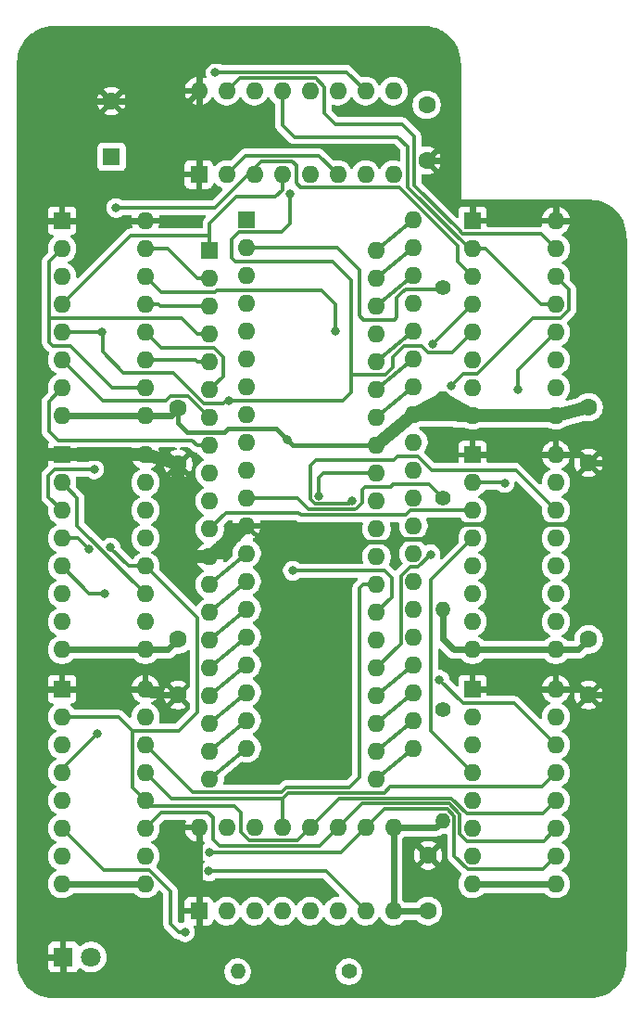
<source format=gbr>
%TF.GenerationSoftware,KiCad,Pcbnew,9.0.3*%
%TF.CreationDate,2025-10-30T22:20:45+00:00*%
%TF.ProjectId,TMSAdapterTC01,544d5341-6461-4707-9465-72544330312e,rev?*%
%TF.SameCoordinates,Original*%
%TF.FileFunction,Copper,L2,Bot*%
%TF.FilePolarity,Positive*%
%FSLAX46Y46*%
G04 Gerber Fmt 4.6, Leading zero omitted, Abs format (unit mm)*
G04 Created by KiCad (PCBNEW 9.0.3) date 2025-10-30 22:20:45*
%MOMM*%
%LPD*%
G01*
G04 APERTURE LIST*
%TA.AperFunction,ComponentPad*%
%ADD10O,1.600000X1.600000*%
%TD*%
%TA.AperFunction,ComponentPad*%
%ADD11R,1.600000X1.600000*%
%TD*%
%TA.AperFunction,ComponentPad*%
%ADD12C,1.600000*%
%TD*%
%TA.AperFunction,ComponentPad*%
%ADD13C,1.400000*%
%TD*%
%TA.AperFunction,ComponentPad*%
%ADD14O,1.400000X1.400000*%
%TD*%
%TA.AperFunction,ComponentPad*%
%ADD15R,1.800000X1.800000*%
%TD*%
%TA.AperFunction,ComponentPad*%
%ADD16C,1.800000*%
%TD*%
%TA.AperFunction,ViaPad*%
%ADD17C,0.800000*%
%TD*%
%TA.AperFunction,Conductor*%
%ADD18C,0.300000*%
%TD*%
%TA.AperFunction,Conductor*%
%ADD19C,0.400000*%
%TD*%
%TA.AperFunction,Conductor*%
%ADD20C,0.600000*%
%TD*%
%TA.AperFunction,Conductor*%
%ADD21C,1.200000*%
%TD*%
G04 APERTURE END LIST*
D10*
%TO.P,IC156,16,VSS*%
%TO.N,GND*%
X35865000Y-43550000D03*
%TO.P,IC156,15,~{CAS}*%
%TO.N,~{VCAS}*%
X35865000Y-46090000D03*
%TO.P,IC156,14,OUT*%
%TO.N,/VD6*%
X35865000Y-48630000D03*
%TO.P,IC156,13,A6*%
%TO.N,/VAD7*%
X35865000Y-51170000D03*
%TO.P,IC156,12,A3*%
%TO.N,/VAD4*%
X35865000Y-53710000D03*
%TO.P,IC156,11,A4*%
%TO.N,/VAD5*%
X35865000Y-56250000D03*
%TO.P,IC156,10,A5*%
%TO.N,/VAD6*%
X35865000Y-58790000D03*
%TO.P,IC156,9,VCC*%
%TO.N,+5V*%
X35865000Y-61330000D03*
%TO.P,IC156,8,VDD*%
X28245000Y-61330000D03*
%TO.P,IC156,7,A1*%
%TO.N,/VAD2*%
X28245000Y-58790000D03*
%TO.P,IC156,6,A2*%
%TO.N,/VAD3*%
X28245000Y-56250000D03*
%TO.P,IC156,5,A0*%
%TO.N,/VAD1*%
X28245000Y-53710000D03*
%TO.P,IC156,4,~{RAS}*%
%TO.N,~{VRAS}*%
X28245000Y-51170000D03*
%TO.P,IC156,3,~{WE}*%
%TO.N,VR{slash}~{W}*%
X28245000Y-48630000D03*
%TO.P,IC156,2,IN*%
%TO.N,/VAD6*%
X28245000Y-46090000D03*
D11*
%TO.P,IC156,1,VBB*%
%TO.N,GND*%
X28245000Y-43550000D03*
%TD*%
D12*
%TO.P,C152,1*%
%TO.N,GND*%
X76360000Y-86840000D03*
%TO.P,C152,2*%
%TO.N,+5V*%
X76360000Y-81760000D03*
%TD*%
D11*
%TO.P,IC154,1,VBB*%
%TO.N,GND*%
X28245000Y-64920000D03*
D10*
%TO.P,IC154,2,IN*%
%TO.N,/VAD5*%
X28245000Y-67460000D03*
%TO.P,IC154,3,~{WE}*%
%TO.N,VR{slash}~{W}*%
X28245000Y-70000000D03*
%TO.P,IC154,4,~{RAS}*%
%TO.N,~{VRAS}*%
X28245000Y-72540000D03*
%TO.P,IC154,5,A0*%
%TO.N,/VAD1*%
X28245000Y-75080000D03*
%TO.P,IC154,6,A2*%
%TO.N,/VAD3*%
X28245000Y-77620000D03*
%TO.P,IC154,7,A1*%
%TO.N,/VAD2*%
X28245000Y-80160000D03*
%TO.P,IC154,8,VDD*%
%TO.N,+5V*%
X28245000Y-82700000D03*
%TO.P,IC154,9,VCC*%
X35865000Y-82700000D03*
%TO.P,IC154,10,A5*%
%TO.N,/VAD6*%
X35865000Y-80160000D03*
%TO.P,IC154,11,A4*%
%TO.N,/VAD5*%
X35865000Y-77620000D03*
%TO.P,IC154,12,A3*%
%TO.N,/VAD4*%
X35865000Y-75080000D03*
%TO.P,IC154,13,A6*%
%TO.N,/VAD7*%
X35865000Y-72540000D03*
%TO.P,IC154,14,OUT*%
%TO.N,/VD5*%
X35865000Y-70000000D03*
%TO.P,IC154,15,~{CAS}*%
%TO.N,~{VCAS}*%
X35865000Y-67460000D03*
%TO.P,IC154,16,VSS*%
%TO.N,GND*%
X35865000Y-64920000D03*
%TD*%
D11*
%TO.P,IC158,1,VBB*%
%TO.N,GND*%
X65760000Y-43550000D03*
D10*
%TO.P,IC158,2,IN*%
%TO.N,/VAD7*%
X65760000Y-46090000D03*
%TO.P,IC158,3,~{WE}*%
%TO.N,VR{slash}~{W}*%
X65760000Y-48630000D03*
%TO.P,IC158,4,~{RAS}*%
%TO.N,~{VRAS}*%
X65760000Y-51170000D03*
%TO.P,IC158,5,A0*%
%TO.N,/VAD1*%
X65760000Y-53710000D03*
%TO.P,IC158,6,A2*%
%TO.N,/VAD3*%
X65760000Y-56250000D03*
%TO.P,IC158,7,A1*%
%TO.N,/VAD2*%
X65760000Y-58790000D03*
%TO.P,IC158,8,VDD*%
%TO.N,+5V*%
X65760000Y-61330000D03*
%TO.P,IC158,9,VCC*%
X73380000Y-61330000D03*
%TO.P,IC158,10,A5*%
%TO.N,/VAD6*%
X73380000Y-58790000D03*
%TO.P,IC158,11,A4*%
%TO.N,/VAD5*%
X73380000Y-56250000D03*
%TO.P,IC158,12,A3*%
%TO.N,/VAD4*%
X73380000Y-53710000D03*
%TO.P,IC158,13,A6*%
%TO.N,/VAD7*%
X73380000Y-51170000D03*
%TO.P,IC158,14,OUT*%
%TO.N,/VD7*%
X73380000Y-48630000D03*
%TO.P,IC158,15,~{CAS}*%
%TO.N,~{VCAS}*%
X73380000Y-46090000D03*
%TO.P,IC158,16,VSS*%
%TO.N,GND*%
X73380000Y-43550000D03*
%TD*%
D11*
%TO.P,IC151,1,VBB*%
%TO.N,GND*%
X40740000Y-106570000D03*
D10*
%TO.P,IC151,2,IN*%
%TO.N,/VAD0*%
X43280000Y-106570000D03*
%TO.P,IC151,3,~{WE}*%
%TO.N,VR{slash}~{W}*%
X45820000Y-106570000D03*
%TO.P,IC151,4,~{RAS}*%
%TO.N,~{VRAS}*%
X48360000Y-106570000D03*
%TO.P,IC151,5,A0*%
%TO.N,/VAD1*%
X50900000Y-106570000D03*
%TO.P,IC151,6,A2*%
%TO.N,/VAD3*%
X53440000Y-106570000D03*
%TO.P,IC151,7,A1*%
%TO.N,/VAD2*%
X55980000Y-106570000D03*
%TO.P,IC151,8,VDD*%
%TO.N,+5V*%
X58520000Y-106570000D03*
%TO.P,IC151,9,VCC*%
X58520000Y-98950000D03*
%TO.P,IC151,10,A5*%
%TO.N,/VAD6*%
X55980000Y-98950000D03*
%TO.P,IC151,11,A4*%
%TO.N,/VAD5*%
X53440000Y-98950000D03*
%TO.P,IC151,12,A3*%
%TO.N,/VAD4*%
X50900000Y-98950000D03*
%TO.P,IC151,13,A6*%
%TO.N,/VAD7*%
X48360000Y-98950000D03*
%TO.P,IC151,14,OUT*%
%TO.N,/VD0*%
X45820000Y-98950000D03*
%TO.P,IC151,15,~{CAS}*%
%TO.N,~{VCAS}*%
X43280000Y-98950000D03*
%TO.P,IC151,16,VSS*%
%TO.N,GND*%
X40740000Y-98950000D03*
%TD*%
D13*
%TO.P,R153,1*%
%TO.N,Net-(J150-~{CAS})*%
X63010000Y-49640000D03*
D14*
%TO.P,R153,2*%
%TO.N,+5V*%
X63010000Y-59800000D03*
%TD*%
D15*
%TO.P,D150,1,K*%
%TO.N,GND*%
X28360000Y-110755000D03*
D16*
%TO.P,D150,2,A*%
%TO.N,Net-(D150-A)*%
X30900000Y-110755000D03*
%TD*%
D13*
%TO.P,R152,1*%
%TO.N,Net-(J150-R{slash}~{W})*%
X63010000Y-68830000D03*
D14*
%TO.P,R152,2*%
%TO.N,+5V*%
X63010000Y-78990000D03*
%TD*%
D11*
%TO.P,IC155,1,VBB*%
%TO.N,GND*%
X65760000Y-64920000D03*
D10*
%TO.P,IC155,2,IN*%
%TO.N,/VAD2*%
X65760000Y-67460000D03*
%TO.P,IC155,3,~{WE}*%
%TO.N,VR{slash}~{W}*%
X65760000Y-70000000D03*
%TO.P,IC155,4,~{RAS}*%
%TO.N,~{VRAS}*%
X65760000Y-72540000D03*
%TO.P,IC155,5,A0*%
%TO.N,/VAD1*%
X65760000Y-75080000D03*
%TO.P,IC155,6,A2*%
%TO.N,/VAD3*%
X65760000Y-77620000D03*
%TO.P,IC155,7,A1*%
%TO.N,/VAD2*%
X65760000Y-80160000D03*
%TO.P,IC155,8,VDD*%
%TO.N,+5V*%
X65760000Y-82700000D03*
%TO.P,IC155,9,VCC*%
X73380000Y-82700000D03*
%TO.P,IC155,10,A5*%
%TO.N,/VAD6*%
X73380000Y-80160000D03*
%TO.P,IC155,11,A4*%
%TO.N,/VAD5*%
X73380000Y-77620000D03*
%TO.P,IC155,12,A3*%
%TO.N,/VAD4*%
X73380000Y-75080000D03*
%TO.P,IC155,13,A6*%
%TO.N,/VAD7*%
X73380000Y-72540000D03*
%TO.P,IC155,14,OUT*%
%TO.N,/VD2*%
X73380000Y-70000000D03*
%TO.P,IC155,15,~{CAS}*%
%TO.N,~{VCAS}*%
X73380000Y-67460000D03*
%TO.P,IC155,16,VSS*%
%TO.N,GND*%
X73380000Y-64920000D03*
%TD*%
D12*
%TO.P,C153,1*%
%TO.N,GND*%
X61690000Y-101470000D03*
%TO.P,C153,2*%
%TO.N,+5V*%
X61690000Y-106550000D03*
%TD*%
D11*
%TO.P,IC157,1,VBB*%
%TO.N,GND*%
X40740000Y-39325000D03*
D10*
%TO.P,IC157,2,IN*%
%TO.N,/VAD3*%
X43280000Y-39325000D03*
%TO.P,IC157,3,~{WE}*%
%TO.N,VR{slash}~{W}*%
X45820000Y-39325000D03*
%TO.P,IC157,4,~{RAS}*%
%TO.N,~{VRAS}*%
X48360000Y-39325000D03*
%TO.P,IC157,5,A0*%
%TO.N,/VAD1*%
X50900000Y-39325000D03*
%TO.P,IC157,6,A2*%
%TO.N,/VAD3*%
X53440000Y-39325000D03*
%TO.P,IC157,7,A1*%
%TO.N,/VAD2*%
X55980000Y-39325000D03*
%TO.P,IC157,8,VDD*%
%TO.N,+5V*%
X58520000Y-39325000D03*
%TO.P,IC157,9,VCC*%
X58520000Y-31705000D03*
%TO.P,IC157,10,A5*%
%TO.N,/VAD6*%
X55980000Y-31705000D03*
%TO.P,IC157,11,A4*%
%TO.N,/VAD5*%
X53440000Y-31705000D03*
%TO.P,IC157,12,A3*%
%TO.N,/VAD4*%
X50900000Y-31705000D03*
%TO.P,IC157,13,A6*%
%TO.N,/VAD7*%
X48360000Y-31705000D03*
%TO.P,IC157,14,OUT*%
%TO.N,/VD3*%
X45820000Y-31705000D03*
%TO.P,IC157,15,~{CAS}*%
%TO.N,~{VCAS}*%
X43280000Y-31705000D03*
%TO.P,IC157,16,VSS*%
%TO.N,GND*%
X40740000Y-31705000D03*
%TD*%
D13*
%TO.P,R151,1*%
%TO.N,Net-(J150-~{RAS})*%
X63010000Y-88170000D03*
D14*
%TO.P,R151,2*%
%TO.N,+5V*%
X63010000Y-98330000D03*
%TD*%
D11*
%TO.P,IC153,1,VBB*%
%TO.N,GND*%
X65760000Y-86310000D03*
D10*
%TO.P,IC153,2,IN*%
%TO.N,/VAD1*%
X65760000Y-88850000D03*
%TO.P,IC153,3,~{WE}*%
%TO.N,VR{slash}~{W}*%
X65760000Y-91390000D03*
%TO.P,IC153,4,~{RAS}*%
%TO.N,~{VRAS}*%
X65760000Y-93930000D03*
%TO.P,IC153,5,A0*%
%TO.N,/VAD1*%
X65760000Y-96470000D03*
%TO.P,IC153,6,A2*%
%TO.N,/VAD3*%
X65760000Y-99010000D03*
%TO.P,IC153,7,A1*%
%TO.N,/VAD2*%
X65760000Y-101550000D03*
%TO.P,IC153,8,VDD*%
%TO.N,+5V*%
X65760000Y-104090000D03*
%TO.P,IC153,9,VCC*%
X73380000Y-104090000D03*
%TO.P,IC153,10,A5*%
%TO.N,/VAD6*%
X73380000Y-101550000D03*
%TO.P,IC153,11,A4*%
%TO.N,/VAD5*%
X73380000Y-99010000D03*
%TO.P,IC153,12,A3*%
%TO.N,/VAD4*%
X73380000Y-96470000D03*
%TO.P,IC153,13,A6*%
%TO.N,/VAD7*%
X73380000Y-93930000D03*
%TO.P,IC153,14,OUT*%
%TO.N,/VD1*%
X73380000Y-91390000D03*
%TO.P,IC153,15,~{CAS}*%
%TO.N,~{VCAS}*%
X73380000Y-88850000D03*
%TO.P,IC153,16,VSS*%
%TO.N,GND*%
X73380000Y-86310000D03*
%TD*%
D11*
%TO.P,IC150,1,~{RAS}*%
%TO.N,~{VRAS}*%
X41740000Y-46280000D03*
D10*
%TO.P,IC150,2,~{CAS}*%
%TO.N,~{VCAS}*%
X41740000Y-48820000D03*
%TO.P,IC150,3,AD7*%
%TO.N,/VAD7*%
X41740000Y-51360000D03*
%TO.P,IC150,4,AD6*%
%TO.N,/VAD6*%
X41740000Y-53900000D03*
%TO.P,IC150,5,AD5*%
%TO.N,/VAD5*%
X41740000Y-56440000D03*
%TO.P,IC150,6,AD4*%
%TO.N,/VAD4*%
X41740000Y-58980000D03*
%TO.P,IC150,7,AD3*%
%TO.N,/VAD3*%
X41740000Y-61520000D03*
%TO.P,IC150,8,AD2*%
%TO.N,/VAD2*%
X41740000Y-64060000D03*
%TO.P,IC150,9,AD1*%
%TO.N,/VAD1*%
X41740000Y-66600000D03*
%TO.P,IC150,10,AD0*%
%TO.N,/VAD0*%
X41740000Y-69140000D03*
%TO.P,IC150,11,R/~{W}*%
%TO.N,VR{slash}~{W}*%
X41740000Y-71680000D03*
%TO.P,IC150,12,VSS*%
%TO.N,GND*%
X41740000Y-74220000D03*
%TO.P,IC150,13,MODE*%
%TO.N,/A0*%
X41740000Y-76760000D03*
%TO.P,IC150,14,~{CSW}*%
%TO.N,~{CSW}*%
X41740000Y-79300000D03*
%TO.P,IC150,15,~{CSR}*%
%TO.N,~{CSR}*%
X41740000Y-81840000D03*
%TO.P,IC150,16,~{INT}*%
%TO.N,~{INTVDP}*%
X41740000Y-84380000D03*
%TO.P,IC150,17,CD7*%
%TO.N,/D7*%
X41740000Y-86920000D03*
%TO.P,IC150,18,CD6*%
%TO.N,/D6*%
X41740000Y-89460000D03*
%TO.P,IC150,19,CD5*%
%TO.N,/D5*%
X41740000Y-92000000D03*
%TO.P,IC150,20,CD4*%
%TO.N,/D4*%
X41740000Y-94540000D03*
%TO.P,IC150,21,CD3*%
%TO.N,/D3*%
X56980000Y-94540000D03*
%TO.P,IC150,22,CD2*%
%TO.N,/D2*%
X56980000Y-92000000D03*
%TO.P,IC150,23,CD1*%
%TO.N,/D1*%
X56980000Y-89460000D03*
%TO.P,IC150,24,CD0*%
%TO.N,/D0*%
X56980000Y-86920000D03*
%TO.P,IC150,25,RD7*%
%TO.N,/VD7*%
X56980000Y-84380000D03*
%TO.P,IC150,26,RD6*%
%TO.N,/VD6*%
X56980000Y-81840000D03*
%TO.P,IC150,27,RD5*%
%TO.N,/VD5*%
X56980000Y-79300000D03*
%TO.P,IC150,28,RD4*%
%TO.N,/VD4*%
X56980000Y-76760000D03*
%TO.P,IC150,29,RD3*%
%TO.N,/VD3*%
X56980000Y-74220000D03*
%TO.P,IC150,30,RD2*%
%TO.N,/VD2*%
X56980000Y-71680000D03*
%TO.P,IC150,31,RD1*%
%TO.N,/VD1*%
X56980000Y-69140000D03*
%TO.P,IC150,32,RD0*%
%TO.N,/VD0*%
X56980000Y-66600000D03*
%TO.P,IC150,33,VCC*%
%TO.N,+5V*%
X56980000Y-64060000D03*
%TO.P,IC150,34,~{RESET}/SYNC*%
%TO.N,~{RST}*%
X56980000Y-61520000D03*
%TO.P,IC150,35,EXTVDP*%
%TO.N,B-Y*%
X56980000Y-58980000D03*
%TO.P,IC150,36,COMVID*%
%TO.N,Y*%
X56980000Y-56440000D03*
%TO.P,IC150,37,GROMCLK*%
%TO.N,unconnected-(IC150-GROMCLK-Pad37)*%
X56980000Y-53900000D03*
%TO.P,IC150,38,CPUCLK*%
%TO.N,R-Y*%
X56980000Y-51360000D03*
%TO.P,IC150,39,XTAL2*%
%TO.N,XTAL2*%
X56980000Y-48820000D03*
%TO.P,IC150,40,XTAL1*%
%TO.N,XTAL1*%
X56980000Y-46280000D03*
%TD*%
D13*
%TO.P,R150,1*%
%TO.N,+5V*%
X54450000Y-112080000D03*
D14*
%TO.P,R150,2*%
%TO.N,Net-(D150-A)*%
X44290000Y-112080000D03*
%TD*%
D11*
%TO.P,C156,1*%
%TO.N,+5V*%
X32760000Y-37710000D03*
D12*
%TO.P,C156,2*%
%TO.N,GND*%
X32760000Y-32630000D03*
%TD*%
%TO.P,C154,1*%
%TO.N,GND*%
X38850000Y-65760000D03*
%TO.P,C154,2*%
%TO.N,+5V*%
X38850000Y-60680000D03*
%TD*%
%TO.P,C150,1*%
%TO.N,GND*%
X61560000Y-38050000D03*
%TO.P,C150,2*%
%TO.N,+5V*%
X61560000Y-32970000D03*
%TD*%
%TO.P,C155,1*%
%TO.N,GND*%
X76360000Y-65640000D03*
%TO.P,C155,2*%
%TO.N,+5V*%
X76360000Y-60560000D03*
%TD*%
%TO.P,C151,1*%
%TO.N,GND*%
X38850000Y-86840000D03*
%TO.P,C151,2*%
%TO.N,+5V*%
X38850000Y-81760000D03*
%TD*%
D11*
%TO.P,J150,1,~{RAS}*%
%TO.N,Net-(J150-~{RAS})*%
X45110000Y-43430000D03*
D10*
%TO.P,J150,2,~{CAS}*%
%TO.N,Net-(J150-~{CAS})*%
X45110000Y-45970000D03*
%TO.P,J150,3,AD7*%
%TO.N,unconnected-(J150-AD7-Pad3)*%
X45110000Y-48510000D03*
%TO.P,J150,4,AD6*%
%TO.N,unconnected-(J150-AD6-Pad4)*%
X45110000Y-51050000D03*
%TO.P,J150,5,AD5*%
%TO.N,unconnected-(J150-AD5-Pad5)*%
X45110000Y-53590000D03*
%TO.P,J150,6,AD4*%
%TO.N,unconnected-(J150-AD4-Pad6)*%
X45110000Y-56130000D03*
%TO.P,J150,7,AD3*%
%TO.N,unconnected-(J150-AD3-Pad7)*%
X45110000Y-58670000D03*
%TO.P,J150,8,AD2*%
%TO.N,unconnected-(J150-AD2-Pad8)*%
X45110000Y-61210000D03*
%TO.P,J150,9,AD1*%
%TO.N,unconnected-(J150-AD1-Pad9)*%
X45110000Y-63750000D03*
%TO.P,J150,10,AD0*%
%TO.N,unconnected-(J150-AD0-Pad10)*%
X45110000Y-66290000D03*
%TO.P,J150,11,R/~{W}*%
%TO.N,Net-(J150-R{slash}~{W})*%
X45110000Y-68830000D03*
%TO.P,J150,12,GND*%
%TO.N,GND*%
X45110000Y-71370000D03*
%TO.P,J150,13,MODE*%
%TO.N,/A0*%
X45110000Y-73910000D03*
%TO.P,J150,14,~{CSW}*%
%TO.N,~{CSW}*%
X45110000Y-76450000D03*
%TO.P,J150,15,~{CSR}*%
%TO.N,~{CSR}*%
X45110000Y-78990000D03*
%TO.P,J150,16,~{INT}*%
%TO.N,~{INTVDP}*%
X45110000Y-81530000D03*
%TO.P,J150,17,CD7*%
%TO.N,/D7*%
X45110000Y-84070000D03*
%TO.P,J150,18,CD6*%
%TO.N,/D6*%
X45110000Y-86610000D03*
%TO.P,J150,19,CD5*%
%TO.N,/D5*%
X45110000Y-89150000D03*
%TO.P,J150,20,CD4*%
%TO.N,/D4*%
X45110000Y-91690000D03*
%TO.P,J150,21,CD3*%
%TO.N,/D3*%
X60350000Y-91690000D03*
%TO.P,J150,22,CD2*%
%TO.N,/D2*%
X60350000Y-89150000D03*
%TO.P,J150,23,CD1*%
%TO.N,/D1*%
X60350000Y-86610000D03*
%TO.P,J150,24,CD0*%
%TO.N,/D0*%
X60350000Y-84070000D03*
%TO.P,J150,25,RD7*%
%TO.N,unconnected-(J150-RD7-Pad25)*%
X60350000Y-81530000D03*
%TO.P,J150,26,RD6*%
%TO.N,unconnected-(J150-RD6-Pad26)*%
X60350000Y-78990000D03*
%TO.P,J150,27,RD5*%
%TO.N,unconnected-(J150-RD5-Pad27)*%
X60350000Y-76450000D03*
%TO.P,J150,28,RD4*%
%TO.N,unconnected-(J150-RD4-Pad28)*%
X60350000Y-73910000D03*
%TO.P,J150,29,RD3*%
%TO.N,unconnected-(J150-RD3-Pad29)*%
X60350000Y-71370000D03*
%TO.P,J150,30,RD2*%
%TO.N,unconnected-(J150-RD2-Pad30)*%
X60350000Y-68830000D03*
%TO.P,J150,31,RD1*%
%TO.N,unconnected-(J150-RD1-Pad31)*%
X60350000Y-66290000D03*
%TO.P,J150,32,RD0*%
%TO.N,unconnected-(J150-RD0-Pad32)*%
X60350000Y-63750000D03*
%TO.P,J150,33,VCC*%
%TO.N,+5V*%
X60350000Y-61210000D03*
%TO.P,J150,34,~{RESET}/SYNC*%
%TO.N,~{RST}*%
X60350000Y-58670000D03*
%TO.P,J150,35,B-Y*%
%TO.N,B-Y*%
X60350000Y-56130000D03*
%TO.P,J150,36,Y*%
%TO.N,Y*%
X60350000Y-53590000D03*
%TO.P,J150,37,GROMCLK*%
%TO.N,unconnected-(J150-GROMCLK-Pad37)*%
X60350000Y-51050000D03*
%TO.P,J150,38,R-Y*%
%TO.N,R-Y*%
X60350000Y-48510000D03*
%TO.P,J150,39,XTAL2*%
%TO.N,XTAL2*%
X60350000Y-45970000D03*
%TO.P,J150,40,XTAL1*%
%TO.N,XTAL1*%
X60350000Y-43430000D03*
%TD*%
%TO.P,IC152,16,VSS*%
%TO.N,GND*%
X35865000Y-86310000D03*
%TO.P,IC152,15,~{CAS}*%
%TO.N,~{VCAS}*%
X35865000Y-88850000D03*
%TO.P,IC152,14,OUT*%
%TO.N,/VD4*%
X35865000Y-91390000D03*
%TO.P,IC152,13,A6*%
%TO.N,/VAD7*%
X35865000Y-93930000D03*
%TO.P,IC152,12,A3*%
%TO.N,/VAD4*%
X35865000Y-96470000D03*
%TO.P,IC152,11,A4*%
%TO.N,/VAD5*%
X35865000Y-99010000D03*
%TO.P,IC152,10,A5*%
%TO.N,/VAD6*%
X35865000Y-101550000D03*
%TO.P,IC152,9,VCC*%
%TO.N,+5V*%
X35865000Y-104090000D03*
%TO.P,IC152,8,VDD*%
X28245000Y-104090000D03*
%TO.P,IC152,7,A1*%
%TO.N,/VAD2*%
X28245000Y-101550000D03*
%TO.P,IC152,6,A2*%
%TO.N,/VAD3*%
X28245000Y-99010000D03*
%TO.P,IC152,5,A0*%
%TO.N,/VAD1*%
X28245000Y-96470000D03*
%TO.P,IC152,4,~{RAS}*%
%TO.N,~{VRAS}*%
X28245000Y-93930000D03*
%TO.P,IC152,3,~{WE}*%
%TO.N,VR{slash}~{W}*%
X28245000Y-91390000D03*
%TO.P,IC152,2,IN*%
%TO.N,/VAD4*%
X28245000Y-88850000D03*
D11*
%TO.P,IC152,1,VBB*%
%TO.N,GND*%
X28245000Y-86310000D03*
%TD*%
D17*
%TO.N,+5V*%
X48785000Y-63535000D03*
%TO.N,/VAD2*%
X68685200Y-67470000D03*
%TO.N,/VAD1*%
X43520000Y-59990000D03*
X31920000Y-53740000D03*
X32170000Y-77560000D03*
%TO.N,/VAD6*%
X42241800Y-29967900D03*
X41684200Y-101187300D03*
%TO.N,/VD6*%
X53214100Y-53598981D03*
%TO.N,/VD5*%
X49320000Y-75490000D03*
%TO.N,~{VRAS}*%
X30691900Y-73510200D03*
X31440000Y-90340000D03*
X62113700Y-54817900D03*
%TO.N,/VAD4*%
X32677831Y-73372169D03*
X69895300Y-58969400D03*
%TO.N,/VD7*%
X61903600Y-73989600D03*
X63766000Y-58624200D03*
%TO.N,/VAD2*%
X41659900Y-102924600D03*
%TO.N,/VAD3*%
X39470000Y-108475100D03*
%TO.N,/VD2*%
X54715900Y-69148200D03*
%TO.N,/VD0*%
X51703300Y-68654200D03*
%TO.N,/VD1*%
X62740700Y-85448200D03*
%TO.N,VR{slash}~{W}*%
X31166900Y-66237500D03*
X33190500Y-42371000D03*
%TO.N,/VAD1*%
X49110000Y-41120000D03*
%TD*%
D18*
%TO.N,/VD5*%
X58380000Y-76150000D02*
X58380000Y-77900000D01*
X57720000Y-75490000D02*
X58380000Y-76150000D01*
X49320000Y-75490000D02*
X57720000Y-75490000D01*
X58380000Y-77900000D02*
X56980000Y-79300000D01*
D19*
%TO.N,+5V*%
X48785000Y-63535000D02*
X49310000Y-64060000D01*
D18*
%TO.N,/VD4*%
X40170600Y-95695600D02*
X35865000Y-91390000D01*
X48277380Y-95695600D02*
X40170600Y-95695600D01*
X48720979Y-95252000D02*
X48277380Y-95695600D01*
X55420000Y-94320000D02*
X54488000Y-95252000D01*
X54488000Y-95252000D02*
X48720979Y-95252000D01*
X55420000Y-77100000D02*
X55420000Y-94320000D01*
X55760000Y-76760000D02*
X55420000Y-77100000D01*
X56980000Y-76760000D02*
X55760000Y-76760000D01*
D19*
%TO.N,GND*%
X46621000Y-72881000D02*
X45110000Y-71370000D01*
X58729000Y-72881000D02*
X46621000Y-72881000D01*
X61560000Y-72590000D02*
X59020000Y-72590000D01*
X62940000Y-71210000D02*
X61560000Y-72590000D01*
X79529000Y-71210000D02*
X62940000Y-71210000D01*
X59020000Y-72590000D02*
X58729000Y-72881000D01*
D20*
X79529000Y-71210000D02*
X79529000Y-86870000D01*
D18*
%TO.N,/VAD2*%
X68675200Y-67460000D02*
X68685200Y-67470000D01*
X65760000Y-67460000D02*
X68675200Y-67460000D01*
%TO.N,/VAD1*%
X31940000Y-55470000D02*
X33871000Y-57401000D01*
X38363000Y-57401000D02*
X39326000Y-58364000D01*
X31940000Y-53820000D02*
X31940000Y-55470000D01*
X33871000Y-57401000D02*
X38363000Y-57401000D01*
X31970000Y-53770000D02*
X31990000Y-53770000D01*
X31990000Y-53770000D02*
X31940000Y-53820000D01*
X28245000Y-53710000D02*
X31910000Y-53710000D01*
X31910000Y-53710000D02*
X31970000Y-53770000D01*
X43520000Y-59990000D02*
X53920000Y-59990000D01*
D19*
%TO.N,+5V*%
X49310000Y-64060000D02*
X56980000Y-64060000D01*
X47760000Y-62510000D02*
X48785000Y-63535000D01*
X43390000Y-62510000D02*
X47760000Y-62510000D01*
X43041000Y-62859000D02*
X43390000Y-62510000D01*
X39689000Y-62859000D02*
X43041000Y-62859000D01*
X38850000Y-62020000D02*
X39689000Y-62859000D01*
X38850000Y-60680000D02*
X38850000Y-62020000D01*
D18*
%TO.N,/VAD1*%
X39326000Y-58364000D02*
X41212000Y-60250000D01*
%TO.N,/VAD4*%
X32677831Y-73417831D02*
X34340000Y-75080000D01*
X34340000Y-75080000D02*
X35865000Y-75080000D01*
X32677831Y-73372169D02*
X32677831Y-73417831D01*
%TO.N,/VAD1*%
X30725000Y-77560000D02*
X28245000Y-75080000D01*
X32170000Y-77560000D02*
X30725000Y-77560000D01*
X54670000Y-59240000D02*
X54670000Y-57590000D01*
X53920000Y-59990000D02*
X54670000Y-59240000D01*
X43207000Y-59990000D02*
X43520000Y-59990000D01*
X42947000Y-60250000D02*
X43207000Y-59990000D01*
X41212000Y-60250000D02*
X42947000Y-60250000D01*
%TO.N,VR{slash}~{W}*%
X26990000Y-68745000D02*
X28245000Y-70000000D01*
X27542500Y-66237500D02*
X26990000Y-66790000D01*
X31166900Y-66237500D02*
X27542500Y-66237500D01*
X26990000Y-66790000D02*
X26990000Y-68745000D01*
%TO.N,/VAD1*%
X54678400Y-57598400D02*
X54670000Y-57590000D01*
X55828300Y-57598400D02*
X54678400Y-57598400D01*
X52950000Y-47240000D02*
X54670000Y-48960000D01*
X44110000Y-47240000D02*
X52950000Y-47240000D01*
X43770000Y-45250000D02*
X43770000Y-46900000D01*
X45728300Y-44581700D02*
X44438300Y-44581700D01*
X54670000Y-48960000D02*
X54670000Y-57590000D01*
X44438300Y-44581700D02*
X43770000Y-45250000D01*
X45729000Y-44581000D02*
X45728300Y-44581700D01*
X49110000Y-43770000D02*
X48299000Y-44581000D01*
X43770000Y-46900000D02*
X44110000Y-47240000D01*
X49110000Y-41120000D02*
X49110000Y-43770000D01*
X48299000Y-44581000D02*
X45729000Y-44581000D01*
%TO.N,~{VCAS}*%
X72036800Y-44746800D02*
X73380000Y-46090000D01*
X64847900Y-44746800D02*
X72036800Y-44746800D01*
X64802100Y-44701000D02*
X64847900Y-44746800D01*
X64784820Y-44701000D02*
X64802100Y-44701000D01*
X64609000Y-44525180D02*
X64784820Y-44701000D01*
X64609000Y-44507900D02*
X64609000Y-44525180D01*
X60409000Y-40307900D02*
X64609000Y-44507900D01*
X59300100Y-34740100D02*
X60409000Y-35849000D01*
X52231400Y-33751400D02*
X53220100Y-34740100D01*
X53220100Y-34740100D02*
X59300100Y-34740100D01*
X52231400Y-31323500D02*
X52231400Y-33751400D01*
X44476200Y-30508800D02*
X51416700Y-30508800D01*
X51416700Y-30508800D02*
X52231400Y-31323500D01*
X43280000Y-31705000D02*
X44476200Y-30508800D01*
X60409000Y-35849000D02*
X60409000Y-40307900D01*
%TO.N,/VAD7*%
X65760000Y-46089900D02*
X65760000Y-46090000D01*
X65465200Y-46089900D02*
X65760000Y-46089900D01*
X59830000Y-36800000D02*
X59830000Y-40454700D01*
X49459700Y-35889700D02*
X58919700Y-35889700D01*
X58919700Y-35889700D02*
X59830000Y-36800000D01*
X48360000Y-34790000D02*
X49459700Y-35889700D01*
X48360000Y-31705000D02*
X48360000Y-34790000D01*
X59830000Y-40454700D02*
X65465200Y-46089900D01*
%TO.N,/VD6*%
X53214100Y-51144100D02*
X53214100Y-53598981D01*
X42369900Y-49899000D02*
X51969000Y-49899000D01*
X51969000Y-49899000D02*
X53214100Y-51144100D01*
X42178900Y-50090000D02*
X42369900Y-49899000D01*
X35865000Y-48630000D02*
X37325000Y-50090000D01*
X37325000Y-50090000D02*
X42178900Y-50090000D01*
%TO.N,Net-(J150-~{CAS})*%
X62870000Y-49780000D02*
X63010000Y-49640000D01*
X59624136Y-49780000D02*
X62870000Y-49780000D01*
X59273293Y-50076707D02*
X59624136Y-49780000D01*
X58820000Y-50530000D02*
X59273293Y-50076707D01*
X58645600Y-52564400D02*
X58820000Y-52390000D01*
X55440000Y-52210000D02*
X55794400Y-52564400D01*
X55794400Y-52564400D02*
X58645600Y-52564400D01*
X58820000Y-52390000D02*
X58820000Y-50530000D01*
X55440000Y-48010000D02*
X55440000Y-52210000D01*
X53400000Y-45970000D02*
X55440000Y-48010000D01*
X45110000Y-45970000D02*
X53400000Y-45970000D01*
%TO.N,/VD0*%
X52100000Y-66600000D02*
X51703300Y-66996700D01*
X56980000Y-66600000D02*
X52100000Y-66600000D01*
X51703300Y-66996700D02*
X51703300Y-68654200D01*
%TO.N,/VD2*%
X54458200Y-69405900D02*
X54715900Y-69148200D01*
X51392100Y-69405900D02*
X54458200Y-69405900D01*
X50951600Y-68965400D02*
X51392100Y-69405900D01*
X50951600Y-65878400D02*
X50951600Y-68965400D01*
X51440000Y-65390000D02*
X50951600Y-65878400D01*
X61995900Y-66307100D02*
X60756300Y-65067500D01*
X60756300Y-65067500D02*
X58872500Y-65067500D01*
X58550000Y-65390000D02*
X51440000Y-65390000D01*
X58872500Y-65067500D02*
X58550000Y-65390000D01*
X69687100Y-66307100D02*
X61995900Y-66307100D01*
X73380000Y-70000000D02*
X69687100Y-66307100D01*
%TO.N,Net-(J150-R{slash}~{W})*%
X61805600Y-67625600D02*
X63010000Y-68830000D01*
X58504200Y-67625600D02*
X61805600Y-67625600D01*
X58307300Y-67822500D02*
X58504200Y-67625600D01*
X55897500Y-67822500D02*
X58307300Y-67822500D01*
X55634400Y-68085600D02*
X55897500Y-67822500D01*
X55634400Y-69292700D02*
X55634400Y-68085600D01*
X55026975Y-69899200D02*
X55172775Y-69753400D01*
X55172775Y-69753400D02*
X55173700Y-69753400D01*
X54665721Y-69906900D02*
X54673421Y-69899200D01*
X55173700Y-69753400D02*
X55634400Y-69292700D01*
X50789656Y-69906900D02*
X54665721Y-69906900D01*
X54673421Y-69899200D02*
X55026975Y-69899200D01*
X49712756Y-68830000D02*
X50789656Y-69906900D01*
X45110000Y-68830000D02*
X49712756Y-68830000D01*
%TO.N,VR{slash}~{W}*%
X60091200Y-70000000D02*
X65760000Y-70000000D01*
X59681900Y-70409300D02*
X60091200Y-70000000D01*
X49850000Y-70201100D02*
X50058200Y-70409300D01*
X43218900Y-70201100D02*
X49850000Y-70201100D01*
X41740000Y-71680000D02*
X43218900Y-70201100D01*
X50058200Y-70409300D02*
X59681900Y-70409300D01*
%TO.N,/VAD3*%
X32080000Y-102820000D02*
X28270000Y-99010000D01*
X36228900Y-102820000D02*
X32080000Y-102820000D01*
X39470000Y-108475100D02*
X38896500Y-108475100D01*
X38141600Y-104732700D02*
X36228900Y-102820000D01*
X28270000Y-99010000D02*
X28245000Y-99010000D01*
X38896500Y-108475100D02*
X38141600Y-107720200D01*
X38141600Y-107720200D02*
X38141600Y-104732700D01*
%TO.N,/VD1*%
X64872500Y-87580000D02*
X62740700Y-85448200D01*
X69570000Y-87580000D02*
X64872500Y-87580000D01*
X73380000Y-91390000D02*
X69570000Y-87580000D01*
%TO.N,/VAD7*%
X48928500Y-95753000D02*
X48360000Y-96321500D01*
X57697000Y-95753000D02*
X48928500Y-95753000D01*
X58250000Y-95200000D02*
X57697000Y-95753000D01*
X72110000Y-95200000D02*
X58250000Y-95200000D01*
X73380000Y-93930000D02*
X72110000Y-95200000D01*
%TO.N,/VAD4*%
X63840200Y-96253200D02*
X65212100Y-97625100D01*
X65212100Y-97625100D02*
X72224900Y-97625100D01*
X61459200Y-96253200D02*
X63840200Y-96253200D01*
X72224900Y-97625100D02*
X73380000Y-96470000D01*
X53595300Y-96254700D02*
X61457700Y-96254700D01*
X61457700Y-96254700D02*
X61459200Y-96253200D01*
X50900000Y-98950000D02*
X53595300Y-96254700D01*
%TO.N,/VAD5*%
X72228000Y-100162000D02*
X73380000Y-99010000D01*
X65256600Y-100162000D02*
X72228000Y-100162000D01*
X64585500Y-99490900D02*
X65256600Y-100162000D01*
X64585500Y-97707900D02*
X64585500Y-99490900D01*
X61666900Y-96754900D02*
X63632500Y-96754900D01*
X63632500Y-96754900D02*
X64585500Y-97707900D01*
X55633600Y-96756400D02*
X61665400Y-96756400D01*
X53440000Y-98950000D02*
X55633600Y-96756400D01*
X61665400Y-96756400D02*
X61666900Y-96754900D01*
%TO.N,/VAD6*%
X72196100Y-102733900D02*
X73380000Y-101550000D01*
X65293900Y-102733900D02*
X72196100Y-102733900D01*
X61874600Y-97256600D02*
X63424800Y-97256600D01*
X61874160Y-97256160D02*
X61874600Y-97256600D01*
X64083800Y-101523800D02*
X65293900Y-102733900D01*
X57672600Y-97257400D02*
X61872921Y-97257400D01*
X55980000Y-98950000D02*
X57672600Y-97257400D01*
X61872921Y-97257400D02*
X61874160Y-97256160D01*
X63424800Y-97256600D02*
X64083800Y-97915600D01*
X64083800Y-97915600D02*
X64083800Y-101523800D01*
%TO.N,/VAD4*%
X69895300Y-57194700D02*
X73380000Y-53710000D01*
X69895300Y-58969400D02*
X69895300Y-57194700D01*
%TO.N,/VD7*%
X74588100Y-51652600D02*
X74588100Y-49838100D01*
X73800700Y-52440000D02*
X74588100Y-51652600D01*
X71277200Y-52440000D02*
X73800700Y-52440000D01*
X64870200Y-57520000D02*
X66197200Y-57520000D01*
X66197200Y-57520000D02*
X71277200Y-52440000D01*
X74588100Y-49838100D02*
X73380000Y-48630000D01*
X63766000Y-58624200D02*
X64870200Y-57520000D01*
%TO.N,VR{slash}~{W}*%
X64370200Y-47240200D02*
X65760000Y-48630000D01*
X50006700Y-40476700D02*
X59044300Y-40476700D01*
X49630000Y-40100000D02*
X50006700Y-40476700D01*
X64370200Y-45802600D02*
X64370200Y-47240200D01*
X49630000Y-38480000D02*
X49630000Y-40100000D01*
X59044300Y-40476700D02*
X64370200Y-45802600D01*
X46445200Y-38124000D02*
X49274000Y-38124000D01*
X45244200Y-39325000D02*
X46445200Y-38124000D01*
X49274000Y-38124000D02*
X49630000Y-38480000D01*
%TO.N,/VAD1*%
X61677300Y-55590000D02*
X63880000Y-55590000D01*
X61064500Y-54977200D02*
X61677300Y-55590000D01*
X59502800Y-54977200D02*
X61064500Y-54977200D01*
X58488100Y-55991900D02*
X59502800Y-54977200D01*
X58488100Y-56911900D02*
X58488100Y-55991900D01*
X63880000Y-55590000D02*
X65760000Y-53710000D01*
X57801600Y-57598400D02*
X58488100Y-56911900D01*
X55828300Y-57598400D02*
X57801600Y-57598400D01*
%TO.N,~{VRAS}*%
X65760000Y-51171600D02*
X62113700Y-54817900D01*
X65760000Y-51170000D02*
X65760000Y-51171600D01*
X61958300Y-90128300D02*
X65760000Y-93930000D01*
X65760000Y-72540000D02*
X61958300Y-76341700D01*
X61958300Y-76341700D02*
X61958300Y-90128300D01*
%TO.N,/VD7*%
X60788300Y-75104900D02*
X61903600Y-73989600D01*
X59198300Y-75972900D02*
X60066300Y-75104900D01*
X59198300Y-82161700D02*
X59198300Y-75972900D01*
X60066300Y-75104900D02*
X60788300Y-75104900D01*
X56980000Y-84380000D02*
X59198300Y-82161700D01*
%TO.N,/VAD3*%
X28270000Y-56250000D02*
X28245000Y-56250000D01*
X37698000Y-59942000D02*
X31962000Y-59942000D01*
X38117800Y-59522200D02*
X37698000Y-59942000D01*
X39722200Y-59522200D02*
X38117800Y-59522200D01*
X41720000Y-61520000D02*
X39722200Y-59522200D01*
X31962000Y-59942000D02*
X28270000Y-56250000D01*
X41740000Y-61520000D02*
X41720000Y-61520000D01*
%TO.N,/VAD5*%
X40398300Y-56250000D02*
X35865000Y-56250000D01*
X40588300Y-56440000D02*
X40398300Y-56250000D01*
X41740000Y-56440000D02*
X40588300Y-56440000D01*
%TO.N,/VAD4*%
X42938800Y-57781200D02*
X41740000Y-58980000D01*
X42938800Y-55997900D02*
X42938800Y-57781200D01*
X37310000Y-55170000D02*
X42110900Y-55170000D01*
X35865000Y-53725000D02*
X37310000Y-55170000D01*
X42110900Y-55170000D02*
X42938800Y-55997900D01*
X35865000Y-53710000D02*
X35865000Y-53725000D01*
%TO.N,/VAD5*%
X29634800Y-68849800D02*
X28245000Y-67460000D01*
X29634800Y-71389800D02*
X29634800Y-68849800D01*
X35865000Y-77620000D02*
X29634800Y-71389800D01*
%TO.N,/VAD4*%
X45324100Y-100116900D02*
X49733100Y-100116900D01*
X49733100Y-100116900D02*
X50900000Y-98950000D01*
X43958800Y-96948800D02*
X44550000Y-97540000D01*
X44550000Y-99342800D02*
X45324100Y-100116900D01*
X36343800Y-96948800D02*
X43958800Y-96948800D01*
X35865000Y-96470000D02*
X36343800Y-96948800D01*
X44550000Y-97540000D02*
X44550000Y-99342800D01*
%TO.N,/VAD5*%
X41570000Y-97560000D02*
X37315000Y-97560000D01*
X42010000Y-98000000D02*
X41570000Y-97560000D01*
X42645300Y-100635300D02*
X42010000Y-100000000D01*
X42010000Y-100000000D02*
X42010000Y-98000000D01*
X37315000Y-97560000D02*
X35865000Y-99010000D01*
X51754700Y-100635300D02*
X42645300Y-100635300D01*
X53440000Y-98950000D02*
X51754700Y-100635300D01*
%TO.N,/VAD7*%
X38256500Y-96321500D02*
X35865000Y-93930000D01*
X48360000Y-96321500D02*
X38256500Y-96321500D01*
%TO.N,/VAD4*%
X40569200Y-88430800D02*
X38899400Y-90100600D01*
X40569200Y-79784200D02*
X40569200Y-88430800D01*
X35865000Y-75080000D02*
X40569200Y-79784200D01*
X38899400Y-90100600D02*
X34655000Y-90100600D01*
X34655000Y-90100600D02*
X34655000Y-95260000D01*
X34655000Y-95260000D02*
X35865000Y-96470000D01*
%TO.N,/VAD2*%
X52334600Y-102924600D02*
X41659900Y-102924600D01*
X55980000Y-106570000D02*
X52334600Y-102924600D01*
%TO.N,~{VRAS}*%
X31440000Y-90340000D02*
X31440000Y-90380000D01*
X31440000Y-90380000D02*
X28245000Y-93575000D01*
X28245000Y-93575000D02*
X28245000Y-93930000D01*
%TO.N,/VAD2*%
X27020000Y-60015000D02*
X28245000Y-58790000D01*
X27020000Y-62740000D02*
X27020000Y-60015000D01*
X40110900Y-63582600D02*
X27862600Y-63582600D01*
X40588300Y-64060000D02*
X40110900Y-63582600D01*
X27862600Y-63582600D02*
X27020000Y-62740000D01*
X41740000Y-64060000D02*
X40588300Y-64060000D01*
%TO.N,/VAD6*%
X27040000Y-54610000D02*
X27040000Y-52440000D01*
X27410000Y-54980000D02*
X27040000Y-54610000D01*
X29025200Y-54980000D02*
X27410000Y-54980000D01*
X32835200Y-58790000D02*
X29025200Y-54980000D01*
X35865000Y-58790000D02*
X32835200Y-58790000D01*
X27040000Y-47295000D02*
X28245000Y-46090000D01*
X27040000Y-52440000D02*
X27040000Y-47295000D01*
X27040000Y-52440000D02*
X27884000Y-52440000D01*
X54242900Y-29967900D02*
X55980000Y-31705000D01*
X42241800Y-29967900D02*
X54242900Y-29967900D01*
%TO.N,/VAD3*%
X44982700Y-37622300D02*
X43280000Y-39325000D01*
X51737300Y-37622300D02*
X44982700Y-37622300D01*
X53440000Y-39325000D02*
X51737300Y-37622300D01*
%TO.N,~{VRAS}*%
X34513000Y-44902000D02*
X28245000Y-51170000D01*
X41740000Y-44902000D02*
X34513000Y-44902000D01*
X48360000Y-40760000D02*
X48360000Y-39325000D01*
X47742500Y-41377500D02*
X48360000Y-40760000D01*
X41740000Y-43770000D02*
X44132500Y-41377500D01*
X44132500Y-41377500D02*
X47742500Y-41377500D01*
X41740000Y-44902000D02*
X41740000Y-43770000D01*
%TO.N,R-Y*%
X56980000Y-51360000D02*
X60350000Y-48510000D01*
%TO.N,/VAD6*%
X41740000Y-53900000D02*
X40588300Y-53900000D01*
X39128300Y-52440000D02*
X27884000Y-52440000D01*
X40588300Y-53900000D02*
X39128300Y-52440000D01*
X53742700Y-101187300D02*
X41684200Y-101187300D01*
X55980000Y-98950000D02*
X53742700Y-101187300D01*
%TO.N,Y*%
X56980000Y-56440000D02*
X60350000Y-53590000D01*
%TO.N,~{VRAS}*%
X29721700Y-72540000D02*
X30691900Y-73510200D01*
X28245000Y-72540000D02*
X29721700Y-72540000D01*
X41740000Y-46280000D02*
X41740000Y-44902000D01*
%TO.N,/VAD4*%
X28245000Y-88850000D02*
X29396700Y-88850000D01*
X33404400Y-88850000D02*
X29396700Y-88850000D01*
X34655000Y-90100600D02*
X33404400Y-88850000D01*
%TO.N,XTAL1*%
X56980000Y-46280000D02*
X60350000Y-43430000D01*
%TO.N,/VAD7*%
X37206700Y-51360000D02*
X37016700Y-51170000D01*
X41740000Y-51360000D02*
X37206700Y-51360000D01*
X35865000Y-51170000D02*
X37016700Y-51170000D01*
X71991700Y-51170000D02*
X73380000Y-51170000D01*
X66911700Y-46090000D02*
X71991700Y-51170000D01*
X65760000Y-46090000D02*
X66911700Y-46090000D01*
X48360000Y-98950000D02*
X48360000Y-97798300D01*
X48360000Y-97798300D02*
X48360000Y-96321500D01*
%TO.N,B-Y*%
X56980000Y-58980000D02*
X60350000Y-56130000D01*
%TO.N,~{VCAS}*%
X37858300Y-46090000D02*
X35865000Y-46090000D01*
X40588300Y-48820000D02*
X37858300Y-46090000D01*
X41740000Y-48820000D02*
X40588300Y-48820000D01*
%TO.N,XTAL2*%
X56980000Y-48820000D02*
X60350000Y-45970000D01*
%TO.N,~{CSW}*%
X41740000Y-79300000D02*
X45110000Y-76450000D01*
%TO.N,/D3*%
X56980000Y-94540000D02*
X60350000Y-91690000D01*
%TO.N,VR{slash}~{W}*%
X45820000Y-39325000D02*
X45244200Y-39325000D01*
X42198200Y-42371000D02*
X33190500Y-42371000D01*
X45244200Y-39325000D02*
X42198200Y-42371000D01*
%TO.N,~{INTVDP}*%
X41740000Y-84380000D02*
X45110000Y-81530000D01*
%TO.N,/D0*%
X56980000Y-86920000D02*
X60350000Y-84070000D01*
%TO.N,~{CSR}*%
X41740000Y-81840000D02*
X45110000Y-78990000D01*
%TO.N,~{RST}*%
X56980000Y-61520000D02*
X60350000Y-58670000D01*
%TO.N,/D1*%
X56980000Y-89460000D02*
X60350000Y-86610000D01*
%TO.N,/D6*%
X41740000Y-89460000D02*
X45110000Y-86610000D01*
%TO.N,/A0*%
X41740000Y-76760000D02*
X45110000Y-73910000D01*
%TO.N,/D7*%
X41740000Y-86920000D02*
X45110000Y-84070000D01*
%TO.N,/D4*%
X41740000Y-94540000D02*
X45110000Y-91690000D01*
%TO.N,/D5*%
X41740000Y-92000000D02*
X45110000Y-89150000D01*
%TO.N,/D2*%
X56980000Y-92000000D02*
X60350000Y-89150000D01*
D20*
%TO.N,+5V*%
X75420000Y-82700000D02*
X76360000Y-81760000D01*
X73380000Y-82700000D02*
X75420000Y-82700000D01*
X65760000Y-82700000D02*
X73380000Y-82700000D01*
X64020000Y-82700000D02*
X65760000Y-82700000D01*
X63010000Y-81690000D02*
X64020000Y-82700000D01*
X63010000Y-78990000D02*
X63010000Y-81690000D01*
X65760000Y-104090000D02*
X73380000Y-104090000D01*
X62390000Y-98950000D02*
X63010000Y-98330000D01*
X58520000Y-98950000D02*
X62390000Y-98950000D01*
X58520000Y-98950000D02*
X58520000Y-106570000D01*
X61670000Y-106570000D02*
X61690000Y-106550000D01*
X58520000Y-106570000D02*
X61670000Y-106570000D01*
X28245000Y-104090000D02*
X35865000Y-104090000D01*
X35865000Y-61330000D02*
X28245000Y-61330000D01*
X38200000Y-61330000D02*
X38850000Y-60680000D01*
X35865000Y-61330000D02*
X38200000Y-61330000D01*
D21*
X73380000Y-61330000D02*
X76360000Y-60560000D01*
X65760000Y-61330000D02*
X73380000Y-61330000D01*
X62970000Y-61268100D02*
X63010000Y-59800000D01*
X62970000Y-61268100D02*
X65760000Y-61330000D01*
X63010000Y-59800000D02*
X65760000Y-61330000D01*
X56980000Y-64060000D02*
X60350000Y-61210000D01*
X63010000Y-59800000D02*
X60350000Y-61210000D01*
X60350000Y-61210000D02*
X62970000Y-61268100D01*
D20*
X28245000Y-82700000D02*
X35865000Y-82700000D01*
X37910000Y-82700000D02*
X38850000Y-81760000D01*
X35865000Y-82700000D02*
X37910000Y-82700000D01*
D21*
%TO.N,GND*%
X28245000Y-64920000D02*
X35865000Y-64920000D01*
X28245000Y-64920000D02*
X24720000Y-64920000D01*
X35865000Y-64920000D02*
X38850000Y-65760000D01*
X40190000Y-74220000D02*
X41740000Y-74220000D01*
X38850000Y-72880000D02*
X40190000Y-74220000D01*
X38850000Y-65760000D02*
X38850000Y-72880000D01*
X45110000Y-71370000D02*
X41740000Y-74220000D01*
D20*
X24441000Y-86310000D02*
X24421000Y-86330000D01*
X28245000Y-86310000D02*
X24441000Y-86310000D01*
X35865000Y-86310000D02*
X28245000Y-86310000D01*
X36395000Y-86840000D02*
X35865000Y-86310000D01*
X38850000Y-86840000D02*
X36395000Y-86840000D01*
X40740000Y-98950000D02*
X40740000Y-106570000D01*
X63310000Y-103090000D02*
X63310000Y-114189000D01*
X61690000Y-101470000D02*
X63310000Y-103090000D01*
X63310000Y-114189000D02*
X40740000Y-114189000D01*
X79499000Y-86840000D02*
X79529000Y-86870000D01*
X76360000Y-86840000D02*
X79499000Y-86840000D01*
X75830000Y-86310000D02*
X76360000Y-86840000D01*
X73380000Y-86310000D02*
X75830000Y-86310000D01*
X65760000Y-86310000D02*
X73380000Y-86310000D01*
X79479000Y-65640000D02*
X79529000Y-65690000D01*
X76360000Y-65640000D02*
X79479000Y-65640000D01*
X75640000Y-64920000D02*
X76360000Y-65640000D01*
X73380000Y-64920000D02*
X75640000Y-64920000D01*
X65760000Y-64920000D02*
X73380000Y-64920000D01*
X40740000Y-39325000D02*
X40740000Y-31705000D01*
X24501000Y-43550000D02*
X24421000Y-43630000D01*
X28245000Y-43550000D02*
X24501000Y-43550000D01*
X35865000Y-43550000D02*
X28245000Y-43550000D01*
X75461000Y-114189000D02*
X63310000Y-114189000D01*
X79529000Y-110121000D02*
X75461000Y-114189000D01*
X79529000Y-86870000D02*
X79529000Y-110121000D01*
X79529000Y-65690000D02*
X79529000Y-71210000D01*
X79529000Y-45260000D02*
X79529000Y-65690000D01*
X77819000Y-43550000D02*
X79529000Y-45260000D01*
X73380000Y-43550000D02*
X77819000Y-43550000D01*
X64353600Y-29279600D02*
X64353600Y-38210000D01*
X64353500Y-29279500D02*
X64353600Y-29279600D01*
X64342600Y-28890000D02*
X64353500Y-29279500D01*
X41760000Y-28890000D02*
X64342600Y-28890000D01*
X40740000Y-29910000D02*
X41760000Y-28890000D01*
X40740000Y-31705000D02*
X40740000Y-29910000D01*
X39815000Y-32630000D02*
X40740000Y-31705000D01*
X32760000Y-32630000D02*
X39815000Y-32630000D01*
X25610000Y-32630000D02*
X32760000Y-32630000D01*
X24421000Y-33819000D02*
X25610000Y-32630000D01*
X24421000Y-43630000D02*
X24421000Y-33819000D01*
X24421000Y-86330000D02*
X24421000Y-65070000D01*
X24421000Y-110750000D02*
X24421000Y-86330000D01*
X24426000Y-110755000D02*
X24421000Y-110750000D01*
X28360000Y-110755000D02*
X24426000Y-110755000D01*
X24421000Y-65070000D02*
X24421000Y-43630000D01*
X68200000Y-41931000D02*
X68560000Y-41931000D01*
X73121000Y-41931000D02*
X68560000Y-41931000D01*
X73380000Y-42190000D02*
X73121000Y-41931000D01*
X73380000Y-43550000D02*
X73380000Y-42190000D01*
X68560000Y-41931000D02*
X68200000Y-41931000D01*
X65760000Y-41951000D02*
X65740000Y-41931000D01*
X65760000Y-43550000D02*
X65760000Y-41951000D01*
X65740000Y-41931000D02*
X68200000Y-41931000D01*
X64193600Y-38050000D02*
X64353600Y-38210000D01*
X61560000Y-38050000D02*
X64193600Y-38050000D01*
X64588500Y-41931000D02*
X65740000Y-41931000D01*
X64353600Y-41696100D02*
X64588500Y-41931000D01*
X64353600Y-38210000D02*
X64353600Y-41696100D01*
X40740000Y-106570000D02*
X40740000Y-114189000D01*
X28360000Y-113550000D02*
X28360000Y-110755000D01*
X28390000Y-113580000D02*
X28360000Y-113550000D01*
X28390000Y-114189000D02*
X28390000Y-113580000D01*
X40740000Y-114189000D02*
X28390000Y-114189000D01*
X24571000Y-64920000D02*
X24496000Y-64995000D01*
X24496000Y-64995000D02*
X24421000Y-65070000D01*
D18*
X24645000Y-64995000D02*
X24720000Y-64920000D01*
X24496000Y-64995000D02*
X24645000Y-64995000D01*
%TD*%
%TA.AperFunction,Conductor*%
%TO.N,GND*%
G36*
X39522459Y-98230185D02*
G01*
X39568214Y-98282989D01*
X39578158Y-98352147D01*
X39565905Y-98390795D01*
X39535244Y-98450970D01*
X39472009Y-98645586D01*
X39463391Y-98700000D01*
X40424314Y-98700000D01*
X40419920Y-98704394D01*
X40367259Y-98795606D01*
X40340000Y-98897339D01*
X40340000Y-99002661D01*
X40367259Y-99104394D01*
X40419920Y-99195606D01*
X40424314Y-99200000D01*
X39463391Y-99200000D01*
X39472009Y-99254413D01*
X39535244Y-99449029D01*
X39628140Y-99631349D01*
X39748417Y-99796894D01*
X39748417Y-99796895D01*
X39893104Y-99941582D01*
X40058650Y-100061859D01*
X40240968Y-100154754D01*
X40435578Y-100217988D01*
X40490000Y-100226607D01*
X40490000Y-99265686D01*
X40494394Y-99270080D01*
X40585606Y-99322741D01*
X40687339Y-99350000D01*
X40792661Y-99350000D01*
X40894394Y-99322741D01*
X40985606Y-99270080D01*
X40990000Y-99265686D01*
X40990000Y-100226606D01*
X41044421Y-100217988D01*
X41105910Y-100198009D01*
X41175751Y-100196013D01*
X41235584Y-100232093D01*
X41266413Y-100294794D01*
X41258449Y-100364208D01*
X41214221Y-100418298D01*
X41213121Y-100419042D01*
X41110161Y-100487838D01*
X40984738Y-100613261D01*
X40984735Y-100613265D01*
X40886190Y-100760746D01*
X40886183Y-100760759D01*
X40818306Y-100924632D01*
X40818303Y-100924641D01*
X40783700Y-101098604D01*
X40783700Y-101275995D01*
X40818303Y-101449958D01*
X40818306Y-101449967D01*
X40886183Y-101613840D01*
X40886190Y-101613853D01*
X40984735Y-101761334D01*
X40984738Y-101761338D01*
X41110161Y-101886761D01*
X41110165Y-101886764D01*
X41196915Y-101944729D01*
X41241720Y-101998341D01*
X41250427Y-102067666D01*
X41220273Y-102130694D01*
X41196916Y-102150933D01*
X41085861Y-102225138D01*
X40960438Y-102350561D01*
X40960435Y-102350565D01*
X40861890Y-102498046D01*
X40861883Y-102498059D01*
X40794006Y-102661932D01*
X40794003Y-102661941D01*
X40759400Y-102835904D01*
X40759400Y-103013295D01*
X40794003Y-103187258D01*
X40794006Y-103187267D01*
X40861883Y-103351140D01*
X40861890Y-103351153D01*
X40960435Y-103498634D01*
X40960438Y-103498638D01*
X41085861Y-103624061D01*
X41085865Y-103624064D01*
X41233346Y-103722609D01*
X41233359Y-103722616D01*
X41356263Y-103773523D01*
X41397234Y-103790494D01*
X41397236Y-103790494D01*
X41397241Y-103790496D01*
X41571204Y-103825099D01*
X41571207Y-103825100D01*
X41571209Y-103825100D01*
X41748593Y-103825100D01*
X41748594Y-103825099D01*
X41806582Y-103813564D01*
X41922558Y-103790496D01*
X41922561Y-103790494D01*
X41922566Y-103790494D01*
X42086447Y-103722613D01*
X42233935Y-103624064D01*
X42233938Y-103624061D01*
X42246581Y-103611419D01*
X42307904Y-103577934D01*
X42334262Y-103575100D01*
X52013792Y-103575100D01*
X52080831Y-103594785D01*
X52101473Y-103611419D01*
X53547873Y-105057819D01*
X53581358Y-105119142D01*
X53576374Y-105188834D01*
X53534502Y-105244767D01*
X53469038Y-105269184D01*
X53460192Y-105269500D01*
X53337648Y-105269500D01*
X53313329Y-105273351D01*
X53135465Y-105301522D01*
X52940776Y-105364781D01*
X52758386Y-105457715D01*
X52592786Y-105578028D01*
X52448028Y-105722786D01*
X52327715Y-105888386D01*
X52280485Y-105981080D01*
X52232510Y-106031876D01*
X52164689Y-106048671D01*
X52098554Y-106026134D01*
X52059515Y-105981080D01*
X52058883Y-105979840D01*
X52012287Y-105888390D01*
X51997753Y-105868386D01*
X51891971Y-105722786D01*
X51747213Y-105578028D01*
X51581613Y-105457715D01*
X51581612Y-105457714D01*
X51581610Y-105457713D01*
X51493487Y-105412812D01*
X51399223Y-105364781D01*
X51204534Y-105301522D01*
X51029995Y-105273878D01*
X51002352Y-105269500D01*
X50797648Y-105269500D01*
X50773329Y-105273351D01*
X50595465Y-105301522D01*
X50400776Y-105364781D01*
X50218386Y-105457715D01*
X50052786Y-105578028D01*
X49908028Y-105722786D01*
X49787715Y-105888386D01*
X49740485Y-105981080D01*
X49692510Y-106031876D01*
X49624689Y-106048671D01*
X49558554Y-106026134D01*
X49519515Y-105981080D01*
X49518883Y-105979840D01*
X49472287Y-105888390D01*
X49457753Y-105868386D01*
X49351971Y-105722786D01*
X49207213Y-105578028D01*
X49041613Y-105457715D01*
X49041612Y-105457714D01*
X49041610Y-105457713D01*
X48953487Y-105412812D01*
X48859223Y-105364781D01*
X48664534Y-105301522D01*
X48489995Y-105273878D01*
X48462352Y-105269500D01*
X48257648Y-105269500D01*
X48233329Y-105273351D01*
X48055465Y-105301522D01*
X47860776Y-105364781D01*
X47678386Y-105457715D01*
X47512786Y-105578028D01*
X47368028Y-105722786D01*
X47247715Y-105888386D01*
X47200485Y-105981080D01*
X47152510Y-106031876D01*
X47084689Y-106048671D01*
X47018554Y-106026134D01*
X46979515Y-105981080D01*
X46978883Y-105979840D01*
X46932287Y-105888390D01*
X46917753Y-105868386D01*
X46811971Y-105722786D01*
X46667213Y-105578028D01*
X46501613Y-105457715D01*
X46501612Y-105457714D01*
X46501610Y-105457713D01*
X46413487Y-105412812D01*
X46319223Y-105364781D01*
X46124534Y-105301522D01*
X45949995Y-105273878D01*
X45922352Y-105269500D01*
X45717648Y-105269500D01*
X45693329Y-105273351D01*
X45515465Y-105301522D01*
X45320776Y-105364781D01*
X45138386Y-105457715D01*
X44972786Y-105578028D01*
X44828028Y-105722786D01*
X44707715Y-105888386D01*
X44660485Y-105981080D01*
X44612510Y-106031876D01*
X44544689Y-106048671D01*
X44478554Y-106026134D01*
X44439515Y-105981080D01*
X44438883Y-105979840D01*
X44392287Y-105888390D01*
X44377753Y-105868386D01*
X44271971Y-105722786D01*
X44127213Y-105578028D01*
X43961613Y-105457715D01*
X43961612Y-105457714D01*
X43961610Y-105457713D01*
X43873487Y-105412812D01*
X43779223Y-105364781D01*
X43584534Y-105301522D01*
X43409995Y-105273878D01*
X43382352Y-105269500D01*
X43177648Y-105269500D01*
X43153329Y-105273351D01*
X42975465Y-105301522D01*
X42780776Y-105364781D01*
X42598386Y-105457715D01*
X42432786Y-105578028D01*
X42288032Y-105722782D01*
X42288026Y-105722789D01*
X42261227Y-105759675D01*
X42205897Y-105802341D01*
X42136284Y-105808319D01*
X42074489Y-105775712D01*
X42040132Y-105714873D01*
X42037620Y-105700043D01*
X42033596Y-105662620D01*
X41983354Y-105527913D01*
X41983350Y-105527906D01*
X41897190Y-105412812D01*
X41897187Y-105412809D01*
X41782093Y-105326649D01*
X41782086Y-105326645D01*
X41647379Y-105276403D01*
X41647372Y-105276401D01*
X41587844Y-105270000D01*
X40990000Y-105270000D01*
X40990000Y-106254314D01*
X40985606Y-106249920D01*
X40894394Y-106197259D01*
X40792661Y-106170000D01*
X40687339Y-106170000D01*
X40585606Y-106197259D01*
X40494394Y-106249920D01*
X40490000Y-106254314D01*
X40490000Y-105270000D01*
X39892155Y-105270000D01*
X39832627Y-105276401D01*
X39832620Y-105276403D01*
X39697913Y-105326645D01*
X39697906Y-105326649D01*
X39582812Y-105412809D01*
X39582809Y-105412812D01*
X39496649Y-105527906D01*
X39496645Y-105527913D01*
X39446403Y-105662620D01*
X39446401Y-105662627D01*
X39440000Y-105722155D01*
X39440000Y-106320000D01*
X40424314Y-106320000D01*
X40419920Y-106324394D01*
X40367259Y-106415606D01*
X40340000Y-106517339D01*
X40340000Y-106622661D01*
X40367259Y-106724394D01*
X40419920Y-106815606D01*
X40424314Y-106820000D01*
X39440000Y-106820000D01*
X39440000Y-107417830D01*
X39443151Y-107447139D01*
X39430745Y-107515898D01*
X39383134Y-107567035D01*
X39344053Y-107582010D01*
X39207340Y-107609204D01*
X39207337Y-107609205D01*
X39207335Y-107609205D01*
X39207334Y-107609206D01*
X39175282Y-107622481D01*
X39102306Y-107652709D01*
X39082429Y-107654845D01*
X39063701Y-107661831D01*
X39048402Y-107658502D01*
X39032837Y-107660176D01*
X39014962Y-107651228D01*
X38995428Y-107646979D01*
X38973137Y-107630292D01*
X38970358Y-107628901D01*
X38967174Y-107625828D01*
X38828419Y-107487073D01*
X38794934Y-107425750D01*
X38792100Y-107399392D01*
X38792100Y-104668628D01*
X38767102Y-104542961D01*
X38767101Y-104542960D01*
X38767101Y-104542956D01*
X38718065Y-104424573D01*
X38718064Y-104424571D01*
X38697994Y-104394533D01*
X38697994Y-104394532D01*
X38646879Y-104318034D01*
X38646873Y-104318026D01*
X36876769Y-102547923D01*
X36843284Y-102486600D01*
X36848268Y-102416908D01*
X36864132Y-102387357D01*
X36963670Y-102250352D01*
X36977287Y-102231610D01*
X37070220Y-102049219D01*
X37133477Y-101854534D01*
X37165500Y-101652352D01*
X37165500Y-101447648D01*
X37160666Y-101417127D01*
X37133477Y-101245465D01*
X37085760Y-101098609D01*
X37070220Y-101050781D01*
X37070218Y-101050778D01*
X37070218Y-101050776D01*
X37005948Y-100924641D01*
X36977287Y-100868390D01*
X36953138Y-100835151D01*
X36856971Y-100702786D01*
X36712213Y-100558028D01*
X36546614Y-100437715D01*
X36508506Y-100418298D01*
X36453917Y-100390483D01*
X36403123Y-100342511D01*
X36386328Y-100274690D01*
X36408865Y-100208555D01*
X36453917Y-100169516D01*
X36546610Y-100122287D01*
X36629783Y-100061859D01*
X36712213Y-100001971D01*
X36712215Y-100001968D01*
X36712219Y-100001966D01*
X36856966Y-99857219D01*
X36856968Y-99857215D01*
X36856971Y-99857213D01*
X36934502Y-99750499D01*
X36977287Y-99691610D01*
X37070220Y-99509219D01*
X37133477Y-99314534D01*
X37165500Y-99112352D01*
X37165500Y-98907648D01*
X37137345Y-98729887D01*
X37146300Y-98660594D01*
X37172137Y-98622808D01*
X37548127Y-98246819D01*
X37609450Y-98213334D01*
X37635808Y-98210500D01*
X39455420Y-98210500D01*
X39522459Y-98230185D01*
G37*
%TD.AperFunction*%
%TA.AperFunction,Conductor*%
G36*
X49550644Y-70857899D02*
G01*
X49572943Y-70859575D01*
X49586800Y-70868516D01*
X49596230Y-70871285D01*
X49603859Y-70876601D01*
X49610759Y-70881805D01*
X49643530Y-70914576D01*
X49734158Y-70975131D01*
X49750073Y-70985765D01*
X49750074Y-70985765D01*
X49750075Y-70985766D01*
X49768136Y-70993247D01*
X49868456Y-71034801D01*
X49868460Y-71034801D01*
X49868461Y-71034802D01*
X49994128Y-71059800D01*
X49994131Y-71059800D01*
X55643418Y-71059800D01*
X55710457Y-71079485D01*
X55756212Y-71132289D01*
X55766156Y-71201447D01*
X55761350Y-71222113D01*
X55747516Y-71264690D01*
X55711522Y-71375465D01*
X55679500Y-71577648D01*
X55679500Y-71782351D01*
X55711522Y-71984534D01*
X55774781Y-72179223D01*
X55867715Y-72361613D01*
X55988028Y-72527213D01*
X56132786Y-72671971D01*
X56287749Y-72784556D01*
X56298390Y-72792287D01*
X56352998Y-72820111D01*
X56391080Y-72839515D01*
X56441876Y-72887490D01*
X56458671Y-72955311D01*
X56436134Y-73021446D01*
X56391080Y-73060485D01*
X56298386Y-73107715D01*
X56132786Y-73228028D01*
X55988028Y-73372786D01*
X55867715Y-73538386D01*
X55774781Y-73720776D01*
X55711522Y-73915465D01*
X55685733Y-74078293D01*
X55679500Y-74117648D01*
X55679500Y-74322352D01*
X55693353Y-74409815D01*
X55711523Y-74524535D01*
X55711523Y-74524538D01*
X55761121Y-74677182D01*
X55763116Y-74747023D01*
X55727036Y-74806856D01*
X55664335Y-74837684D01*
X55643190Y-74839500D01*
X49994362Y-74839500D01*
X49927323Y-74819815D01*
X49906681Y-74803181D01*
X49894038Y-74790538D01*
X49894034Y-74790535D01*
X49746553Y-74691990D01*
X49746540Y-74691983D01*
X49582667Y-74624106D01*
X49582658Y-74624103D01*
X49408694Y-74589500D01*
X49408691Y-74589500D01*
X49231309Y-74589500D01*
X49231306Y-74589500D01*
X49057341Y-74624103D01*
X49057332Y-74624106D01*
X48893459Y-74691983D01*
X48893446Y-74691990D01*
X48745965Y-74790535D01*
X48745961Y-74790538D01*
X48620538Y-74915961D01*
X48620535Y-74915965D01*
X48521990Y-75063446D01*
X48521983Y-75063459D01*
X48454106Y-75227332D01*
X48454103Y-75227341D01*
X48419500Y-75401304D01*
X48419500Y-75578695D01*
X48454103Y-75752658D01*
X48454106Y-75752667D01*
X48521983Y-75916540D01*
X48521990Y-75916553D01*
X48620535Y-76064034D01*
X48620538Y-76064038D01*
X48745961Y-76189461D01*
X48745965Y-76189464D01*
X48893446Y-76288009D01*
X48893459Y-76288016D01*
X48984762Y-76325834D01*
X49057334Y-76355894D01*
X49057336Y-76355894D01*
X49057341Y-76355896D01*
X49231304Y-76390499D01*
X49231307Y-76390500D01*
X49231309Y-76390500D01*
X49408693Y-76390500D01*
X49408694Y-76390499D01*
X49490812Y-76374165D01*
X49582658Y-76355896D01*
X49582661Y-76355894D01*
X49582666Y-76355894D01*
X49746547Y-76288013D01*
X49894035Y-76189464D01*
X49899965Y-76183534D01*
X49906681Y-76176819D01*
X49968004Y-76143334D01*
X49994362Y-76140500D01*
X55160191Y-76140500D01*
X55227230Y-76160185D01*
X55272985Y-76212989D01*
X55282929Y-76282147D01*
X55253904Y-76345703D01*
X55247872Y-76352181D01*
X54914722Y-76685331D01*
X54914717Y-76685337D01*
X54887682Y-76725802D01*
X54887239Y-76726465D01*
X54869733Y-76752664D01*
X54843534Y-76791873D01*
X54794499Y-76910255D01*
X54794497Y-76910261D01*
X54769500Y-77035928D01*
X54769500Y-93999192D01*
X54749815Y-94066231D01*
X54733181Y-94086873D01*
X54254873Y-94565181D01*
X54193550Y-94598666D01*
X54167192Y-94601500D01*
X48656908Y-94601500D01*
X48531240Y-94626497D01*
X48531236Y-94626498D01*
X48492963Y-94642352D01*
X48492962Y-94642352D01*
X48412858Y-94675531D01*
X48412840Y-94675541D01*
X48306313Y-94746720D01*
X48306310Y-94746722D01*
X48240428Y-94812605D01*
X48044251Y-95008782D01*
X47982931Y-95042266D01*
X47956572Y-95045100D01*
X43113981Y-95045100D01*
X43046942Y-95025415D01*
X43001187Y-94972611D01*
X42991243Y-94903453D01*
X42996050Y-94882782D01*
X43008476Y-94844538D01*
X43008476Y-94844537D01*
X43008477Y-94844534D01*
X43040500Y-94642352D01*
X43040500Y-94437648D01*
X43031095Y-94378273D01*
X43040049Y-94308984D01*
X43073493Y-94264199D01*
X44616919Y-92958929D01*
X44680817Y-92930670D01*
X44735302Y-92935679D01*
X44805466Y-92958477D01*
X45007648Y-92990500D01*
X45007649Y-92990500D01*
X45212351Y-92990500D01*
X45212352Y-92990500D01*
X45414534Y-92958477D01*
X45609219Y-92895220D01*
X45791610Y-92802287D01*
X45901413Y-92722511D01*
X45957213Y-92681971D01*
X45957215Y-92681968D01*
X45957219Y-92681966D01*
X46101966Y-92537219D01*
X46101968Y-92537215D01*
X46101971Y-92537213D01*
X46164038Y-92451784D01*
X46222287Y-92371610D01*
X46315220Y-92189219D01*
X46378477Y-91994534D01*
X46410500Y-91792352D01*
X46410500Y-91587648D01*
X46378477Y-91385466D01*
X46378476Y-91385464D01*
X46332692Y-91244555D01*
X46315220Y-91190781D01*
X46315218Y-91190778D01*
X46315218Y-91190776D01*
X46261559Y-91085466D01*
X46222287Y-91008390D01*
X46214556Y-90997749D01*
X46101971Y-90842786D01*
X45957213Y-90698028D01*
X45791614Y-90577715D01*
X45780955Y-90572284D01*
X45698917Y-90530483D01*
X45648123Y-90482511D01*
X45631328Y-90414690D01*
X45653865Y-90348555D01*
X45698917Y-90309516D01*
X45791610Y-90262287D01*
X45888365Y-90191991D01*
X45957213Y-90141971D01*
X45957215Y-90141968D01*
X45957219Y-90141966D01*
X46101966Y-89997219D01*
X46101968Y-89997215D01*
X46101971Y-89997213D01*
X46176106Y-89895173D01*
X46222287Y-89831610D01*
X46315220Y-89649219D01*
X46378477Y-89454534D01*
X46410500Y-89252352D01*
X46410500Y-89047648D01*
X46395406Y-88952351D01*
X46378477Y-88845465D01*
X46332692Y-88704555D01*
X46315220Y-88650781D01*
X46315218Y-88650778D01*
X46315218Y-88650776D01*
X46261559Y-88545466D01*
X46222287Y-88468390D01*
X46209738Y-88451118D01*
X46101971Y-88302786D01*
X45957213Y-88158028D01*
X45791614Y-88037715D01*
X45780961Y-88032287D01*
X45698917Y-87990483D01*
X45648123Y-87942511D01*
X45631328Y-87874690D01*
X45653865Y-87808555D01*
X45698917Y-87769516D01*
X45791610Y-87722287D01*
X45835770Y-87690203D01*
X45957213Y-87601971D01*
X45957215Y-87601968D01*
X45957219Y-87601966D01*
X46101966Y-87457219D01*
X46101968Y-87457215D01*
X46101971Y-87457213D01*
X46178349Y-87352086D01*
X46222287Y-87291610D01*
X46315220Y-87109219D01*
X46378477Y-86914534D01*
X46410500Y-86712352D01*
X46410500Y-86507648D01*
X46378477Y-86305466D01*
X46378476Y-86305464D01*
X46331593Y-86161172D01*
X46315220Y-86110781D01*
X46315218Y-86110778D01*
X46315218Y-86110776D01*
X46253638Y-85989920D01*
X46222287Y-85928390D01*
X46162510Y-85846113D01*
X46101971Y-85762786D01*
X45957213Y-85618028D01*
X45791614Y-85497715D01*
X45727550Y-85465073D01*
X45698917Y-85450483D01*
X45648123Y-85402511D01*
X45631328Y-85334690D01*
X45653865Y-85268555D01*
X45698917Y-85229516D01*
X45791610Y-85182287D01*
X45832183Y-85152809D01*
X45957213Y-85061971D01*
X45957215Y-85061968D01*
X45957219Y-85061966D01*
X46101966Y-84917219D01*
X46101968Y-84917215D01*
X46101971Y-84917213D01*
X46164038Y-84831784D01*
X46222287Y-84751610D01*
X46315220Y-84569219D01*
X46378477Y-84374534D01*
X46410500Y-84172352D01*
X46410500Y-83967648D01*
X46378477Y-83765466D01*
X46378476Y-83765464D01*
X46340021Y-83647112D01*
X46315220Y-83570781D01*
X46315218Y-83570778D01*
X46315218Y-83570776D01*
X46253839Y-83450315D01*
X46222287Y-83388390D01*
X46168265Y-83314034D01*
X46101971Y-83222786D01*
X45957213Y-83078028D01*
X45791614Y-82957715D01*
X45780961Y-82952287D01*
X45698917Y-82910483D01*
X45648123Y-82862511D01*
X45631328Y-82794690D01*
X45653865Y-82728555D01*
X45698917Y-82689516D01*
X45791610Y-82642287D01*
X45839565Y-82607446D01*
X45957213Y-82521971D01*
X45957215Y-82521968D01*
X45957219Y-82521966D01*
X46101966Y-82377219D01*
X46101968Y-82377215D01*
X46101971Y-82377213D01*
X46164038Y-82291784D01*
X46222287Y-82211610D01*
X46315220Y-82029219D01*
X46378477Y-81834534D01*
X46410500Y-81632352D01*
X46410500Y-81427648D01*
X46393373Y-81319515D01*
X46378477Y-81225465D01*
X46330688Y-81078386D01*
X46315220Y-81030781D01*
X46315218Y-81030778D01*
X46315218Y-81030776D01*
X46255098Y-80912786D01*
X46222287Y-80848390D01*
X46175408Y-80783866D01*
X46101971Y-80682786D01*
X45957213Y-80538028D01*
X45791614Y-80417715D01*
X45780955Y-80412284D01*
X45698917Y-80370483D01*
X45648123Y-80322511D01*
X45631328Y-80254690D01*
X45653865Y-80188555D01*
X45698917Y-80149516D01*
X45791610Y-80102287D01*
X45858559Y-80053646D01*
X45957213Y-79981971D01*
X45957215Y-79981968D01*
X45957219Y-79981966D01*
X46101966Y-79837219D01*
X46101968Y-79837215D01*
X46101971Y-79837213D01*
X46164038Y-79751784D01*
X46222287Y-79671610D01*
X46315220Y-79489219D01*
X46378477Y-79294534D01*
X46410500Y-79092352D01*
X46410500Y-78887648D01*
X46393373Y-78779515D01*
X46378477Y-78685465D01*
X46340021Y-78567112D01*
X46315220Y-78490781D01*
X46315218Y-78490778D01*
X46315218Y-78490776D01*
X46253839Y-78370315D01*
X46222287Y-78308390D01*
X46214556Y-78297749D01*
X46101971Y-78142786D01*
X45957213Y-77998028D01*
X45791614Y-77877715D01*
X45753072Y-77858077D01*
X45698917Y-77830483D01*
X45648123Y-77782511D01*
X45631328Y-77714690D01*
X45653865Y-77648555D01*
X45698917Y-77609516D01*
X45791610Y-77562287D01*
X45860650Y-77512127D01*
X45957213Y-77441971D01*
X45957215Y-77441968D01*
X45957219Y-77441966D01*
X46101966Y-77297219D01*
X46101968Y-77297215D01*
X46101971Y-77297213D01*
X46164038Y-77211784D01*
X46222287Y-77131610D01*
X46315220Y-76949219D01*
X46378477Y-76754534D01*
X46410500Y-76552352D01*
X46410500Y-76347648D01*
X46400612Y-76285220D01*
X46378477Y-76145465D01*
X46340021Y-76027112D01*
X46315220Y-75950781D01*
X46315218Y-75950778D01*
X46315218Y-75950776D01*
X46232334Y-75788109D01*
X46222287Y-75768390D01*
X46199807Y-75737449D01*
X46101971Y-75602786D01*
X45957213Y-75458028D01*
X45791614Y-75337715D01*
X45780125Y-75331861D01*
X45698917Y-75290483D01*
X45648123Y-75242511D01*
X45631328Y-75174690D01*
X45653865Y-75108555D01*
X45698917Y-75069516D01*
X45791610Y-75022287D01*
X45829962Y-74994423D01*
X45957213Y-74901971D01*
X45957215Y-74901968D01*
X45957219Y-74901966D01*
X46101966Y-74757219D01*
X46101968Y-74757215D01*
X46101971Y-74757213D01*
X46198677Y-74624106D01*
X46222287Y-74591610D01*
X46315220Y-74409219D01*
X46378477Y-74214534D01*
X46410500Y-74012352D01*
X46410500Y-73807648D01*
X46378477Y-73605466D01*
X46315220Y-73410781D01*
X46315218Y-73410778D01*
X46315218Y-73410776D01*
X46253748Y-73290136D01*
X46222287Y-73228390D01*
X46209112Y-73210256D01*
X46101971Y-73062786D01*
X45957213Y-72918028D01*
X45791611Y-72797713D01*
X45698369Y-72750203D01*
X45647574Y-72702229D01*
X45630779Y-72634407D01*
X45653317Y-72568273D01*
X45698371Y-72529234D01*
X45791347Y-72481861D01*
X45956894Y-72361582D01*
X45956895Y-72361582D01*
X46101582Y-72216895D01*
X46101582Y-72216894D01*
X46221859Y-72051349D01*
X46314755Y-71869029D01*
X46377990Y-71674413D01*
X46386609Y-71620000D01*
X45543012Y-71620000D01*
X45575925Y-71562993D01*
X45610000Y-71435826D01*
X45610000Y-71304174D01*
X45575925Y-71177007D01*
X45543012Y-71120000D01*
X46386609Y-71120000D01*
X46377990Y-71065586D01*
X46377989Y-71065581D01*
X46361203Y-71013917D01*
X46359208Y-70944076D01*
X46395289Y-70884244D01*
X46457990Y-70853416D01*
X46479134Y-70851600D01*
X49529191Y-70851600D01*
X49550644Y-70857899D01*
G37*
%TD.AperFunction*%
%TA.AperFunction,Conductor*%
G36*
X69790903Y-67331295D02*
G01*
X69797381Y-67337327D01*
X72072862Y-69612808D01*
X72106347Y-69674131D01*
X72107654Y-69719886D01*
X72079500Y-69897647D01*
X72079500Y-70102351D01*
X72111522Y-70304534D01*
X72174781Y-70499223D01*
X72238691Y-70624653D01*
X72252093Y-70650955D01*
X72267715Y-70681613D01*
X72388028Y-70847213D01*
X72532786Y-70991971D01*
X72675078Y-71095350D01*
X72698390Y-71112287D01*
X72776877Y-71152278D01*
X72791080Y-71159515D01*
X72841876Y-71207490D01*
X72858671Y-71275311D01*
X72836134Y-71341446D01*
X72791080Y-71380485D01*
X72698386Y-71427715D01*
X72532786Y-71548028D01*
X72388028Y-71692786D01*
X72267715Y-71858386D01*
X72174781Y-72040776D01*
X72111522Y-72235465D01*
X72079500Y-72437648D01*
X72079500Y-72642351D01*
X72111522Y-72844534D01*
X72174781Y-73039223D01*
X72217828Y-73123706D01*
X72252415Y-73191587D01*
X72267715Y-73221613D01*
X72388028Y-73387213D01*
X72532786Y-73531971D01*
X72687749Y-73644556D01*
X72698390Y-73652287D01*
X72789840Y-73698883D01*
X72791080Y-73699515D01*
X72841876Y-73747490D01*
X72858671Y-73815311D01*
X72836134Y-73881446D01*
X72791080Y-73920485D01*
X72698386Y-73967715D01*
X72532786Y-74088028D01*
X72388028Y-74232786D01*
X72267715Y-74398386D01*
X72174781Y-74580776D01*
X72111522Y-74775465D01*
X72079500Y-74977648D01*
X72079500Y-75182351D01*
X72111522Y-75384534D01*
X72174781Y-75579223D01*
X72209679Y-75647713D01*
X72267506Y-75761204D01*
X72267715Y-75761613D01*
X72388028Y-75927213D01*
X72532786Y-76071971D01*
X72654205Y-76160185D01*
X72698390Y-76192287D01*
X72789840Y-76238883D01*
X72791080Y-76239515D01*
X72841876Y-76287490D01*
X72858671Y-76355311D01*
X72836134Y-76421446D01*
X72791080Y-76460485D01*
X72698386Y-76507715D01*
X72532786Y-76628028D01*
X72388028Y-76772786D01*
X72267715Y-76938386D01*
X72174781Y-77120776D01*
X72111522Y-77315465D01*
X72079500Y-77517648D01*
X72079500Y-77722351D01*
X72111522Y-77924534D01*
X72174781Y-78119223D01*
X72267715Y-78301613D01*
X72388028Y-78467213D01*
X72532786Y-78611971D01*
X72679765Y-78718755D01*
X72698390Y-78732287D01*
X72789840Y-78778883D01*
X72791080Y-78779515D01*
X72841876Y-78827490D01*
X72858671Y-78895311D01*
X72836134Y-78961446D01*
X72791080Y-79000485D01*
X72698386Y-79047715D01*
X72532786Y-79168028D01*
X72388028Y-79312786D01*
X72267715Y-79478386D01*
X72174781Y-79660776D01*
X72111522Y-79855465D01*
X72079500Y-80057648D01*
X72079500Y-80262351D01*
X72111522Y-80464534D01*
X72174781Y-80659223D01*
X72267715Y-80841613D01*
X72388028Y-81007213D01*
X72532786Y-81151971D01*
X72682546Y-81260776D01*
X72698390Y-81272287D01*
X72766636Y-81307060D01*
X72791080Y-81319515D01*
X72841876Y-81367490D01*
X72858671Y-81435311D01*
X72836134Y-81501446D01*
X72791080Y-81540485D01*
X72698386Y-81587715D01*
X72532786Y-81708028D01*
X72388035Y-81852779D01*
X72385252Y-81856038D01*
X72326742Y-81894227D01*
X72290967Y-81899500D01*
X66849033Y-81899500D01*
X66781994Y-81879815D01*
X66754748Y-81856038D01*
X66751964Y-81852779D01*
X66607213Y-81708028D01*
X66441614Y-81587715D01*
X66395455Y-81564196D01*
X66348917Y-81540483D01*
X66298123Y-81492511D01*
X66281328Y-81424690D01*
X66303865Y-81358555D01*
X66348917Y-81319516D01*
X66441610Y-81272287D01*
X66506054Y-81225466D01*
X66607213Y-81151971D01*
X66607215Y-81151968D01*
X66607219Y-81151966D01*
X66751966Y-81007219D01*
X66751968Y-81007215D01*
X66751971Y-81007213D01*
X66820575Y-80912786D01*
X66872287Y-80841610D01*
X66965220Y-80659219D01*
X67028477Y-80464534D01*
X67060500Y-80262352D01*
X67060500Y-80057648D01*
X67031030Y-79871586D01*
X67028477Y-79855465D01*
X66985399Y-79722885D01*
X66965220Y-79660781D01*
X66965218Y-79660778D01*
X66965218Y-79660776D01*
X66931503Y-79594607D01*
X66872287Y-79478390D01*
X66817042Y-79402351D01*
X66751971Y-79312786D01*
X66607213Y-79168028D01*
X66441614Y-79047715D01*
X66386998Y-79019887D01*
X66348917Y-79000483D01*
X66298123Y-78952511D01*
X66281328Y-78884690D01*
X66303865Y-78818555D01*
X66348917Y-78779516D01*
X66441610Y-78732287D01*
X66468141Y-78713011D01*
X66607213Y-78611971D01*
X66607215Y-78611968D01*
X66607219Y-78611966D01*
X66751966Y-78467219D01*
X66751968Y-78467215D01*
X66751971Y-78467213D01*
X66822370Y-78370315D01*
X66872287Y-78301610D01*
X66965220Y-78119219D01*
X67028477Y-77924534D01*
X67060500Y-77722352D01*
X67060500Y-77517648D01*
X67032345Y-77339886D01*
X67028477Y-77315465D01*
X66969335Y-77133446D01*
X66965220Y-77120781D01*
X66965218Y-77120778D01*
X66965218Y-77120776D01*
X66921985Y-77035928D01*
X66872287Y-76938390D01*
X66851846Y-76910255D01*
X66751971Y-76772786D01*
X66607213Y-76628028D01*
X66441614Y-76507715D01*
X66395455Y-76484196D01*
X66348917Y-76460483D01*
X66298123Y-76412511D01*
X66281328Y-76344690D01*
X66303865Y-76278555D01*
X66348917Y-76239516D01*
X66441610Y-76192287D01*
X66485795Y-76160185D01*
X66607213Y-76071971D01*
X66607215Y-76071968D01*
X66607219Y-76071966D01*
X66751966Y-75927219D01*
X66751968Y-75927215D01*
X66751971Y-75927213D01*
X66804732Y-75854590D01*
X66872287Y-75761610D01*
X66965220Y-75579219D01*
X67028477Y-75384534D01*
X67060500Y-75182352D01*
X67060500Y-74977648D01*
X67046633Y-74890099D01*
X67028477Y-74775465D01*
X66996543Y-74677182D01*
X66965220Y-74580781D01*
X66965218Y-74580778D01*
X66965218Y-74580776D01*
X66901942Y-74456592D01*
X66872287Y-74398390D01*
X66856088Y-74376094D01*
X66751971Y-74232786D01*
X66607213Y-74088028D01*
X66441614Y-73967715D01*
X66435006Y-73964348D01*
X66348917Y-73920483D01*
X66298123Y-73872511D01*
X66281328Y-73804690D01*
X66303865Y-73738555D01*
X66348917Y-73699516D01*
X66441610Y-73652287D01*
X66506054Y-73605466D01*
X66607213Y-73531971D01*
X66607215Y-73531968D01*
X66607219Y-73531966D01*
X66751966Y-73387219D01*
X66751968Y-73387215D01*
X66751971Y-73387213D01*
X66822501Y-73290135D01*
X66872287Y-73221610D01*
X66965220Y-73039219D01*
X67028477Y-72844534D01*
X67060500Y-72642352D01*
X67060500Y-72437648D01*
X67028477Y-72235466D01*
X66965220Y-72040781D01*
X66965218Y-72040778D01*
X66965218Y-72040776D01*
X66931503Y-71974607D01*
X66872287Y-71858390D01*
X66817042Y-71782351D01*
X66751971Y-71692786D01*
X66607213Y-71548028D01*
X66441614Y-71427715D01*
X66386998Y-71399887D01*
X66348917Y-71380483D01*
X66298123Y-71332511D01*
X66281328Y-71264690D01*
X66303865Y-71198555D01*
X66348917Y-71159516D01*
X66441610Y-71112287D01*
X66468920Y-71092445D01*
X66607213Y-70991971D01*
X66607215Y-70991968D01*
X66607219Y-70991966D01*
X66751966Y-70847219D01*
X66751968Y-70847215D01*
X66751971Y-70847213D01*
X66813789Y-70762126D01*
X66872287Y-70681610D01*
X66965220Y-70499219D01*
X67028477Y-70304534D01*
X67060500Y-70102352D01*
X67060500Y-69897648D01*
X67036239Y-69744470D01*
X67028477Y-69695465D01*
X66989253Y-69574747D01*
X66965220Y-69500781D01*
X66965218Y-69500778D01*
X66965218Y-69500776D01*
X66918144Y-69408389D01*
X66872287Y-69318390D01*
X66817042Y-69242351D01*
X66751971Y-69152786D01*
X66607213Y-69008028D01*
X66441614Y-68887715D01*
X66435006Y-68884348D01*
X66348917Y-68840483D01*
X66298123Y-68792511D01*
X66281328Y-68724690D01*
X66303865Y-68658555D01*
X66348917Y-68619516D01*
X66441610Y-68572287D01*
X66462770Y-68556913D01*
X66607213Y-68451971D01*
X66607215Y-68451968D01*
X66607219Y-68451966D01*
X66751966Y-68307219D01*
X66857753Y-68161613D01*
X66913082Y-68118949D01*
X66958071Y-68110500D01*
X68000838Y-68110500D01*
X68067877Y-68130185D01*
X68088519Y-68146819D01*
X68111161Y-68169461D01*
X68111165Y-68169464D01*
X68258646Y-68268009D01*
X68258659Y-68268016D01*
X68364568Y-68311884D01*
X68422534Y-68335894D01*
X68422536Y-68335894D01*
X68422541Y-68335896D01*
X68596504Y-68370499D01*
X68596507Y-68370500D01*
X68596509Y-68370500D01*
X68773893Y-68370500D01*
X68773894Y-68370499D01*
X68876011Y-68350187D01*
X68947858Y-68335896D01*
X68947861Y-68335894D01*
X68947866Y-68335894D01*
X69111747Y-68268013D01*
X69259235Y-68169464D01*
X69384664Y-68044035D01*
X69483213Y-67896547D01*
X69551094Y-67732666D01*
X69554069Y-67717713D01*
X69584972Y-67562351D01*
X69585700Y-67558691D01*
X69585700Y-67425008D01*
X69605385Y-67357969D01*
X69658189Y-67312214D01*
X69727347Y-67302270D01*
X69790903Y-67331295D01*
G37*
%TD.AperFunction*%
%TA.AperFunction,Conductor*%
G36*
X38671746Y-64252785D02*
G01*
X38717501Y-64305589D01*
X38727445Y-64374747D01*
X38698420Y-64438303D01*
X38639642Y-64476077D01*
X38624105Y-64479573D01*
X38545582Y-64492009D01*
X38350968Y-64555244D01*
X38168644Y-64648143D01*
X38124077Y-64680523D01*
X38124077Y-64680524D01*
X38803554Y-65360000D01*
X38797339Y-65360000D01*
X38695606Y-65387259D01*
X38604394Y-65439920D01*
X38529920Y-65514394D01*
X38477259Y-65605606D01*
X38450000Y-65707339D01*
X38450000Y-65713553D01*
X37770524Y-65034077D01*
X37770523Y-65034077D01*
X37738143Y-65078644D01*
X37645244Y-65260968D01*
X37582009Y-65455582D01*
X37550000Y-65657682D01*
X37550000Y-65862317D01*
X37582009Y-66064417D01*
X37645244Y-66259031D01*
X37738141Y-66441350D01*
X37738147Y-66441359D01*
X37770523Y-66485921D01*
X37770524Y-66485922D01*
X38450000Y-65806446D01*
X38450000Y-65812661D01*
X38477259Y-65914394D01*
X38529920Y-66005606D01*
X38604394Y-66080080D01*
X38695606Y-66132741D01*
X38797339Y-66160000D01*
X38803553Y-66160000D01*
X38124076Y-66839474D01*
X38168650Y-66871859D01*
X38350968Y-66964755D01*
X38545582Y-67027990D01*
X38747683Y-67060000D01*
X38952317Y-67060000D01*
X39154417Y-67027990D01*
X39349031Y-66964755D01*
X39531349Y-66871859D01*
X39575921Y-66839474D01*
X38896447Y-66160000D01*
X38902661Y-66160000D01*
X39004394Y-66132741D01*
X39095606Y-66080080D01*
X39170080Y-66005606D01*
X39222741Y-65914394D01*
X39250000Y-65812661D01*
X39250000Y-65806447D01*
X39929474Y-66485921D01*
X39961859Y-66441349D01*
X40054755Y-66259031D01*
X40117990Y-66064417D01*
X40150000Y-65862317D01*
X40150000Y-65657682D01*
X40117990Y-65455582D01*
X40054755Y-65260968D01*
X39961859Y-65078650D01*
X39929474Y-65034077D01*
X39929474Y-65034076D01*
X39250000Y-65713551D01*
X39250000Y-65707339D01*
X39222741Y-65605606D01*
X39170080Y-65514394D01*
X39095606Y-65439920D01*
X39004394Y-65387259D01*
X38902661Y-65360000D01*
X38896446Y-65360000D01*
X39575922Y-64680524D01*
X39575921Y-64680523D01*
X39531359Y-64648147D01*
X39531350Y-64648141D01*
X39349031Y-64555244D01*
X39154417Y-64492009D01*
X39075895Y-64479573D01*
X39012760Y-64449644D01*
X38975829Y-64390332D01*
X38976827Y-64320470D01*
X39015437Y-64262237D01*
X39079401Y-64234123D01*
X39095293Y-64233100D01*
X39790092Y-64233100D01*
X39857131Y-64252785D01*
X39877773Y-64269419D01*
X40173625Y-64565272D01*
X40173632Y-64565278D01*
X40266276Y-64627180D01*
X40280174Y-64636466D01*
X40349521Y-64665189D01*
X40398556Y-64685501D01*
X40524231Y-64710500D01*
X40555903Y-64710500D01*
X40569523Y-64713609D01*
X40588313Y-64724120D01*
X40608968Y-64730185D01*
X40623223Y-64743648D01*
X40630501Y-64747719D01*
X40633506Y-64753359D01*
X40642245Y-64761613D01*
X40715387Y-64862284D01*
X40748034Y-64907219D01*
X40892786Y-65051971D01*
X41047749Y-65164556D01*
X41058390Y-65172287D01*
X41149840Y-65218883D01*
X41151080Y-65219515D01*
X41201876Y-65267490D01*
X41218671Y-65335311D01*
X41196134Y-65401446D01*
X41151080Y-65440485D01*
X41058386Y-65487715D01*
X40892786Y-65608028D01*
X40748028Y-65752786D01*
X40627715Y-65918386D01*
X40534781Y-66100776D01*
X40471522Y-66295465D01*
X40439500Y-66497648D01*
X40439500Y-66702351D01*
X40471522Y-66904534D01*
X40534781Y-67099223D01*
X40563439Y-67155466D01*
X40617571Y-67261706D01*
X40627715Y-67281613D01*
X40748028Y-67447213D01*
X40892786Y-67591971D01*
X41047749Y-67704556D01*
X41058390Y-67712287D01*
X41113000Y-67740112D01*
X41151080Y-67759515D01*
X41201876Y-67807490D01*
X41218671Y-67875311D01*
X41196134Y-67941446D01*
X41151080Y-67980485D01*
X41058386Y-68027715D01*
X40892786Y-68148028D01*
X40748028Y-68292786D01*
X40627715Y-68458386D01*
X40534781Y-68640776D01*
X40471522Y-68835465D01*
X40439500Y-69037648D01*
X40439500Y-69242351D01*
X40471522Y-69444534D01*
X40534781Y-69639223D01*
X40627715Y-69821613D01*
X40748028Y-69987213D01*
X40892786Y-70131971D01*
X41047749Y-70244556D01*
X41058390Y-70252287D01*
X41149840Y-70298883D01*
X41151080Y-70299515D01*
X41201876Y-70347490D01*
X41218671Y-70415311D01*
X41196134Y-70481446D01*
X41151080Y-70520485D01*
X41058386Y-70567715D01*
X40892786Y-70688028D01*
X40748028Y-70832786D01*
X40627715Y-70998386D01*
X40534781Y-71180776D01*
X40471522Y-71375465D01*
X40439500Y-71577648D01*
X40439500Y-71782351D01*
X40471522Y-71984534D01*
X40534781Y-72179223D01*
X40627715Y-72361613D01*
X40748028Y-72527213D01*
X40892786Y-72671971D01*
X41047749Y-72784556D01*
X41058390Y-72792287D01*
X41112998Y-72820111D01*
X41151629Y-72839795D01*
X41202425Y-72887770D01*
X41219220Y-72955591D01*
X41196682Y-73021726D01*
X41151629Y-73060765D01*
X41058650Y-73108140D01*
X40893105Y-73228417D01*
X40893104Y-73228417D01*
X40748417Y-73373104D01*
X40748417Y-73373105D01*
X40628140Y-73538650D01*
X40535244Y-73720970D01*
X40472009Y-73915586D01*
X40463391Y-73970000D01*
X41424314Y-73970000D01*
X41419920Y-73974394D01*
X41367259Y-74065606D01*
X41340000Y-74167339D01*
X41340000Y-74272661D01*
X41367259Y-74374394D01*
X41419920Y-74465606D01*
X41424314Y-74470000D01*
X40463391Y-74470000D01*
X40472009Y-74524413D01*
X40535244Y-74719029D01*
X40628140Y-74901349D01*
X40748417Y-75066894D01*
X40748417Y-75066895D01*
X40893104Y-75211582D01*
X41058652Y-75331861D01*
X41151628Y-75379234D01*
X41202425Y-75427208D01*
X41219220Y-75495029D01*
X41196683Y-75561164D01*
X41151630Y-75600203D01*
X41058388Y-75647713D01*
X40892786Y-75768028D01*
X40748028Y-75912786D01*
X40627715Y-76078386D01*
X40534781Y-76260776D01*
X40471522Y-76455465D01*
X40439500Y-76657648D01*
X40439500Y-76862351D01*
X40471522Y-77064534D01*
X40534781Y-77259223D01*
X40627715Y-77441613D01*
X40748028Y-77607213D01*
X40892786Y-77751971D01*
X41038831Y-77858077D01*
X41058390Y-77872287D01*
X41149840Y-77918883D01*
X41151080Y-77919515D01*
X41201876Y-77967490D01*
X41218671Y-78035311D01*
X41196134Y-78101446D01*
X41151080Y-78140485D01*
X41058386Y-78187715D01*
X40892786Y-78308028D01*
X40748028Y-78452786D01*
X40627713Y-78618388D01*
X40602455Y-78667959D01*
X40554480Y-78718755D01*
X40486659Y-78735549D01*
X40420524Y-78713011D01*
X40404290Y-78699344D01*
X37172137Y-75467191D01*
X37138652Y-75405868D01*
X37137345Y-75360112D01*
X37165500Y-75182352D01*
X37165500Y-74977648D01*
X37151633Y-74890099D01*
X37133477Y-74775465D01*
X37101543Y-74677182D01*
X37070220Y-74580781D01*
X37070218Y-74580778D01*
X37070218Y-74580776D01*
X37006942Y-74456592D01*
X36977287Y-74398390D01*
X36961088Y-74376094D01*
X36856971Y-74232786D01*
X36712213Y-74088028D01*
X36546614Y-73967715D01*
X36540006Y-73964348D01*
X36453917Y-73920483D01*
X36403123Y-73872511D01*
X36386328Y-73804690D01*
X36408865Y-73738555D01*
X36453917Y-73699516D01*
X36546610Y-73652287D01*
X36611054Y-73605466D01*
X36712213Y-73531971D01*
X36712215Y-73531968D01*
X36712219Y-73531966D01*
X36856966Y-73387219D01*
X36856968Y-73387215D01*
X36856971Y-73387213D01*
X36927501Y-73290135D01*
X36977287Y-73221610D01*
X37070220Y-73039219D01*
X37133477Y-72844534D01*
X37165500Y-72642352D01*
X37165500Y-72437648D01*
X37133477Y-72235466D01*
X37070220Y-72040781D01*
X37070218Y-72040778D01*
X37070218Y-72040776D01*
X37036503Y-71974607D01*
X36977287Y-71858390D01*
X36922042Y-71782351D01*
X36856971Y-71692786D01*
X36712213Y-71548028D01*
X36546614Y-71427715D01*
X36491998Y-71399887D01*
X36453917Y-71380483D01*
X36403123Y-71332511D01*
X36386328Y-71264690D01*
X36408865Y-71198555D01*
X36453917Y-71159516D01*
X36546610Y-71112287D01*
X36573920Y-71092445D01*
X36712213Y-70991971D01*
X36712215Y-70991968D01*
X36712219Y-70991966D01*
X36856966Y-70847219D01*
X36856968Y-70847215D01*
X36856971Y-70847213D01*
X36918789Y-70762126D01*
X36977287Y-70681610D01*
X37070220Y-70499219D01*
X37133477Y-70304534D01*
X37165500Y-70102352D01*
X37165500Y-69897648D01*
X37141239Y-69744470D01*
X37133477Y-69695465D01*
X37094253Y-69574747D01*
X37070220Y-69500781D01*
X37070218Y-69500778D01*
X37070218Y-69500776D01*
X37023144Y-69408389D01*
X36977287Y-69318390D01*
X36922042Y-69242351D01*
X36856971Y-69152786D01*
X36712213Y-69008028D01*
X36546614Y-68887715D01*
X36540006Y-68884348D01*
X36453917Y-68840483D01*
X36403123Y-68792511D01*
X36386328Y-68724690D01*
X36408865Y-68658555D01*
X36453917Y-68619516D01*
X36546610Y-68572287D01*
X36567770Y-68556913D01*
X36712213Y-68451971D01*
X36712215Y-68451968D01*
X36712219Y-68451966D01*
X36856966Y-68307219D01*
X36856968Y-68307215D01*
X36856971Y-68307213D01*
X36931597Y-68204497D01*
X36977287Y-68141610D01*
X37070220Y-67959219D01*
X37133477Y-67764534D01*
X37165500Y-67562352D01*
X37165500Y-67357648D01*
X37133477Y-67155466D01*
X37122058Y-67120323D01*
X37094502Y-67035513D01*
X37070220Y-66960781D01*
X37070218Y-66960778D01*
X37070218Y-66960776D01*
X37013015Y-66848510D01*
X37008411Y-66839474D01*
X36977287Y-66778390D01*
X36958011Y-66751859D01*
X36856971Y-66612786D01*
X36712213Y-66468028D01*
X36546611Y-66347713D01*
X36453369Y-66300203D01*
X36402574Y-66252229D01*
X36385779Y-66184407D01*
X36408317Y-66118273D01*
X36453371Y-66079234D01*
X36546347Y-66031861D01*
X36711894Y-65911582D01*
X36711895Y-65911582D01*
X36856582Y-65766895D01*
X36856582Y-65766894D01*
X36976861Y-65601346D01*
X36979321Y-65596520D01*
X37069755Y-65419029D01*
X37132990Y-65224413D01*
X37141609Y-65170000D01*
X36180686Y-65170000D01*
X36185080Y-65165606D01*
X36237741Y-65074394D01*
X36265000Y-64972661D01*
X36265000Y-64867339D01*
X36237741Y-64765606D01*
X36185080Y-64674394D01*
X36180686Y-64670000D01*
X37141609Y-64670000D01*
X37132990Y-64615586D01*
X37069755Y-64420970D01*
X37065896Y-64413395D01*
X37053000Y-64344725D01*
X37079277Y-64279985D01*
X37136383Y-64239728D01*
X37176381Y-64233100D01*
X38604707Y-64233100D01*
X38671746Y-64252785D01*
G37*
%TD.AperFunction*%
%TA.AperFunction,Conductor*%
G36*
X59004274Y-71079485D02*
G01*
X59050029Y-71132289D01*
X59059973Y-71201447D01*
X59059708Y-71203198D01*
X59049500Y-71267648D01*
X59049500Y-71472351D01*
X59081522Y-71674534D01*
X59144781Y-71869223D01*
X59203536Y-71984534D01*
X59232195Y-72040781D01*
X59237715Y-72051613D01*
X59358028Y-72217213D01*
X59502786Y-72361971D01*
X59606949Y-72437648D01*
X59668390Y-72482287D01*
X59756562Y-72527213D01*
X59761080Y-72529515D01*
X59811876Y-72577490D01*
X59828671Y-72645311D01*
X59806134Y-72711446D01*
X59761080Y-72750485D01*
X59668386Y-72797715D01*
X59502786Y-72918028D01*
X59358028Y-73062786D01*
X59237715Y-73228386D01*
X59144781Y-73410776D01*
X59081522Y-73605465D01*
X59049500Y-73807648D01*
X59049500Y-74012351D01*
X59081522Y-74214534D01*
X59144781Y-74409223D01*
X59237712Y-74591609D01*
X59353014Y-74750310D01*
X59376493Y-74816117D01*
X59360667Y-74884171D01*
X59340376Y-74910876D01*
X58788281Y-75462972D01*
X58726958Y-75496457D01*
X58657267Y-75491473D01*
X58612919Y-75462972D01*
X58142243Y-74992296D01*
X58108758Y-74930973D01*
X58113742Y-74861281D01*
X58119434Y-74848329D01*
X58185220Y-74719219D01*
X58248477Y-74524534D01*
X58280500Y-74322352D01*
X58280500Y-74117648D01*
X58272257Y-74065606D01*
X58248477Y-73915465D01*
X58193898Y-73747490D01*
X58185220Y-73720781D01*
X58185218Y-73720778D01*
X58185218Y-73720776D01*
X58151503Y-73654607D01*
X58092287Y-73538390D01*
X58059547Y-73493327D01*
X57971971Y-73372786D01*
X57827213Y-73228028D01*
X57661614Y-73107715D01*
X57625080Y-73089100D01*
X57568917Y-73060483D01*
X57518123Y-73012511D01*
X57501328Y-72944690D01*
X57523865Y-72878555D01*
X57568917Y-72839516D01*
X57661610Y-72792287D01*
X57682770Y-72776913D01*
X57827213Y-72671971D01*
X57827215Y-72671968D01*
X57827219Y-72671966D01*
X57971966Y-72527219D01*
X57971968Y-72527215D01*
X57971971Y-72527213D01*
X58024732Y-72454590D01*
X58092287Y-72361610D01*
X58185220Y-72179219D01*
X58248477Y-71984534D01*
X58280500Y-71782352D01*
X58280500Y-71577648D01*
X58275809Y-71548028D01*
X58248477Y-71375465D01*
X58221620Y-71292808D01*
X58198650Y-71222117D01*
X58196656Y-71152278D01*
X58232736Y-71092445D01*
X58295437Y-71061616D01*
X58316582Y-71059800D01*
X58937235Y-71059800D01*
X59004274Y-71079485D01*
G37*
%TD.AperFunction*%
%TA.AperFunction,Conductor*%
G36*
X43807905Y-70871285D02*
G01*
X43853660Y-70924089D01*
X43863604Y-70993247D01*
X43858797Y-71013917D01*
X43842010Y-71065581D01*
X43842009Y-71065586D01*
X43833391Y-71120000D01*
X44676988Y-71120000D01*
X44644075Y-71177007D01*
X44610000Y-71304174D01*
X44610000Y-71435826D01*
X44644075Y-71562993D01*
X44676988Y-71620000D01*
X43833391Y-71620000D01*
X43842009Y-71674413D01*
X43905244Y-71869029D01*
X43998140Y-72051349D01*
X44118417Y-72216894D01*
X44118417Y-72216895D01*
X44263104Y-72361582D01*
X44428652Y-72481861D01*
X44521628Y-72529234D01*
X44572425Y-72577208D01*
X44589220Y-72645029D01*
X44566683Y-72711164D01*
X44521630Y-72750203D01*
X44428388Y-72797713D01*
X44262786Y-72918028D01*
X44118028Y-73062786D01*
X43997715Y-73228386D01*
X43904781Y-73410776D01*
X43841522Y-73605465D01*
X43809500Y-73807648D01*
X43809500Y-74012352D01*
X43809499Y-74012352D01*
X43818903Y-74071723D01*
X43809948Y-74141016D01*
X43776502Y-74185801D01*
X43201125Y-74672396D01*
X43137225Y-74700656D01*
X43068191Y-74689883D01*
X43015940Y-74643497D01*
X42997062Y-74576226D01*
X43003123Y-74539395D01*
X43007989Y-74524417D01*
X43007990Y-74524413D01*
X43016609Y-74470000D01*
X42055686Y-74470000D01*
X42060080Y-74465606D01*
X42112741Y-74374394D01*
X42140000Y-74272661D01*
X42140000Y-74167339D01*
X42112741Y-74065606D01*
X42060080Y-73974394D01*
X42055686Y-73970000D01*
X43016609Y-73970000D01*
X43007990Y-73915586D01*
X42944755Y-73720970D01*
X42851859Y-73538650D01*
X42731582Y-73373105D01*
X42731582Y-73373104D01*
X42586895Y-73228417D01*
X42421349Y-73108140D01*
X42328370Y-73060765D01*
X42277574Y-73012790D01*
X42260779Y-72944969D01*
X42283316Y-72878835D01*
X42328370Y-72839795D01*
X42328920Y-72839515D01*
X42421610Y-72792287D01*
X42442770Y-72776913D01*
X42587213Y-72671971D01*
X42587215Y-72671968D01*
X42587219Y-72671966D01*
X42731966Y-72527219D01*
X42731968Y-72527215D01*
X42731971Y-72527213D01*
X42784732Y-72454590D01*
X42852287Y-72361610D01*
X42945220Y-72179219D01*
X43008477Y-71984534D01*
X43040500Y-71782352D01*
X43040500Y-71577648D01*
X43035809Y-71548028D01*
X43012345Y-71399887D01*
X43021300Y-71330594D01*
X43047137Y-71292808D01*
X43244596Y-71095350D01*
X43452027Y-70887919D01*
X43478954Y-70873215D01*
X43504773Y-70856623D01*
X43510973Y-70855731D01*
X43513350Y-70854434D01*
X43539708Y-70851600D01*
X43740866Y-70851600D01*
X43807905Y-70871285D01*
G37*
%TD.AperFunction*%
%TA.AperFunction,Conductor*%
G36*
X64567178Y-70652041D02*
G01*
X64572541Y-70650955D01*
X64600343Y-70661779D01*
X64628968Y-70670185D01*
X64633903Y-70674846D01*
X64637650Y-70676305D01*
X64662245Y-70701612D01*
X64706211Y-70762126D01*
X64768034Y-70847219D01*
X64912786Y-70991971D01*
X65055078Y-71095350D01*
X65078390Y-71112287D01*
X65156877Y-71152278D01*
X65171080Y-71159515D01*
X65221876Y-71207490D01*
X65238671Y-71275311D01*
X65216134Y-71341446D01*
X65171080Y-71380485D01*
X65078386Y-71427715D01*
X64912786Y-71548028D01*
X64768028Y-71692786D01*
X64647715Y-71858386D01*
X64554781Y-72040776D01*
X64491522Y-72235465D01*
X64459500Y-72437648D01*
X64459500Y-72642351D01*
X64487654Y-72820111D01*
X64478699Y-72889405D01*
X64452862Y-72927190D01*
X62956945Y-74423107D01*
X62895622Y-74456592D01*
X62825930Y-74451608D01*
X62769997Y-74409736D01*
X62745580Y-74344272D01*
X62754702Y-74287976D01*
X62769494Y-74252266D01*
X62777000Y-74214534D01*
X62802917Y-74084238D01*
X62804100Y-74078291D01*
X62804100Y-73900909D01*
X62804100Y-73900906D01*
X62804099Y-73900904D01*
X62769496Y-73726941D01*
X62769493Y-73726932D01*
X62701616Y-73563059D01*
X62701609Y-73563046D01*
X62603064Y-73415565D01*
X62603061Y-73415561D01*
X62477638Y-73290138D01*
X62477634Y-73290135D01*
X62330153Y-73191590D01*
X62330140Y-73191583D01*
X62166267Y-73123706D01*
X62166258Y-73123703D01*
X61992294Y-73089100D01*
X61992291Y-73089100D01*
X61814909Y-73089100D01*
X61814906Y-73089100D01*
X61640941Y-73123703D01*
X61640932Y-73123706D01*
X61535462Y-73167393D01*
X61465992Y-73174862D01*
X61403513Y-73143586D01*
X61387691Y-73125717D01*
X61375909Y-73109501D01*
X61341966Y-73062781D01*
X61197219Y-72918034D01*
X61197213Y-72918028D01*
X61031614Y-72797715D01*
X61020955Y-72792284D01*
X60938917Y-72750483D01*
X60888123Y-72702511D01*
X60871328Y-72634690D01*
X60893865Y-72568555D01*
X60938917Y-72529516D01*
X61031610Y-72482287D01*
X61093051Y-72437648D01*
X61197213Y-72361971D01*
X61197215Y-72361968D01*
X61197219Y-72361966D01*
X61341966Y-72217219D01*
X61341968Y-72217215D01*
X61341971Y-72217213D01*
X61394732Y-72144590D01*
X61462287Y-72051610D01*
X61555220Y-71869219D01*
X61618477Y-71674534D01*
X61650500Y-71472352D01*
X61650500Y-71267648D01*
X61627171Y-71120354D01*
X61618477Y-71065465D01*
X61557111Y-70876601D01*
X61555220Y-70870781D01*
X61555218Y-70870778D01*
X61555218Y-70870776D01*
X61537551Y-70836104D01*
X61534845Y-70830794D01*
X61521950Y-70762126D01*
X61548226Y-70697386D01*
X61605332Y-70657128D01*
X61645331Y-70650500D01*
X64561929Y-70650500D01*
X64567178Y-70652041D01*
G37*
%TD.AperFunction*%
%TA.AperFunction,Conductor*%
G36*
X34620658Y-64252785D02*
G01*
X34666413Y-64305589D01*
X34676357Y-64374747D01*
X34664104Y-64413395D01*
X34660244Y-64420970D01*
X34597009Y-64615586D01*
X34588391Y-64670000D01*
X35549314Y-64670000D01*
X35544920Y-64674394D01*
X35492259Y-64765606D01*
X35465000Y-64867339D01*
X35465000Y-64972661D01*
X35492259Y-65074394D01*
X35544920Y-65165606D01*
X35549314Y-65170000D01*
X34588391Y-65170000D01*
X34597009Y-65224413D01*
X34660244Y-65419029D01*
X34753140Y-65601349D01*
X34873417Y-65766894D01*
X34873417Y-65766895D01*
X35018104Y-65911582D01*
X35183652Y-66031861D01*
X35276628Y-66079234D01*
X35327425Y-66127208D01*
X35344220Y-66195029D01*
X35321683Y-66261164D01*
X35276630Y-66300203D01*
X35183388Y-66347713D01*
X35017786Y-66468028D01*
X34873028Y-66612786D01*
X34752715Y-66778386D01*
X34659781Y-66960776D01*
X34596522Y-67155465D01*
X34564500Y-67357648D01*
X34564500Y-67562351D01*
X34596522Y-67764534D01*
X34659781Y-67959223D01*
X34752715Y-68141613D01*
X34873028Y-68307213D01*
X35017786Y-68451971D01*
X35172749Y-68564556D01*
X35183390Y-68572287D01*
X35274840Y-68618883D01*
X35276080Y-68619515D01*
X35326876Y-68667490D01*
X35343671Y-68735311D01*
X35321134Y-68801446D01*
X35276080Y-68840485D01*
X35183386Y-68887715D01*
X35017786Y-69008028D01*
X34873028Y-69152786D01*
X34752715Y-69318386D01*
X34659781Y-69500776D01*
X34596522Y-69695465D01*
X34564500Y-69897648D01*
X34564500Y-70102351D01*
X34596522Y-70304534D01*
X34659781Y-70499223D01*
X34723691Y-70624653D01*
X34737093Y-70650955D01*
X34752715Y-70681613D01*
X34873028Y-70847213D01*
X35017786Y-70991971D01*
X35160078Y-71095350D01*
X35183390Y-71112287D01*
X35261877Y-71152278D01*
X35276080Y-71159515D01*
X35326876Y-71207490D01*
X35343671Y-71275311D01*
X35321134Y-71341446D01*
X35276080Y-71380485D01*
X35183386Y-71427715D01*
X35017786Y-71548028D01*
X34873028Y-71692786D01*
X34752715Y-71858386D01*
X34659781Y-72040776D01*
X34596522Y-72235465D01*
X34564500Y-72437648D01*
X34564500Y-72642351D01*
X34596522Y-72844534D01*
X34659781Y-73039223D01*
X34702828Y-73123706D01*
X34737415Y-73191587D01*
X34752715Y-73221613D01*
X34873028Y-73387213D01*
X35017786Y-73531971D01*
X35172749Y-73644556D01*
X35183390Y-73652287D01*
X35274840Y-73698883D01*
X35276080Y-73699515D01*
X35326876Y-73747490D01*
X35343671Y-73815311D01*
X35321134Y-73881446D01*
X35276080Y-73920485D01*
X35183386Y-73967715D01*
X35017786Y-74088028D01*
X34873034Y-74232780D01*
X34832935Y-74287973D01*
X34767246Y-74378386D01*
X34762914Y-74381726D01*
X34760642Y-74386703D01*
X34735545Y-74402831D01*
X34711918Y-74421051D01*
X34705244Y-74422304D01*
X34701864Y-74424477D01*
X34666929Y-74429500D01*
X34660808Y-74429500D01*
X34593769Y-74409815D01*
X34573127Y-74393181D01*
X33614650Y-73434704D01*
X33581165Y-73373381D01*
X33578331Y-73347023D01*
X33578331Y-73283475D01*
X33578330Y-73283473D01*
X33543727Y-73109510D01*
X33543724Y-73109501D01*
X33542983Y-73107713D01*
X33523421Y-73060485D01*
X33475847Y-72945628D01*
X33475840Y-72945615D01*
X33377295Y-72798134D01*
X33377292Y-72798130D01*
X33251869Y-72672707D01*
X33251865Y-72672704D01*
X33104384Y-72574159D01*
X33104371Y-72574152D01*
X32940498Y-72506275D01*
X32940489Y-72506272D01*
X32766525Y-72471669D01*
X32766522Y-72471669D01*
X32589140Y-72471669D01*
X32589137Y-72471669D01*
X32415172Y-72506272D01*
X32415163Y-72506275D01*
X32251290Y-72574152D01*
X32251277Y-72574159D01*
X32103796Y-72672704D01*
X32103792Y-72672707D01*
X32058404Y-72718096D01*
X31997081Y-72751581D01*
X31927389Y-72746597D01*
X31883042Y-72718096D01*
X30321619Y-71156673D01*
X30288134Y-71095350D01*
X30285300Y-71068992D01*
X30285300Y-68785728D01*
X30260302Y-68660061D01*
X30260301Y-68660060D01*
X30260301Y-68660056D01*
X30211265Y-68541673D01*
X30181884Y-68497701D01*
X30181883Y-68497699D01*
X30181882Y-68497697D01*
X30140078Y-68435132D01*
X30140072Y-68435125D01*
X29552137Y-67847191D01*
X29518652Y-67785868D01*
X29517345Y-67740112D01*
X29518526Y-67732658D01*
X29545500Y-67562352D01*
X29545500Y-67357648D01*
X29513477Y-67155466D01*
X29479311Y-67050316D01*
X29477317Y-66980478D01*
X29513397Y-66920645D01*
X29576097Y-66889816D01*
X29597243Y-66888000D01*
X30492538Y-66888000D01*
X30559577Y-66907685D01*
X30580219Y-66924319D01*
X30592861Y-66936961D01*
X30592865Y-66936964D01*
X30740346Y-67035509D01*
X30740359Y-67035516D01*
X30799470Y-67060000D01*
X30904234Y-67103394D01*
X30904236Y-67103394D01*
X30904241Y-67103396D01*
X31078204Y-67137999D01*
X31078207Y-67138000D01*
X31078209Y-67138000D01*
X31255593Y-67138000D01*
X31255594Y-67137999D01*
X31346490Y-67119919D01*
X31429558Y-67103396D01*
X31429561Y-67103394D01*
X31429566Y-67103394D01*
X31593447Y-67035513D01*
X31740935Y-66936964D01*
X31866364Y-66811535D01*
X31964913Y-66664047D01*
X32032794Y-66500166D01*
X32035628Y-66485922D01*
X32067399Y-66326195D01*
X32067400Y-66326193D01*
X32067400Y-66148806D01*
X32067399Y-66148804D01*
X32032796Y-65974841D01*
X32032793Y-65974832D01*
X31964916Y-65810959D01*
X31964909Y-65810946D01*
X31866364Y-65663465D01*
X31866361Y-65663461D01*
X31740938Y-65538038D01*
X31740934Y-65538035D01*
X31593453Y-65439490D01*
X31593440Y-65439483D01*
X31429567Y-65371606D01*
X31429558Y-65371603D01*
X31255594Y-65337000D01*
X31255591Y-65337000D01*
X31078209Y-65337000D01*
X31078206Y-65337000D01*
X30904241Y-65371603D01*
X30904232Y-65371606D01*
X30740359Y-65439483D01*
X30740346Y-65439490D01*
X30592865Y-65538035D01*
X30592861Y-65538038D01*
X30580219Y-65550681D01*
X30518896Y-65584166D01*
X30492538Y-65587000D01*
X29669000Y-65587000D01*
X29601961Y-65567315D01*
X29556206Y-65514511D01*
X29545000Y-65463000D01*
X29545000Y-65170000D01*
X28560686Y-65170000D01*
X28565080Y-65165606D01*
X28617741Y-65074394D01*
X28645000Y-64972661D01*
X28645000Y-64867339D01*
X28617741Y-64765606D01*
X28565080Y-64674394D01*
X28560686Y-64670000D01*
X29545000Y-64670000D01*
X29545000Y-64357100D01*
X29564685Y-64290061D01*
X29617489Y-64244306D01*
X29669000Y-64233100D01*
X34553619Y-64233100D01*
X34620658Y-64252785D01*
G37*
%TD.AperFunction*%
%TA.AperFunction,Conductor*%
G36*
X41336230Y-43041185D02*
G01*
X41381985Y-43093989D01*
X41391929Y-43163147D01*
X41362904Y-43226703D01*
X41356872Y-43233181D01*
X41234727Y-43355325D01*
X41234726Y-43355326D01*
X41163534Y-43461874D01*
X41114499Y-43580255D01*
X41114497Y-43580261D01*
X41089500Y-43705928D01*
X41089500Y-44127500D01*
X41069815Y-44194539D01*
X41017011Y-44240294D01*
X40965500Y-44251500D01*
X37168942Y-44251500D01*
X37101903Y-44231815D01*
X37056148Y-44179011D01*
X37046204Y-44109853D01*
X37058457Y-44071206D01*
X37069754Y-44049032D01*
X37132990Y-43854413D01*
X37141609Y-43800000D01*
X36180686Y-43800000D01*
X36185080Y-43795606D01*
X36237741Y-43704394D01*
X36265000Y-43602661D01*
X36265000Y-43497339D01*
X36237741Y-43395606D01*
X36185080Y-43304394D01*
X36180686Y-43300000D01*
X37141609Y-43300000D01*
X37132990Y-43245586D01*
X37132990Y-43245585D01*
X37112921Y-43183818D01*
X37110926Y-43113977D01*
X37147006Y-43054144D01*
X37209707Y-43023316D01*
X37230852Y-43021500D01*
X41269191Y-43021500D01*
X41336230Y-43041185D01*
G37*
%TD.AperFunction*%
%TA.AperFunction,Conductor*%
G36*
X61327865Y-25770670D02*
G01*
X61350760Y-25771870D01*
X61666176Y-25788402D01*
X61679052Y-25789756D01*
X62010451Y-25842246D01*
X62023122Y-25844939D01*
X62245864Y-25904624D01*
X62347213Y-25931781D01*
X62359558Y-25935792D01*
X62672789Y-26056032D01*
X62684637Y-26061308D01*
X62698055Y-26068145D01*
X62983564Y-26213621D01*
X62994803Y-26220109D01*
X63276197Y-26402850D01*
X63286689Y-26410473D01*
X63373691Y-26480926D01*
X63547427Y-26621616D01*
X63557073Y-26630301D01*
X63794319Y-26867549D01*
X63803003Y-26877195D01*
X64014136Y-27137924D01*
X64021765Y-27148424D01*
X64204492Y-27429802D01*
X64210982Y-27441042D01*
X64363303Y-27739989D01*
X64368582Y-27751846D01*
X64488814Y-28065062D01*
X64492825Y-28077406D01*
X64579662Y-28401486D01*
X64582360Y-28414182D01*
X64634843Y-28745552D01*
X64636200Y-28758460D01*
X64653954Y-29097215D01*
X64654124Y-29103705D01*
X64654124Y-41549992D01*
X64669423Y-41586928D01*
X64669424Y-41586929D01*
X64697695Y-41615200D01*
X64734633Y-41630500D01*
X76473071Y-41630500D01*
X76496754Y-41630500D01*
X76503243Y-41630669D01*
X76841541Y-41648399D01*
X76854448Y-41649755D01*
X77185835Y-41702243D01*
X77198499Y-41704934D01*
X77522602Y-41791777D01*
X77534934Y-41795784D01*
X77848166Y-41916022D01*
X77860008Y-41921294D01*
X78158977Y-42073626D01*
X78170183Y-42080096D01*
X78451587Y-42262843D01*
X78462078Y-42270465D01*
X78669139Y-42438140D01*
X78722823Y-42481612D01*
X78732468Y-42490297D01*
X78969702Y-42727531D01*
X78978387Y-42737176D01*
X79189534Y-42997921D01*
X79197159Y-43008415D01*
X79379899Y-43289810D01*
X79386376Y-43301029D01*
X79528650Y-43580256D01*
X79538700Y-43599980D01*
X79543979Y-43611838D01*
X79664214Y-43925062D01*
X79668225Y-43937406D01*
X79755061Y-44261484D01*
X79757759Y-44274179D01*
X79810243Y-44605550D01*
X79811600Y-44618458D01*
X79829330Y-44956756D01*
X79829500Y-44963246D01*
X79829500Y-111156753D01*
X79829330Y-111163243D01*
X79811600Y-111501541D01*
X79810243Y-111514449D01*
X79757759Y-111845820D01*
X79755061Y-111858515D01*
X79668225Y-112182593D01*
X79664214Y-112194937D01*
X79543979Y-112508161D01*
X79538700Y-112520019D01*
X79386380Y-112818964D01*
X79379894Y-112830197D01*
X79359193Y-112862075D01*
X79197163Y-113111578D01*
X79189534Y-113122078D01*
X78978387Y-113382823D01*
X78969702Y-113392468D01*
X78732468Y-113629702D01*
X78722823Y-113638387D01*
X78462078Y-113849534D01*
X78451578Y-113857163D01*
X78170197Y-114039894D01*
X78158964Y-114046380D01*
X77860019Y-114198700D01*
X77848161Y-114203979D01*
X77534937Y-114324214D01*
X77522593Y-114328225D01*
X77198515Y-114415061D01*
X77185820Y-114417759D01*
X76854449Y-114470243D01*
X76841541Y-114471600D01*
X76503244Y-114489330D01*
X76496754Y-114489500D01*
X27453246Y-114489500D01*
X27446756Y-114489330D01*
X27108458Y-114471600D01*
X27095550Y-114470243D01*
X26764179Y-114417759D01*
X26751484Y-114415061D01*
X26427406Y-114328225D01*
X26415062Y-114324214D01*
X26101838Y-114203979D01*
X26089980Y-114198700D01*
X26076562Y-114191863D01*
X25791029Y-114046376D01*
X25779810Y-114039899D01*
X25498415Y-113857159D01*
X25487921Y-113849534D01*
X25227176Y-113638387D01*
X25217531Y-113629702D01*
X24980297Y-113392468D01*
X24971612Y-113382823D01*
X24760465Y-113122078D01*
X24752843Y-113111587D01*
X24570096Y-112830183D01*
X24563626Y-112818977D01*
X24411294Y-112520008D01*
X24406020Y-112508161D01*
X24285785Y-112194937D01*
X24281777Y-112182602D01*
X24194934Y-111858499D01*
X24192243Y-111845835D01*
X24139755Y-111514448D01*
X24138399Y-111501540D01*
X24120670Y-111163242D01*
X24120500Y-111156753D01*
X24120500Y-109807155D01*
X26960000Y-109807155D01*
X26960000Y-110505000D01*
X27984722Y-110505000D01*
X27940667Y-110581306D01*
X27910000Y-110695756D01*
X27910000Y-110814244D01*
X27940667Y-110928694D01*
X27984722Y-111005000D01*
X26960000Y-111005000D01*
X26960000Y-111702844D01*
X26966401Y-111762372D01*
X26966403Y-111762379D01*
X27016645Y-111897086D01*
X27016649Y-111897093D01*
X27102809Y-112012187D01*
X27102812Y-112012190D01*
X27217906Y-112098350D01*
X27217913Y-112098354D01*
X27352620Y-112148596D01*
X27352627Y-112148598D01*
X27412155Y-112154999D01*
X27412172Y-112155000D01*
X28110000Y-112155000D01*
X28110000Y-111130277D01*
X28186306Y-111174333D01*
X28300756Y-111205000D01*
X28419244Y-111205000D01*
X28533694Y-111174333D01*
X28610000Y-111130277D01*
X28610000Y-112155000D01*
X29307828Y-112155000D01*
X29307844Y-112154999D01*
X29367372Y-112148598D01*
X29367379Y-112148596D01*
X29502086Y-112098354D01*
X29502093Y-112098350D01*
X29617187Y-112012190D01*
X29617190Y-112012187D01*
X29703350Y-111897093D01*
X29703354Y-111897086D01*
X29733213Y-111817031D01*
X29775084Y-111761097D01*
X29840548Y-111736680D01*
X29908821Y-111751531D01*
X29937076Y-111772683D01*
X29987636Y-111823243D01*
X29987641Y-111823247D01*
X30143192Y-111936260D01*
X30165978Y-111952815D01*
X30230163Y-111985519D01*
X30362393Y-112052895D01*
X30362396Y-112052896D01*
X30467221Y-112086955D01*
X30572049Y-112121015D01*
X30789778Y-112155500D01*
X30789779Y-112155500D01*
X31010221Y-112155500D01*
X31010222Y-112155500D01*
X31227951Y-112121015D01*
X31437606Y-112052895D01*
X31569849Y-111985513D01*
X43089500Y-111985513D01*
X43089500Y-112174486D01*
X43119059Y-112361118D01*
X43177454Y-112540836D01*
X43263240Y-112709199D01*
X43374310Y-112862073D01*
X43507927Y-112995690D01*
X43660801Y-113106760D01*
X43740347Y-113147290D01*
X43829163Y-113192545D01*
X43829165Y-113192545D01*
X43829168Y-113192547D01*
X43925497Y-113223846D01*
X44008881Y-113250940D01*
X44195514Y-113280500D01*
X44195519Y-113280500D01*
X44384486Y-113280500D01*
X44571118Y-113250940D01*
X44750832Y-113192547D01*
X44919199Y-113106760D01*
X45072073Y-112995690D01*
X45205690Y-112862073D01*
X45316760Y-112709199D01*
X45402547Y-112540832D01*
X45460940Y-112361118D01*
X45462570Y-112350824D01*
X45490500Y-112174486D01*
X45490500Y-111985513D01*
X53249500Y-111985513D01*
X53249500Y-112174486D01*
X53279059Y-112361118D01*
X53337454Y-112540836D01*
X53423240Y-112709199D01*
X53534310Y-112862073D01*
X53667927Y-112995690D01*
X53820801Y-113106760D01*
X53900347Y-113147290D01*
X53989163Y-113192545D01*
X53989165Y-113192545D01*
X53989168Y-113192547D01*
X54085497Y-113223846D01*
X54168881Y-113250940D01*
X54355514Y-113280500D01*
X54355519Y-113280500D01*
X54544486Y-113280500D01*
X54731118Y-113250940D01*
X54910832Y-113192547D01*
X55079199Y-113106760D01*
X55232073Y-112995690D01*
X55365690Y-112862073D01*
X55476760Y-112709199D01*
X55562547Y-112540832D01*
X55620940Y-112361118D01*
X55622570Y-112350824D01*
X55650500Y-112174486D01*
X55650500Y-111985513D01*
X55620940Y-111798881D01*
X55578207Y-111667365D01*
X55562547Y-111619168D01*
X55562545Y-111619165D01*
X55562545Y-111619163D01*
X55509190Y-111514449D01*
X55476760Y-111450801D01*
X55365690Y-111297927D01*
X55232073Y-111164310D01*
X55079199Y-111053240D01*
X55036151Y-111031306D01*
X54910836Y-110967454D01*
X54731118Y-110909059D01*
X54544486Y-110879500D01*
X54544481Y-110879500D01*
X54355519Y-110879500D01*
X54355514Y-110879500D01*
X54168881Y-110909059D01*
X53989163Y-110967454D01*
X53820800Y-111053240D01*
X53779906Y-111082952D01*
X53667927Y-111164310D01*
X53667925Y-111164312D01*
X53667924Y-111164312D01*
X53534312Y-111297924D01*
X53534312Y-111297925D01*
X53534310Y-111297927D01*
X53508507Y-111333442D01*
X53423240Y-111450800D01*
X53337454Y-111619163D01*
X53279059Y-111798881D01*
X53249500Y-111985513D01*
X45490500Y-111985513D01*
X45460940Y-111798881D01*
X45418207Y-111667365D01*
X45402547Y-111619168D01*
X45402545Y-111619165D01*
X45402545Y-111619163D01*
X45349190Y-111514449D01*
X45316760Y-111450801D01*
X45205690Y-111297927D01*
X45072073Y-111164310D01*
X44919199Y-111053240D01*
X44876151Y-111031306D01*
X44750836Y-110967454D01*
X44571118Y-110909059D01*
X44384486Y-110879500D01*
X44384481Y-110879500D01*
X44195519Y-110879500D01*
X44195514Y-110879500D01*
X44008881Y-110909059D01*
X43829163Y-110967454D01*
X43660800Y-111053240D01*
X43619906Y-111082952D01*
X43507927Y-111164310D01*
X43507925Y-111164312D01*
X43507924Y-111164312D01*
X43374312Y-111297924D01*
X43374312Y-111297925D01*
X43374310Y-111297927D01*
X43348507Y-111333442D01*
X43263240Y-111450800D01*
X43177454Y-111619163D01*
X43119059Y-111798881D01*
X43089500Y-111985513D01*
X31569849Y-111985513D01*
X31634022Y-111952815D01*
X31687333Y-111914082D01*
X31733792Y-111880329D01*
X31812359Y-111823247D01*
X31812361Y-111823244D01*
X31812365Y-111823242D01*
X31968242Y-111667365D01*
X32097815Y-111489022D01*
X32197895Y-111292606D01*
X32266015Y-111082951D01*
X32300500Y-110865222D01*
X32300500Y-110644778D01*
X32266015Y-110427049D01*
X32231955Y-110322221D01*
X32197896Y-110217396D01*
X32197895Y-110217393D01*
X32163237Y-110149375D01*
X32097815Y-110020978D01*
X32081260Y-109998192D01*
X31968247Y-109842641D01*
X31968243Y-109842636D01*
X31812363Y-109686756D01*
X31812358Y-109686752D01*
X31634025Y-109557187D01*
X31634024Y-109557186D01*
X31634022Y-109557185D01*
X31571096Y-109525122D01*
X31437606Y-109457104D01*
X31437603Y-109457103D01*
X31227952Y-109388985D01*
X31119086Y-109371742D01*
X31010222Y-109354500D01*
X30789778Y-109354500D01*
X30717201Y-109365995D01*
X30572047Y-109388985D01*
X30362396Y-109457103D01*
X30362393Y-109457104D01*
X30165974Y-109557187D01*
X29987641Y-109686752D01*
X29987636Y-109686756D01*
X29937075Y-109737317D01*
X29875752Y-109770801D01*
X29806060Y-109765816D01*
X29750127Y-109723945D01*
X29733213Y-109692968D01*
X29703354Y-109612913D01*
X29703350Y-109612906D01*
X29617190Y-109497812D01*
X29617187Y-109497809D01*
X29502093Y-109411649D01*
X29502086Y-109411645D01*
X29367379Y-109361403D01*
X29367372Y-109361401D01*
X29307844Y-109355000D01*
X28610000Y-109355000D01*
X28610000Y-110379722D01*
X28533694Y-110335667D01*
X28419244Y-110305000D01*
X28300756Y-110305000D01*
X28186306Y-110335667D01*
X28110000Y-110379722D01*
X28110000Y-109355000D01*
X27412155Y-109355000D01*
X27352627Y-109361401D01*
X27352620Y-109361403D01*
X27217913Y-109411645D01*
X27217906Y-109411649D01*
X27102812Y-109497809D01*
X27102809Y-109497812D01*
X27016649Y-109612906D01*
X27016645Y-109612913D01*
X26966403Y-109747620D01*
X26966401Y-109747627D01*
X26960000Y-109807155D01*
X24120500Y-109807155D01*
X24120500Y-66725928D01*
X26339500Y-66725928D01*
X26339500Y-66725931D01*
X26339500Y-68809069D01*
X26355144Y-68887713D01*
X26362458Y-68924481D01*
X26364499Y-68934744D01*
X26413534Y-69053125D01*
X26484726Y-69159673D01*
X26484727Y-69159674D01*
X26937862Y-69612808D01*
X26971347Y-69674131D01*
X26972654Y-69719886D01*
X26944500Y-69897647D01*
X26944500Y-70102351D01*
X26976522Y-70304534D01*
X27039781Y-70499223D01*
X27103691Y-70624653D01*
X27117093Y-70650955D01*
X27132715Y-70681613D01*
X27253028Y-70847213D01*
X27397786Y-70991971D01*
X27540078Y-71095350D01*
X27563390Y-71112287D01*
X27641877Y-71152278D01*
X27656080Y-71159515D01*
X27706876Y-71207490D01*
X27723671Y-71275311D01*
X27701134Y-71341446D01*
X27656080Y-71380485D01*
X27563386Y-71427715D01*
X27397786Y-71548028D01*
X27253028Y-71692786D01*
X27132715Y-71858386D01*
X27039781Y-72040776D01*
X26976522Y-72235465D01*
X26944500Y-72437648D01*
X26944500Y-72642351D01*
X26976522Y-72844534D01*
X27039781Y-73039223D01*
X27082828Y-73123706D01*
X27117415Y-73191587D01*
X27132715Y-73221613D01*
X27253028Y-73387213D01*
X27397786Y-73531971D01*
X27552749Y-73644556D01*
X27563390Y-73652287D01*
X27654840Y-73698883D01*
X27656080Y-73699515D01*
X27706876Y-73747490D01*
X27723671Y-73815311D01*
X27701134Y-73881446D01*
X27656080Y-73920485D01*
X27563386Y-73967715D01*
X27397786Y-74088028D01*
X27253028Y-74232786D01*
X27132715Y-74398386D01*
X27039781Y-74580776D01*
X26976522Y-74775465D01*
X26944500Y-74977648D01*
X26944500Y-75182351D01*
X26976522Y-75384534D01*
X27039781Y-75579223D01*
X27074679Y-75647713D01*
X27132506Y-75761204D01*
X27132715Y-75761613D01*
X27253028Y-75927213D01*
X27397786Y-76071971D01*
X27519205Y-76160185D01*
X27563390Y-76192287D01*
X27654840Y-76238883D01*
X27656080Y-76239515D01*
X27706876Y-76287490D01*
X27723671Y-76355311D01*
X27701134Y-76421446D01*
X27656080Y-76460485D01*
X27563386Y-76507715D01*
X27397786Y-76628028D01*
X27253028Y-76772786D01*
X27132715Y-76938386D01*
X27039781Y-77120776D01*
X26976522Y-77315465D01*
X26944500Y-77517648D01*
X26944500Y-77722351D01*
X26976522Y-77924534D01*
X27039781Y-78119223D01*
X27132715Y-78301613D01*
X27253028Y-78467213D01*
X27397786Y-78611971D01*
X27544765Y-78718755D01*
X27563390Y-78732287D01*
X27654840Y-78778883D01*
X27656080Y-78779515D01*
X27706876Y-78827490D01*
X27723671Y-78895311D01*
X27701134Y-78961446D01*
X27656080Y-79000485D01*
X27563386Y-79047715D01*
X27397786Y-79168028D01*
X27253028Y-79312786D01*
X27132715Y-79478386D01*
X27039781Y-79660776D01*
X26976522Y-79855465D01*
X26944500Y-80057648D01*
X26944500Y-80262351D01*
X26976522Y-80464534D01*
X27039781Y-80659223D01*
X27132715Y-80841613D01*
X27253028Y-81007213D01*
X27397786Y-81151971D01*
X27547546Y-81260776D01*
X27563390Y-81272287D01*
X27631636Y-81307060D01*
X27656080Y-81319515D01*
X27706876Y-81367490D01*
X27723671Y-81435311D01*
X27701134Y-81501446D01*
X27656080Y-81540485D01*
X27563386Y-81587715D01*
X27397786Y-81708028D01*
X27253028Y-81852786D01*
X27132715Y-82018386D01*
X27039781Y-82200776D01*
X26976522Y-82395465D01*
X26944500Y-82597648D01*
X26944500Y-82802351D01*
X26976522Y-83004534D01*
X27039781Y-83199223D01*
X27083687Y-83285391D01*
X27131177Y-83378596D01*
X27132715Y-83381613D01*
X27253028Y-83547213D01*
X27397786Y-83691971D01*
X27552749Y-83804556D01*
X27563390Y-83812287D01*
X27679607Y-83871503D01*
X27745776Y-83905218D01*
X27745778Y-83905218D01*
X27745781Y-83905220D01*
X27850137Y-83939127D01*
X27940465Y-83968477D01*
X28041557Y-83984488D01*
X28142648Y-84000500D01*
X28142649Y-84000500D01*
X28347351Y-84000500D01*
X28347352Y-84000500D01*
X28549534Y-83968477D01*
X28744219Y-83905220D01*
X28926610Y-83812287D01*
X29019590Y-83744732D01*
X29092213Y-83691971D01*
X29092215Y-83691968D01*
X29092219Y-83691966D01*
X29236966Y-83547219D01*
X29236972Y-83547210D01*
X29239748Y-83543962D01*
X29298258Y-83505773D01*
X29334033Y-83500500D01*
X34775967Y-83500500D01*
X34843006Y-83520185D01*
X34870252Y-83543962D01*
X34873035Y-83547220D01*
X35017786Y-83691971D01*
X35172749Y-83804556D01*
X35183390Y-83812287D01*
X35299607Y-83871503D01*
X35365776Y-83905218D01*
X35365778Y-83905218D01*
X35365781Y-83905220D01*
X35470137Y-83939127D01*
X35560465Y-83968477D01*
X35661557Y-83984488D01*
X35762648Y-84000500D01*
X35762649Y-84000500D01*
X35967351Y-84000500D01*
X35967352Y-84000500D01*
X36169534Y-83968477D01*
X36364219Y-83905220D01*
X36546610Y-83812287D01*
X36639590Y-83744732D01*
X36712213Y-83691971D01*
X36712215Y-83691968D01*
X36712219Y-83691966D01*
X36856966Y-83547219D01*
X36856972Y-83547210D01*
X36859748Y-83543962D01*
X36918258Y-83505773D01*
X36954033Y-83500500D01*
X37988844Y-83500500D01*
X37988845Y-83500499D01*
X38143497Y-83469737D01*
X38289179Y-83409394D01*
X38420289Y-83321789D01*
X38645979Y-83096097D01*
X38707298Y-83062615D01*
X38743404Y-83060165D01*
X38747643Y-83060499D01*
X38747648Y-83060500D01*
X38747653Y-83060500D01*
X38952351Y-83060500D01*
X38952352Y-83060500D01*
X39154534Y-83028477D01*
X39349219Y-82965220D01*
X39531610Y-82872287D01*
X39672831Y-82769685D01*
X39697213Y-82751971D01*
X39697215Y-82751968D01*
X39697219Y-82751966D01*
X39707019Y-82742166D01*
X39768342Y-82708681D01*
X39838034Y-82713665D01*
X39893967Y-82755537D01*
X39918384Y-82821001D01*
X39918700Y-82829847D01*
X39918700Y-86073491D01*
X39899015Y-86140530D01*
X39882381Y-86161172D01*
X39250000Y-86793553D01*
X39250000Y-86787339D01*
X39222741Y-86685606D01*
X39170080Y-86594394D01*
X39095606Y-86519920D01*
X39004394Y-86467259D01*
X38902661Y-86440000D01*
X38896446Y-86440000D01*
X39575922Y-85760524D01*
X39575921Y-85760523D01*
X39531359Y-85728147D01*
X39531350Y-85728141D01*
X39349031Y-85635244D01*
X39154417Y-85572009D01*
X38952317Y-85540000D01*
X38747683Y-85540000D01*
X38545582Y-85572009D01*
X38350968Y-85635244D01*
X38168644Y-85728143D01*
X38124077Y-85760523D01*
X38124077Y-85760524D01*
X38803554Y-86440000D01*
X38797339Y-86440000D01*
X38695606Y-86467259D01*
X38604394Y-86519920D01*
X38529920Y-86594394D01*
X38477259Y-86685606D01*
X38450000Y-86787339D01*
X38450000Y-86793553D01*
X37770524Y-86114077D01*
X37770523Y-86114077D01*
X37738143Y-86158644D01*
X37645244Y-86340968D01*
X37582009Y-86535582D01*
X37550000Y-86737682D01*
X37550000Y-86942317D01*
X37582009Y-87144417D01*
X37645244Y-87339031D01*
X37738141Y-87521350D01*
X37738147Y-87521359D01*
X37770523Y-87565921D01*
X37770524Y-87565922D01*
X38450000Y-86886446D01*
X38450000Y-86892661D01*
X38477259Y-86994394D01*
X38529920Y-87085606D01*
X38604394Y-87160080D01*
X38695606Y-87212741D01*
X38797339Y-87240000D01*
X38803553Y-87240000D01*
X38124076Y-87919474D01*
X38168650Y-87951859D01*
X38350968Y-88044755D01*
X38545582Y-88107990D01*
X38747683Y-88140000D01*
X38952317Y-88140000D01*
X39154417Y-88107990D01*
X39349031Y-88044755D01*
X39531349Y-87951859D01*
X39575921Y-87919474D01*
X38896447Y-87240000D01*
X38902661Y-87240000D01*
X39004394Y-87212741D01*
X39095606Y-87160080D01*
X39170080Y-87085606D01*
X39222741Y-86994394D01*
X39250000Y-86892661D01*
X39250000Y-86886446D01*
X39882381Y-87518827D01*
X39915866Y-87580150D01*
X39918700Y-87606508D01*
X39918700Y-88109992D01*
X39899015Y-88177031D01*
X39882381Y-88197673D01*
X38666273Y-89413781D01*
X38604950Y-89447266D01*
X38578592Y-89450100D01*
X37208113Y-89450100D01*
X37141074Y-89430415D01*
X37095319Y-89377611D01*
X37085375Y-89308453D01*
X37090182Y-89287781D01*
X37091884Y-89282545D01*
X37133477Y-89154534D01*
X37165500Y-88952352D01*
X37165500Y-88747648D01*
X37154900Y-88680726D01*
X37133477Y-88545465D01*
X37102821Y-88451118D01*
X37070220Y-88350781D01*
X37070218Y-88350778D01*
X37070218Y-88350776D01*
X37026248Y-88264481D01*
X36977287Y-88168390D01*
X36954705Y-88137308D01*
X36856971Y-88002786D01*
X36712213Y-87858028D01*
X36546611Y-87737713D01*
X36453369Y-87690203D01*
X36402574Y-87642229D01*
X36385779Y-87574407D01*
X36408317Y-87508273D01*
X36453371Y-87469234D01*
X36546347Y-87421861D01*
X36711894Y-87301582D01*
X36711895Y-87301582D01*
X36856582Y-87156895D01*
X36856582Y-87156894D01*
X36976859Y-86991349D01*
X37069754Y-86809031D01*
X37106970Y-86694497D01*
X37106970Y-86694496D01*
X37132990Y-86614414D01*
X37132990Y-86614413D01*
X37141609Y-86560000D01*
X36180686Y-86560000D01*
X36185080Y-86555606D01*
X36237741Y-86464394D01*
X36265000Y-86362661D01*
X36265000Y-86257339D01*
X36237741Y-86155606D01*
X36185080Y-86064394D01*
X36180686Y-86060000D01*
X37141609Y-86060000D01*
X37132990Y-86005586D01*
X37132990Y-86005585D01*
X37081174Y-85846113D01*
X37081171Y-85846103D01*
X37069754Y-85810967D01*
X36976859Y-85628650D01*
X36856582Y-85463105D01*
X36856582Y-85463104D01*
X36711895Y-85318417D01*
X36546349Y-85198140D01*
X36364029Y-85105244D01*
X36169413Y-85042009D01*
X36115000Y-85033390D01*
X36115000Y-85994314D01*
X36110606Y-85989920D01*
X36019394Y-85937259D01*
X35917661Y-85910000D01*
X35812339Y-85910000D01*
X35710606Y-85937259D01*
X35619394Y-85989920D01*
X35615000Y-85994314D01*
X35615000Y-85033390D01*
X35560586Y-85042009D01*
X35365970Y-85105244D01*
X35183650Y-85198140D01*
X35018105Y-85318417D01*
X35018104Y-85318417D01*
X34873417Y-85463104D01*
X34873417Y-85463105D01*
X34753140Y-85628650D01*
X34660244Y-85810970D01*
X34597009Y-86005586D01*
X34588391Y-86060000D01*
X35549314Y-86060000D01*
X35544920Y-86064394D01*
X35492259Y-86155606D01*
X35465000Y-86257339D01*
X35465000Y-86362661D01*
X35492259Y-86464394D01*
X35544920Y-86555606D01*
X35549314Y-86560000D01*
X34588391Y-86560000D01*
X34597009Y-86614413D01*
X34660244Y-86809029D01*
X34753140Y-86991349D01*
X34873417Y-87156894D01*
X34873417Y-87156895D01*
X35018104Y-87301582D01*
X35183652Y-87421861D01*
X35276628Y-87469234D01*
X35327425Y-87517208D01*
X35344220Y-87585029D01*
X35321683Y-87651164D01*
X35276630Y-87690203D01*
X35183388Y-87737713D01*
X35017786Y-87858028D01*
X34873028Y-88002786D01*
X34752715Y-88168386D01*
X34659781Y-88350776D01*
X34596522Y-88545465D01*
X34564500Y-88747648D01*
X34564500Y-88790791D01*
X34544815Y-88857830D01*
X34492011Y-88903585D01*
X34422853Y-88913529D01*
X34359297Y-88884504D01*
X34352819Y-88878472D01*
X33819073Y-88344726D01*
X33786523Y-88322977D01*
X33712527Y-88273535D01*
X33707341Y-88271387D01*
X33594144Y-88224499D01*
X33594138Y-88224497D01*
X33468471Y-88199500D01*
X33468469Y-88199500D01*
X29460769Y-88199500D01*
X29443071Y-88199500D01*
X29376032Y-88179815D01*
X29342754Y-88148386D01*
X29236966Y-88002781D01*
X29092219Y-87858034D01*
X29092217Y-87858032D01*
X29092212Y-87858028D01*
X29055325Y-87831228D01*
X29012659Y-87775898D01*
X29006680Y-87706285D01*
X29039286Y-87644490D01*
X29100124Y-87610133D01*
X29114956Y-87607620D01*
X29152379Y-87603596D01*
X29287086Y-87553354D01*
X29287093Y-87553350D01*
X29402187Y-87467190D01*
X29402190Y-87467187D01*
X29488350Y-87352093D01*
X29488354Y-87352086D01*
X29538596Y-87217379D01*
X29538598Y-87217372D01*
X29544999Y-87157844D01*
X29545000Y-87157827D01*
X29545000Y-86560000D01*
X28560686Y-86560000D01*
X28565080Y-86555606D01*
X28617741Y-86464394D01*
X28645000Y-86362661D01*
X28645000Y-86257339D01*
X28617741Y-86155606D01*
X28565080Y-86064394D01*
X28560686Y-86060000D01*
X29545000Y-86060000D01*
X29545000Y-85462172D01*
X29544999Y-85462155D01*
X29538598Y-85402627D01*
X29538596Y-85402620D01*
X29488354Y-85267913D01*
X29488350Y-85267906D01*
X29402190Y-85152812D01*
X29402187Y-85152809D01*
X29287093Y-85066649D01*
X29287086Y-85066645D01*
X29152379Y-85016403D01*
X29152372Y-85016401D01*
X29092844Y-85010000D01*
X28495000Y-85010000D01*
X28495000Y-85994314D01*
X28490606Y-85989920D01*
X28399394Y-85937259D01*
X28297661Y-85910000D01*
X28192339Y-85910000D01*
X28090606Y-85937259D01*
X27999394Y-85989920D01*
X27995000Y-85994314D01*
X27995000Y-85010000D01*
X27397155Y-85010000D01*
X27337627Y-85016401D01*
X27337620Y-85016403D01*
X27202913Y-85066645D01*
X27202906Y-85066649D01*
X27087812Y-85152809D01*
X27087809Y-85152812D01*
X27001649Y-85267906D01*
X27001645Y-85267913D01*
X26951403Y-85402620D01*
X26951401Y-85402627D01*
X26945000Y-85462155D01*
X26945000Y-86060000D01*
X27929314Y-86060000D01*
X27924920Y-86064394D01*
X27872259Y-86155606D01*
X27845000Y-86257339D01*
X27845000Y-86362661D01*
X27872259Y-86464394D01*
X27924920Y-86555606D01*
X27929314Y-86560000D01*
X26945000Y-86560000D01*
X26945000Y-87157844D01*
X26951401Y-87217372D01*
X26951403Y-87217379D01*
X27001645Y-87352086D01*
X27001649Y-87352093D01*
X27087809Y-87467187D01*
X27087812Y-87467190D01*
X27202906Y-87553350D01*
X27202913Y-87553354D01*
X27337620Y-87603596D01*
X27375043Y-87607620D01*
X27439595Y-87634358D01*
X27479443Y-87691750D01*
X27481937Y-87761576D01*
X27446285Y-87821665D01*
X27434675Y-87831227D01*
X27397789Y-87858026D01*
X27397782Y-87858032D01*
X27253028Y-88002786D01*
X27132715Y-88168386D01*
X27039781Y-88350776D01*
X26976522Y-88545465D01*
X26944500Y-88747648D01*
X26944500Y-88952351D01*
X26976522Y-89154534D01*
X27039781Y-89349223D01*
X27132715Y-89531613D01*
X27253028Y-89697213D01*
X27397786Y-89841971D01*
X27496175Y-89913453D01*
X27563390Y-89962287D01*
X27631948Y-89997219D01*
X27656080Y-90009515D01*
X27706876Y-90057490D01*
X27723671Y-90125311D01*
X27701134Y-90191446D01*
X27656080Y-90230485D01*
X27563386Y-90277715D01*
X27397786Y-90398028D01*
X27253028Y-90542786D01*
X27132715Y-90708386D01*
X27039781Y-90890776D01*
X26976522Y-91085465D01*
X26951908Y-91240875D01*
X26944500Y-91287648D01*
X26944500Y-91492352D01*
X26945834Y-91500776D01*
X26976522Y-91694534D01*
X27039781Y-91889223D01*
X27132715Y-92071613D01*
X27253028Y-92237213D01*
X27397786Y-92381971D01*
X27517947Y-92469271D01*
X27563390Y-92502287D01*
X27631948Y-92537219D01*
X27656080Y-92549515D01*
X27706876Y-92597490D01*
X27723671Y-92665311D01*
X27701134Y-92731446D01*
X27656080Y-92770485D01*
X27563386Y-92817715D01*
X27397786Y-92938028D01*
X27253028Y-93082786D01*
X27132715Y-93248386D01*
X27039781Y-93430776D01*
X26976522Y-93625465D01*
X26944500Y-93827648D01*
X26944500Y-94032351D01*
X26976522Y-94234534D01*
X27039781Y-94429223D01*
X27132715Y-94611613D01*
X27253028Y-94777213D01*
X27397786Y-94921971D01*
X27540167Y-95025415D01*
X27563390Y-95042287D01*
X27654840Y-95088883D01*
X27656080Y-95089515D01*
X27706876Y-95137490D01*
X27723671Y-95205311D01*
X27701134Y-95271446D01*
X27656080Y-95310485D01*
X27563386Y-95357715D01*
X27397786Y-95478028D01*
X27253028Y-95622786D01*
X27132715Y-95788386D01*
X27039781Y-95970776D01*
X26976522Y-96165465D01*
X26944500Y-96367648D01*
X26944500Y-96572351D01*
X26976522Y-96774534D01*
X27039781Y-96969223D01*
X27132715Y-97151613D01*
X27253028Y-97317213D01*
X27397786Y-97461971D01*
X27552749Y-97574556D01*
X27563390Y-97582287D01*
X27654840Y-97628883D01*
X27656080Y-97629515D01*
X27706876Y-97677490D01*
X27723671Y-97745311D01*
X27701134Y-97811446D01*
X27656080Y-97850485D01*
X27563386Y-97897715D01*
X27397786Y-98018028D01*
X27253028Y-98162786D01*
X27132715Y-98328386D01*
X27039781Y-98510776D01*
X26976522Y-98705465D01*
X26944500Y-98907648D01*
X26944500Y-99112351D01*
X26976522Y-99314534D01*
X27039781Y-99509223D01*
X27132715Y-99691613D01*
X27253028Y-99857213D01*
X27397786Y-100001971D01*
X27552749Y-100114556D01*
X27563390Y-100122287D01*
X27628021Y-100155218D01*
X27656080Y-100169515D01*
X27706876Y-100217490D01*
X27723671Y-100285311D01*
X27701134Y-100351446D01*
X27656080Y-100390485D01*
X27563386Y-100437715D01*
X27397786Y-100558028D01*
X27253028Y-100702786D01*
X27132715Y-100868386D01*
X27039781Y-101050776D01*
X26976522Y-101245465D01*
X26944500Y-101447648D01*
X26944500Y-101652351D01*
X26976522Y-101854534D01*
X27039781Y-102049223D01*
X27084433Y-102136856D01*
X27129415Y-102225138D01*
X27132715Y-102231613D01*
X27253028Y-102397213D01*
X27397786Y-102541971D01*
X27552749Y-102654556D01*
X27563390Y-102662287D01*
X27654840Y-102708883D01*
X27656080Y-102709515D01*
X27706876Y-102757490D01*
X27723671Y-102825311D01*
X27701134Y-102891446D01*
X27656080Y-102930485D01*
X27563386Y-102977715D01*
X27397786Y-103098028D01*
X27253028Y-103242786D01*
X27132715Y-103408386D01*
X27039781Y-103590776D01*
X26976522Y-103785465D01*
X26944500Y-103987648D01*
X26944500Y-104192351D01*
X26976522Y-104394534D01*
X27039781Y-104589223D01*
X27132715Y-104771613D01*
X27253028Y-104937213D01*
X27397786Y-105081971D01*
X27544873Y-105188834D01*
X27563390Y-105202287D01*
X27646762Y-105244767D01*
X27745776Y-105295218D01*
X27745778Y-105295218D01*
X27745781Y-105295220D01*
X27798385Y-105312312D01*
X27940465Y-105358477D01*
X27980267Y-105364781D01*
X28142648Y-105390500D01*
X28142649Y-105390500D01*
X28347351Y-105390500D01*
X28347352Y-105390500D01*
X28549534Y-105358477D01*
X28744219Y-105295220D01*
X28926610Y-105202287D01*
X29041050Y-105119142D01*
X29092213Y-105081971D01*
X29092215Y-105081968D01*
X29092219Y-105081966D01*
X29236966Y-104937219D01*
X29236972Y-104937210D01*
X29239748Y-104933962D01*
X29298258Y-104895773D01*
X29334033Y-104890500D01*
X34775967Y-104890500D01*
X34843006Y-104910185D01*
X34870252Y-104933962D01*
X34873035Y-104937220D01*
X35017786Y-105081971D01*
X35164873Y-105188834D01*
X35183390Y-105202287D01*
X35266762Y-105244767D01*
X35365776Y-105295218D01*
X35365778Y-105295218D01*
X35365781Y-105295220D01*
X35418385Y-105312312D01*
X35560465Y-105358477D01*
X35600267Y-105364781D01*
X35762648Y-105390500D01*
X35762649Y-105390500D01*
X35967351Y-105390500D01*
X35967352Y-105390500D01*
X36169534Y-105358477D01*
X36364219Y-105295220D01*
X36546610Y-105202287D01*
X36661050Y-105119142D01*
X36712213Y-105081971D01*
X36712215Y-105081968D01*
X36712219Y-105081966D01*
X36856966Y-104937219D01*
X36856968Y-104937215D01*
X36856971Y-104937213D01*
X36977286Y-104771611D01*
X36995421Y-104736020D01*
X37043395Y-104685224D01*
X37111216Y-104668428D01*
X37177351Y-104690965D01*
X37193587Y-104704633D01*
X37454781Y-104965827D01*
X37488266Y-105027150D01*
X37491100Y-105053508D01*
X37491100Y-107784271D01*
X37514332Y-107901061D01*
X37514332Y-107901062D01*
X37516097Y-107909937D01*
X37516100Y-107909947D01*
X37565132Y-108028323D01*
X37636326Y-108134873D01*
X38481828Y-108980375D01*
X38481831Y-108980377D01*
X38569017Y-109038632D01*
X38569018Y-109038633D01*
X38569017Y-109038633D01*
X38588371Y-109051564D01*
X38588372Y-109051564D01*
X38588373Y-109051565D01*
X38706756Y-109100601D01*
X38813726Y-109121879D01*
X38875637Y-109154264D01*
X38877218Y-109155817D01*
X38895962Y-109174562D01*
X38895965Y-109174564D01*
X39043446Y-109273109D01*
X39043459Y-109273116D01*
X39166363Y-109324023D01*
X39207334Y-109340994D01*
X39207336Y-109340994D01*
X39207341Y-109340996D01*
X39381304Y-109375599D01*
X39381307Y-109375600D01*
X39381309Y-109375600D01*
X39558693Y-109375600D01*
X39558694Y-109375599D01*
X39662254Y-109355000D01*
X39732658Y-109340996D01*
X39732661Y-109340994D01*
X39732666Y-109340994D01*
X39896547Y-109273113D01*
X40044035Y-109174564D01*
X40169464Y-109049135D01*
X40268013Y-108901647D01*
X40335894Y-108737766D01*
X40370500Y-108563791D01*
X40370500Y-108386409D01*
X40370500Y-108386406D01*
X40370499Y-108386404D01*
X40335896Y-108212441D01*
X40335893Y-108212432D01*
X40265682Y-108042924D01*
X40267923Y-108041995D01*
X40255855Y-107984063D01*
X40280848Y-107918817D01*
X40337149Y-107877441D01*
X40379456Y-107870000D01*
X40490000Y-107870000D01*
X40490000Y-106885686D01*
X40494394Y-106890080D01*
X40585606Y-106942741D01*
X40687339Y-106970000D01*
X40792661Y-106970000D01*
X40894394Y-106942741D01*
X40985606Y-106890080D01*
X40990000Y-106885686D01*
X40990000Y-107870000D01*
X41587828Y-107870000D01*
X41587844Y-107869999D01*
X41647372Y-107863598D01*
X41647379Y-107863596D01*
X41782086Y-107813354D01*
X41782093Y-107813350D01*
X41897187Y-107727190D01*
X41897190Y-107727187D01*
X41983350Y-107612093D01*
X41983354Y-107612086D01*
X42033596Y-107477379D01*
X42037620Y-107439956D01*
X42064358Y-107375404D01*
X42121750Y-107335556D01*
X42191575Y-107333062D01*
X42251664Y-107368714D01*
X42261228Y-107380325D01*
X42288028Y-107417212D01*
X42288032Y-107417217D01*
X42432786Y-107561971D01*
X42570858Y-107662284D01*
X42598390Y-107682287D01*
X42686517Y-107727190D01*
X42780776Y-107775218D01*
X42780778Y-107775218D01*
X42780781Y-107775220D01*
X42885137Y-107809127D01*
X42975465Y-107838477D01*
X43051375Y-107850500D01*
X43177648Y-107870500D01*
X43177649Y-107870500D01*
X43382351Y-107870500D01*
X43382352Y-107870500D01*
X43584534Y-107838477D01*
X43779219Y-107775220D01*
X43961610Y-107682287D01*
X44109830Y-107574600D01*
X44127213Y-107561971D01*
X44127215Y-107561968D01*
X44127219Y-107561966D01*
X44271966Y-107417219D01*
X44271968Y-107417215D01*
X44271971Y-107417213D01*
X44392284Y-107251614D01*
X44392283Y-107251614D01*
X44392287Y-107251610D01*
X44439516Y-107158917D01*
X44487489Y-107108123D01*
X44555310Y-107091328D01*
X44621445Y-107113865D01*
X44660483Y-107158917D01*
X44697524Y-107231613D01*
X44707715Y-107251614D01*
X44828028Y-107417213D01*
X44972786Y-107561971D01*
X45110858Y-107662284D01*
X45138390Y-107682287D01*
X45226517Y-107727190D01*
X45320776Y-107775218D01*
X45320778Y-107775218D01*
X45320781Y-107775220D01*
X45425137Y-107809127D01*
X45515465Y-107838477D01*
X45591375Y-107850500D01*
X45717648Y-107870500D01*
X45717649Y-107870500D01*
X45922351Y-107870500D01*
X45922352Y-107870500D01*
X46124534Y-107838477D01*
X46319219Y-107775220D01*
X46501610Y-107682287D01*
X46649830Y-107574600D01*
X46667213Y-107561971D01*
X46667215Y-107561968D01*
X46667219Y-107561966D01*
X46811966Y-107417219D01*
X46811968Y-107417215D01*
X46811971Y-107417213D01*
X46932284Y-107251614D01*
X46932283Y-107251614D01*
X46932287Y-107251610D01*
X46979516Y-107158917D01*
X47027489Y-107108123D01*
X47095310Y-107091328D01*
X47161445Y-107113865D01*
X47200483Y-107158917D01*
X47237524Y-107231613D01*
X47247715Y-107251614D01*
X47368028Y-107417213D01*
X47512786Y-107561971D01*
X47650858Y-107662284D01*
X47678390Y-107682287D01*
X47766517Y-107727190D01*
X47860776Y-107775218D01*
X47860778Y-107775218D01*
X47860781Y-107775220D01*
X47965137Y-107809127D01*
X48055465Y-107838477D01*
X48131375Y-107850500D01*
X48257648Y-107870500D01*
X48257649Y-107870500D01*
X48462351Y-107870500D01*
X48462352Y-107870500D01*
X48664534Y-107838477D01*
X48859219Y-107775220D01*
X49041610Y-107682287D01*
X49189830Y-107574600D01*
X49207213Y-107561971D01*
X49207215Y-107561968D01*
X49207219Y-107561966D01*
X49351966Y-107417219D01*
X49351968Y-107417215D01*
X49351971Y-107417213D01*
X49472284Y-107251614D01*
X49472283Y-107251614D01*
X49472287Y-107251610D01*
X49519516Y-107158917D01*
X49567489Y-107108123D01*
X49635310Y-107091328D01*
X49701445Y-107113865D01*
X49740483Y-107158917D01*
X49777524Y-107231613D01*
X49787715Y-107251614D01*
X49908028Y-107417213D01*
X50052786Y-107561971D01*
X50190858Y-107662284D01*
X50218390Y-107682287D01*
X50306517Y-107727190D01*
X50400776Y-107775218D01*
X50400778Y-107775218D01*
X50400781Y-107775220D01*
X50505137Y-107809127D01*
X50595465Y-107838477D01*
X50671375Y-107850500D01*
X50797648Y-107870500D01*
X50797649Y-107870500D01*
X51002351Y-107870500D01*
X51002352Y-107870500D01*
X51204534Y-107838477D01*
X51399219Y-107775220D01*
X51581610Y-107682287D01*
X51729830Y-107574600D01*
X51747213Y-107561971D01*
X51747215Y-107561968D01*
X51747219Y-107561966D01*
X51891966Y-107417219D01*
X51891968Y-107417215D01*
X51891971Y-107417213D01*
X52012284Y-107251614D01*
X52012283Y-107251614D01*
X52012287Y-107251610D01*
X52059516Y-107158917D01*
X52107489Y-107108123D01*
X52175310Y-107091328D01*
X52241445Y-107113865D01*
X52280483Y-107158917D01*
X52317524Y-107231613D01*
X52327715Y-107251614D01*
X52448028Y-107417213D01*
X52592786Y-107561971D01*
X52730858Y-107662284D01*
X52758390Y-107682287D01*
X52846517Y-107727190D01*
X52940776Y-107775218D01*
X52940778Y-107775218D01*
X52940781Y-107775220D01*
X53045137Y-107809127D01*
X53135465Y-107838477D01*
X53211375Y-107850500D01*
X53337648Y-107870500D01*
X53337649Y-107870500D01*
X53542351Y-107870500D01*
X53542352Y-107870500D01*
X53744534Y-107838477D01*
X53939219Y-107775220D01*
X54121610Y-107682287D01*
X54269830Y-107574600D01*
X54287213Y-107561971D01*
X54287215Y-107561968D01*
X54287219Y-107561966D01*
X54431966Y-107417219D01*
X54431968Y-107417215D01*
X54431971Y-107417213D01*
X54552284Y-107251614D01*
X54552283Y-107251614D01*
X54552287Y-107251610D01*
X54599516Y-107158917D01*
X54647489Y-107108123D01*
X54715310Y-107091328D01*
X54781445Y-107113865D01*
X54820483Y-107158917D01*
X54857524Y-107231613D01*
X54867715Y-107251614D01*
X54988028Y-107417213D01*
X55132786Y-107561971D01*
X55270858Y-107662284D01*
X55298390Y-107682287D01*
X55386517Y-107727190D01*
X55480776Y-107775218D01*
X55480778Y-107775218D01*
X55480781Y-107775220D01*
X55585137Y-107809127D01*
X55675465Y-107838477D01*
X55751375Y-107850500D01*
X55877648Y-107870500D01*
X55877649Y-107870500D01*
X56082351Y-107870500D01*
X56082352Y-107870500D01*
X56284534Y-107838477D01*
X56479219Y-107775220D01*
X56661610Y-107682287D01*
X56809830Y-107574600D01*
X56827213Y-107561971D01*
X56827215Y-107561968D01*
X56827219Y-107561966D01*
X56971966Y-107417219D01*
X56971968Y-107417215D01*
X56971971Y-107417213D01*
X57092284Y-107251614D01*
X57092283Y-107251614D01*
X57092287Y-107251610D01*
X57139516Y-107158917D01*
X57187489Y-107108123D01*
X57255310Y-107091328D01*
X57321445Y-107113865D01*
X57360483Y-107158917D01*
X57397524Y-107231613D01*
X57407715Y-107251614D01*
X57528028Y-107417213D01*
X57672786Y-107561971D01*
X57810858Y-107662284D01*
X57838390Y-107682287D01*
X57926517Y-107727190D01*
X58020776Y-107775218D01*
X58020778Y-107775218D01*
X58020781Y-107775220D01*
X58125137Y-107809127D01*
X58215465Y-107838477D01*
X58291375Y-107850500D01*
X58417648Y-107870500D01*
X58417649Y-107870500D01*
X58622351Y-107870500D01*
X58622352Y-107870500D01*
X58824534Y-107838477D01*
X59019219Y-107775220D01*
X59201610Y-107682287D01*
X59349830Y-107574600D01*
X59367213Y-107561971D01*
X59367215Y-107561968D01*
X59367219Y-107561966D01*
X59511966Y-107417219D01*
X59511972Y-107417210D01*
X59514748Y-107413962D01*
X59573258Y-107375773D01*
X59609033Y-107370500D01*
X60619952Y-107370500D01*
X60686991Y-107390185D01*
X60707633Y-107406818D01*
X60842781Y-107541966D01*
X60842784Y-107541968D01*
X60842788Y-107541972D01*
X60964352Y-107630292D01*
X61008390Y-107662287D01*
X61124607Y-107721503D01*
X61190776Y-107755218D01*
X61190778Y-107755218D01*
X61190781Y-107755220D01*
X61252329Y-107775218D01*
X61385465Y-107818477D01*
X61486557Y-107834488D01*
X61587648Y-107850500D01*
X61587649Y-107850500D01*
X61792351Y-107850500D01*
X61792352Y-107850500D01*
X61994534Y-107818477D01*
X62189219Y-107755220D01*
X62371610Y-107662287D01*
X62492302Y-107574600D01*
X62537213Y-107541971D01*
X62537215Y-107541968D01*
X62537219Y-107541966D01*
X62681966Y-107397219D01*
X62681968Y-107397215D01*
X62681971Y-107397213D01*
X62787756Y-107251610D01*
X62802287Y-107231610D01*
X62895220Y-107049219D01*
X62958477Y-106854534D01*
X62990500Y-106652352D01*
X62990500Y-106447648D01*
X62961645Y-106265466D01*
X62958477Y-106245465D01*
X62895218Y-106050776D01*
X62861503Y-105984607D01*
X62802287Y-105868390D01*
X62794556Y-105857749D01*
X62681971Y-105702786D01*
X62537213Y-105558028D01*
X62371613Y-105437715D01*
X62371612Y-105437714D01*
X62371610Y-105437713D01*
X62314653Y-105408691D01*
X62189223Y-105344781D01*
X61994534Y-105281522D01*
X61819995Y-105253878D01*
X61792352Y-105249500D01*
X61587648Y-105249500D01*
X61563329Y-105253351D01*
X61385465Y-105281522D01*
X61190776Y-105344781D01*
X61008386Y-105437715D01*
X60842786Y-105558028D01*
X60698032Y-105702782D01*
X60698028Y-105702787D01*
X60686696Y-105718385D01*
X60631366Y-105761051D01*
X60586378Y-105769500D01*
X59609033Y-105769500D01*
X59579592Y-105760855D01*
X59549606Y-105754332D01*
X59545201Y-105750756D01*
X59541994Y-105749815D01*
X59521351Y-105733181D01*
X59514662Y-105726492D01*
X59511966Y-105722781D01*
X59367219Y-105578034D01*
X59363510Y-105575339D01*
X59356818Y-105568647D01*
X59342309Y-105542076D01*
X59325770Y-105516731D01*
X59324771Y-105509957D01*
X59323334Y-105507324D01*
X59323677Y-105502527D01*
X59320500Y-105480966D01*
X59320500Y-101367682D01*
X60390000Y-101367682D01*
X60390000Y-101572317D01*
X60422009Y-101774417D01*
X60485244Y-101969031D01*
X60578141Y-102151350D01*
X60578147Y-102151359D01*
X60610523Y-102195921D01*
X60610524Y-102195922D01*
X61290000Y-101516446D01*
X61290000Y-101522661D01*
X61317259Y-101624394D01*
X61369920Y-101715606D01*
X61444394Y-101790080D01*
X61535606Y-101842741D01*
X61637339Y-101870000D01*
X61643553Y-101870000D01*
X60964076Y-102549474D01*
X61008650Y-102581859D01*
X61190968Y-102674755D01*
X61385582Y-102737990D01*
X61587683Y-102770000D01*
X61792317Y-102770000D01*
X61994417Y-102737990D01*
X62189031Y-102674755D01*
X62371349Y-102581859D01*
X62415921Y-102549474D01*
X61736447Y-101870000D01*
X61742661Y-101870000D01*
X61844394Y-101842741D01*
X61935606Y-101790080D01*
X62010080Y-101715606D01*
X62062741Y-101624394D01*
X62090000Y-101522661D01*
X62090000Y-101516447D01*
X62769474Y-102195921D01*
X62801859Y-102151349D01*
X62894755Y-101969031D01*
X62957990Y-101774417D01*
X62990000Y-101572317D01*
X62990000Y-101367682D01*
X62957990Y-101165582D01*
X62894755Y-100970968D01*
X62801859Y-100788650D01*
X62769474Y-100744077D01*
X62769474Y-100744076D01*
X62090000Y-101423551D01*
X62090000Y-101417339D01*
X62062741Y-101315606D01*
X62010080Y-101224394D01*
X61935606Y-101149920D01*
X61844394Y-101097259D01*
X61742661Y-101070000D01*
X61736446Y-101070000D01*
X62415922Y-100390524D01*
X62415921Y-100390523D01*
X62371359Y-100358147D01*
X62371350Y-100358141D01*
X62189031Y-100265244D01*
X61994417Y-100202009D01*
X61792317Y-100170000D01*
X61587683Y-100170000D01*
X61385582Y-100202009D01*
X61190968Y-100265244D01*
X61008644Y-100358143D01*
X60964077Y-100390523D01*
X60964077Y-100390524D01*
X61643554Y-101070000D01*
X61637339Y-101070000D01*
X61535606Y-101097259D01*
X61444394Y-101149920D01*
X61369920Y-101224394D01*
X61317259Y-101315606D01*
X61290000Y-101417339D01*
X61290000Y-101423553D01*
X60610524Y-100744077D01*
X60610523Y-100744077D01*
X60578143Y-100788644D01*
X60485244Y-100970968D01*
X60422009Y-101165582D01*
X60390000Y-101367682D01*
X59320500Y-101367682D01*
X59320500Y-100039033D01*
X59329144Y-100009592D01*
X59335668Y-99979606D01*
X59339243Y-99975201D01*
X59340185Y-99971994D01*
X59356819Y-99951352D01*
X59363511Y-99944659D01*
X59367219Y-99941966D01*
X59511966Y-99797219D01*
X59514659Y-99793511D01*
X59521352Y-99786819D01*
X59547912Y-99772315D01*
X59573258Y-99755773D01*
X59580038Y-99754773D01*
X59582675Y-99753334D01*
X59587476Y-99753677D01*
X59609033Y-99750500D01*
X62468844Y-99750500D01*
X62468845Y-99750499D01*
X62623497Y-99719737D01*
X62769179Y-99659394D01*
X62900289Y-99571789D01*
X62900292Y-99571786D01*
X62905260Y-99566819D01*
X62966583Y-99533334D01*
X62992941Y-99530500D01*
X63104485Y-99530500D01*
X63189310Y-99517064D01*
X63289903Y-99501132D01*
X63359195Y-99510086D01*
X63412647Y-99555082D01*
X63433287Y-99621834D01*
X63433300Y-99623605D01*
X63433300Y-101587870D01*
X63446127Y-101652351D01*
X63446127Y-101652353D01*
X63458297Y-101713536D01*
X63458299Y-101713544D01*
X63483513Y-101774417D01*
X63507335Y-101831927D01*
X63566906Y-101921082D01*
X63578526Y-101938473D01*
X63578527Y-101938474D01*
X64741456Y-103101402D01*
X64774941Y-103162725D01*
X64769957Y-103232417D01*
X64754093Y-103261968D01*
X64647715Y-103408386D01*
X64554781Y-103590776D01*
X64491522Y-103785465D01*
X64459500Y-103987648D01*
X64459500Y-104192351D01*
X64491522Y-104394534D01*
X64554781Y-104589223D01*
X64647715Y-104771613D01*
X64768028Y-104937213D01*
X64912786Y-105081971D01*
X65059873Y-105188834D01*
X65078390Y-105202287D01*
X65161762Y-105244767D01*
X65260776Y-105295218D01*
X65260778Y-105295218D01*
X65260781Y-105295220D01*
X65313385Y-105312312D01*
X65455465Y-105358477D01*
X65495267Y-105364781D01*
X65657648Y-105390500D01*
X65657649Y-105390500D01*
X65862351Y-105390500D01*
X65862352Y-105390500D01*
X66064534Y-105358477D01*
X66259219Y-105295220D01*
X66441610Y-105202287D01*
X66556050Y-105119142D01*
X66607213Y-105081971D01*
X66607215Y-105081968D01*
X66607219Y-105081966D01*
X66751966Y-104937219D01*
X66751972Y-104937210D01*
X66754748Y-104933962D01*
X66813258Y-104895773D01*
X66849033Y-104890500D01*
X72290967Y-104890500D01*
X72358006Y-104910185D01*
X72385252Y-104933962D01*
X72388035Y-104937220D01*
X72532786Y-105081971D01*
X72679873Y-105188834D01*
X72698390Y-105202287D01*
X72781762Y-105244767D01*
X72880776Y-105295218D01*
X72880778Y-105295218D01*
X72880781Y-105295220D01*
X72933385Y-105312312D01*
X73075465Y-105358477D01*
X73115267Y-105364781D01*
X73277648Y-105390500D01*
X73277649Y-105390500D01*
X73482351Y-105390500D01*
X73482352Y-105390500D01*
X73684534Y-105358477D01*
X73879219Y-105295220D01*
X74061610Y-105202287D01*
X74176050Y-105119142D01*
X74227213Y-105081971D01*
X74227215Y-105081968D01*
X74227219Y-105081966D01*
X74371966Y-104937219D01*
X74371968Y-104937215D01*
X74371971Y-104937213D01*
X74424732Y-104864590D01*
X74492287Y-104771610D01*
X74585220Y-104589219D01*
X74648477Y-104394534D01*
X74680500Y-104192352D01*
X74680500Y-103987648D01*
X74649274Y-103790496D01*
X74648477Y-103785465D01*
X74596033Y-103624061D01*
X74585220Y-103590781D01*
X74585218Y-103590778D01*
X74585218Y-103590776D01*
X74538269Y-103498635D01*
X74492287Y-103408390D01*
X74484556Y-103397749D01*
X74371971Y-103242786D01*
X74227213Y-103098028D01*
X74061614Y-102977715D01*
X74055006Y-102974348D01*
X73968917Y-102930483D01*
X73918123Y-102882511D01*
X73901328Y-102814690D01*
X73923865Y-102748555D01*
X73968917Y-102709516D01*
X74061610Y-102662287D01*
X74172311Y-102581859D01*
X74227213Y-102541971D01*
X74227215Y-102541968D01*
X74227219Y-102541966D01*
X74371966Y-102397219D01*
X74371968Y-102397215D01*
X74371971Y-102397213D01*
X74478670Y-102250352D01*
X74492287Y-102231610D01*
X74585220Y-102049219D01*
X74648477Y-101854534D01*
X74680500Y-101652352D01*
X74680500Y-101447648D01*
X74675666Y-101417127D01*
X74648477Y-101245465D01*
X74600760Y-101098609D01*
X74585220Y-101050781D01*
X74585218Y-101050778D01*
X74585218Y-101050776D01*
X74520948Y-100924641D01*
X74492287Y-100868390D01*
X74468138Y-100835151D01*
X74371971Y-100702786D01*
X74227213Y-100558028D01*
X74061614Y-100437715D01*
X74023506Y-100418298D01*
X73968917Y-100390483D01*
X73918123Y-100342511D01*
X73901328Y-100274690D01*
X73923865Y-100208555D01*
X73968917Y-100169516D01*
X74061610Y-100122287D01*
X74144783Y-100061859D01*
X74227213Y-100001971D01*
X74227215Y-100001968D01*
X74227219Y-100001966D01*
X74371966Y-99857219D01*
X74371968Y-99857215D01*
X74371971Y-99857213D01*
X74449502Y-99750499D01*
X74492287Y-99691610D01*
X74585220Y-99509219D01*
X74648477Y-99314534D01*
X74680500Y-99112352D01*
X74680500Y-98907648D01*
X74648477Y-98705466D01*
X74585220Y-98510781D01*
X74585218Y-98510778D01*
X74585218Y-98510776D01*
X74534825Y-98411876D01*
X74492287Y-98328390D01*
X74470391Y-98298252D01*
X74371971Y-98162786D01*
X74227213Y-98018028D01*
X74061614Y-97897715D01*
X74055006Y-97894348D01*
X73968917Y-97850483D01*
X73918123Y-97802511D01*
X73901328Y-97734690D01*
X73923865Y-97668555D01*
X73968917Y-97629516D01*
X74061610Y-97582287D01*
X74082770Y-97566913D01*
X74227213Y-97461971D01*
X74227215Y-97461968D01*
X74227219Y-97461966D01*
X74371966Y-97317219D01*
X74371968Y-97317215D01*
X74371971Y-97317213D01*
X74449553Y-97210429D01*
X74492287Y-97151610D01*
X74585220Y-96969219D01*
X74648477Y-96774534D01*
X74680500Y-96572352D01*
X74680500Y-96367648D01*
X74648477Y-96165466D01*
X74648476Y-96165464D01*
X74604116Y-96028937D01*
X74585220Y-95970781D01*
X74585218Y-95970778D01*
X74585218Y-95970776D01*
X74544795Y-95891442D01*
X74492287Y-95788390D01*
X74484556Y-95777749D01*
X74371971Y-95622786D01*
X74227213Y-95478028D01*
X74061614Y-95357715D01*
X74055006Y-95354348D01*
X73968917Y-95310483D01*
X73918123Y-95262511D01*
X73901328Y-95194690D01*
X73923865Y-95128555D01*
X73968917Y-95089516D01*
X74061610Y-95042287D01*
X74084833Y-95025415D01*
X74227213Y-94921971D01*
X74227215Y-94921968D01*
X74227219Y-94921966D01*
X74371966Y-94777219D01*
X74371968Y-94777215D01*
X74371971Y-94777213D01*
X74445846Y-94675531D01*
X74492287Y-94611610D01*
X74585220Y-94429219D01*
X74648477Y-94234534D01*
X74680500Y-94032352D01*
X74680500Y-93827648D01*
X74648477Y-93625466D01*
X74585220Y-93430781D01*
X74585218Y-93430778D01*
X74585218Y-93430776D01*
X74526560Y-93315655D01*
X74492287Y-93248390D01*
X74462572Y-93207490D01*
X74371971Y-93082786D01*
X74227213Y-92938028D01*
X74061614Y-92817715D01*
X74031329Y-92802284D01*
X73968917Y-92770483D01*
X73918123Y-92722511D01*
X73901328Y-92654690D01*
X73923865Y-92588555D01*
X73968917Y-92549516D01*
X74061610Y-92502287D01*
X74131122Y-92451784D01*
X74227213Y-92381971D01*
X74227215Y-92381968D01*
X74227219Y-92381966D01*
X74371966Y-92237219D01*
X74371968Y-92237215D01*
X74371971Y-92237213D01*
X74424732Y-92164590D01*
X74492287Y-92071610D01*
X74585220Y-91889219D01*
X74648477Y-91694534D01*
X74680500Y-91492352D01*
X74680500Y-91287648D01*
X74669900Y-91220726D01*
X74648477Y-91085465D01*
X74619127Y-90995137D01*
X74585220Y-90890781D01*
X74585218Y-90890778D01*
X74585218Y-90890776D01*
X74526560Y-90775655D01*
X74492287Y-90708390D01*
X74462572Y-90667490D01*
X74371971Y-90542786D01*
X74227213Y-90398028D01*
X74061614Y-90277715D01*
X74009779Y-90251304D01*
X73968917Y-90230483D01*
X73918123Y-90182511D01*
X73901328Y-90114690D01*
X73923865Y-90048555D01*
X73968917Y-90009516D01*
X74061610Y-89962287D01*
X74128825Y-89913453D01*
X74227213Y-89841971D01*
X74227215Y-89841968D01*
X74227219Y-89841966D01*
X74371966Y-89697219D01*
X74371968Y-89697215D01*
X74371971Y-89697213D01*
X74424732Y-89624590D01*
X74492287Y-89531610D01*
X74585220Y-89349219D01*
X74648477Y-89154534D01*
X74680500Y-88952352D01*
X74680500Y-88747648D01*
X74669900Y-88680726D01*
X74648477Y-88545465D01*
X74617821Y-88451118D01*
X74585220Y-88350781D01*
X74585218Y-88350778D01*
X74585218Y-88350776D01*
X74541248Y-88264481D01*
X74492287Y-88168390D01*
X74469705Y-88137308D01*
X74371971Y-88002786D01*
X74227213Y-87858028D01*
X74061611Y-87737713D01*
X73968369Y-87690203D01*
X73917574Y-87642229D01*
X73900779Y-87574407D01*
X73923317Y-87508273D01*
X73968371Y-87469234D01*
X74061347Y-87421861D01*
X74226894Y-87301582D01*
X74226895Y-87301582D01*
X74371582Y-87156895D01*
X74371582Y-87156894D01*
X74491859Y-86991349D01*
X74584754Y-86809031D01*
X74607938Y-86737682D01*
X75060000Y-86737682D01*
X75060000Y-86942317D01*
X75092009Y-87144417D01*
X75155244Y-87339031D01*
X75248141Y-87521350D01*
X75248147Y-87521359D01*
X75280523Y-87565921D01*
X75280524Y-87565922D01*
X75960000Y-86886446D01*
X75960000Y-86892661D01*
X75987259Y-86994394D01*
X76039920Y-87085606D01*
X76114394Y-87160080D01*
X76205606Y-87212741D01*
X76307339Y-87240000D01*
X76313553Y-87240000D01*
X75634076Y-87919474D01*
X75678650Y-87951859D01*
X75860968Y-88044755D01*
X76055582Y-88107990D01*
X76257683Y-88140000D01*
X76462317Y-88140000D01*
X76664417Y-88107990D01*
X76859031Y-88044755D01*
X77041349Y-87951859D01*
X77085921Y-87919474D01*
X76406447Y-87240000D01*
X76412661Y-87240000D01*
X76514394Y-87212741D01*
X76605606Y-87160080D01*
X76680080Y-87085606D01*
X76732741Y-86994394D01*
X76760000Y-86892661D01*
X76760000Y-86886447D01*
X77439474Y-87565921D01*
X77471859Y-87521349D01*
X77564755Y-87339031D01*
X77627990Y-87144417D01*
X77660000Y-86942317D01*
X77660000Y-86737682D01*
X77627990Y-86535582D01*
X77564755Y-86340968D01*
X77471859Y-86158650D01*
X77439474Y-86114077D01*
X77439474Y-86114076D01*
X76760000Y-86793551D01*
X76760000Y-86787339D01*
X76732741Y-86685606D01*
X76680080Y-86594394D01*
X76605606Y-86519920D01*
X76514394Y-86467259D01*
X76412661Y-86440000D01*
X76406446Y-86440000D01*
X77085922Y-85760524D01*
X77085921Y-85760523D01*
X77041359Y-85728147D01*
X77041350Y-85728141D01*
X76859031Y-85635244D01*
X76664417Y-85572009D01*
X76462317Y-85540000D01*
X76257683Y-85540000D01*
X76055582Y-85572009D01*
X75860968Y-85635244D01*
X75678644Y-85728143D01*
X75634077Y-85760523D01*
X75634077Y-85760524D01*
X76313554Y-86440000D01*
X76307339Y-86440000D01*
X76205606Y-86467259D01*
X76114394Y-86519920D01*
X76039920Y-86594394D01*
X75987259Y-86685606D01*
X75960000Y-86787339D01*
X75960000Y-86793553D01*
X75280524Y-86114077D01*
X75280523Y-86114077D01*
X75248143Y-86158644D01*
X75155244Y-86340968D01*
X75092009Y-86535582D01*
X75060000Y-86737682D01*
X74607938Y-86737682D01*
X74621970Y-86694497D01*
X74621970Y-86694496D01*
X74647990Y-86614414D01*
X74647990Y-86614413D01*
X74656609Y-86560000D01*
X73695686Y-86560000D01*
X73700080Y-86555606D01*
X73752741Y-86464394D01*
X73780000Y-86362661D01*
X73780000Y-86257339D01*
X73752741Y-86155606D01*
X73700080Y-86064394D01*
X73695686Y-86060000D01*
X74656609Y-86060000D01*
X74647990Y-86005586D01*
X74647990Y-86005585D01*
X74596174Y-85846113D01*
X74596171Y-85846103D01*
X74584754Y-85810967D01*
X74491859Y-85628650D01*
X74371582Y-85463105D01*
X74371582Y-85463104D01*
X74226895Y-85318417D01*
X74061349Y-85198140D01*
X73879029Y-85105244D01*
X73684413Y-85042009D01*
X73630000Y-85033390D01*
X73630000Y-85994314D01*
X73625606Y-85989920D01*
X73534394Y-85937259D01*
X73432661Y-85910000D01*
X73327339Y-85910000D01*
X73225606Y-85937259D01*
X73134394Y-85989920D01*
X73130000Y-85994314D01*
X73130000Y-85033390D01*
X73075586Y-85042009D01*
X72880970Y-85105244D01*
X72698650Y-85198140D01*
X72533105Y-85318417D01*
X72533104Y-85318417D01*
X72388417Y-85463104D01*
X72388417Y-85463105D01*
X72268140Y-85628650D01*
X72175244Y-85810970D01*
X72112009Y-86005586D01*
X72103391Y-86060000D01*
X73064314Y-86060000D01*
X73059920Y-86064394D01*
X73007259Y-86155606D01*
X72980000Y-86257339D01*
X72980000Y-86362661D01*
X73007259Y-86464394D01*
X73059920Y-86555606D01*
X73064314Y-86560000D01*
X72103391Y-86560000D01*
X72112009Y-86614413D01*
X72175244Y-86809029D01*
X72268140Y-86991349D01*
X72388417Y-87156894D01*
X72388417Y-87156895D01*
X72533104Y-87301582D01*
X72698652Y-87421861D01*
X72791628Y-87469234D01*
X72842425Y-87517208D01*
X72859220Y-87585029D01*
X72836683Y-87651164D01*
X72791630Y-87690203D01*
X72698388Y-87737713D01*
X72532786Y-87858028D01*
X72388028Y-88002786D01*
X72267715Y-88168386D01*
X72174781Y-88350776D01*
X72111522Y-88545465D01*
X72079500Y-88747648D01*
X72079500Y-88870191D01*
X72059815Y-88937230D01*
X72007011Y-88982985D01*
X71937853Y-88992929D01*
X71874297Y-88963904D01*
X71867819Y-88957872D01*
X69984673Y-87074726D01*
X69984669Y-87074723D01*
X69878127Y-87003535D01*
X69867323Y-86999060D01*
X69759744Y-86954499D01*
X69759738Y-86954497D01*
X69634071Y-86929500D01*
X69634069Y-86929500D01*
X67184000Y-86929500D01*
X67116961Y-86909815D01*
X67071206Y-86857011D01*
X67060000Y-86805500D01*
X67060000Y-86560000D01*
X66075686Y-86560000D01*
X66080080Y-86555606D01*
X66132741Y-86464394D01*
X66160000Y-86362661D01*
X66160000Y-86257339D01*
X66132741Y-86155606D01*
X66080080Y-86064394D01*
X66075686Y-86060000D01*
X67060000Y-86060000D01*
X67060000Y-85462172D01*
X67059999Y-85462155D01*
X67053598Y-85402627D01*
X67053596Y-85402620D01*
X67003354Y-85267913D01*
X67003350Y-85267906D01*
X66917190Y-85152812D01*
X66917187Y-85152809D01*
X66802093Y-85066649D01*
X66802086Y-85066645D01*
X66667379Y-85016403D01*
X66667372Y-85016401D01*
X66607844Y-85010000D01*
X66010000Y-85010000D01*
X66010000Y-85994314D01*
X66005606Y-85989920D01*
X65914394Y-85937259D01*
X65812661Y-85910000D01*
X65707339Y-85910000D01*
X65605606Y-85937259D01*
X65514394Y-85989920D01*
X65510000Y-85994314D01*
X65510000Y-85010000D01*
X64912155Y-85010000D01*
X64852627Y-85016401D01*
X64852620Y-85016403D01*
X64717913Y-85066645D01*
X64717906Y-85066649D01*
X64602812Y-85152809D01*
X64602809Y-85152812D01*
X64516649Y-85267906D01*
X64516645Y-85267913D01*
X64466403Y-85402620D01*
X64466401Y-85402627D01*
X64460000Y-85462155D01*
X64460000Y-85948192D01*
X64440315Y-86015231D01*
X64387511Y-86060986D01*
X64318353Y-86070930D01*
X64254797Y-86041905D01*
X64248319Y-86035873D01*
X63677519Y-85465073D01*
X63644034Y-85403750D01*
X63641200Y-85377392D01*
X63641200Y-85359506D01*
X63641199Y-85359504D01*
X63606596Y-85185541D01*
X63606593Y-85185532D01*
X63538716Y-85021659D01*
X63538709Y-85021646D01*
X63440164Y-84874165D01*
X63440161Y-84874161D01*
X63314738Y-84748738D01*
X63314734Y-84748735D01*
X63167253Y-84650190D01*
X63167240Y-84650183D01*
X63003367Y-84582306D01*
X63003358Y-84582303D01*
X62829394Y-84547700D01*
X62829391Y-84547700D01*
X62732800Y-84547700D01*
X62665761Y-84528015D01*
X62620006Y-84475211D01*
X62608800Y-84423700D01*
X62608800Y-82720240D01*
X62628485Y-82653201D01*
X62681289Y-82607446D01*
X62750447Y-82597502D01*
X62814003Y-82626527D01*
X62820481Y-82632559D01*
X63509707Y-83321786D01*
X63509711Y-83321789D01*
X63640814Y-83409390D01*
X63640818Y-83409392D01*
X63640821Y-83409394D01*
X63786503Y-83469738D01*
X63941153Y-83500499D01*
X63941157Y-83500500D01*
X63941158Y-83500500D01*
X64098843Y-83500500D01*
X64670967Y-83500500D01*
X64738006Y-83520185D01*
X64765252Y-83543962D01*
X64768035Y-83547220D01*
X64912786Y-83691971D01*
X65067749Y-83804556D01*
X65078390Y-83812287D01*
X65194607Y-83871503D01*
X65260776Y-83905218D01*
X65260778Y-83905218D01*
X65260781Y-83905220D01*
X65365137Y-83939127D01*
X65455465Y-83968477D01*
X65556557Y-83984488D01*
X65657648Y-84000500D01*
X65657649Y-84000500D01*
X65862351Y-84000500D01*
X65862352Y-84000500D01*
X66064534Y-83968477D01*
X66259219Y-83905220D01*
X66441610Y-83812287D01*
X66534590Y-83744732D01*
X66607213Y-83691971D01*
X66607215Y-83691968D01*
X66607219Y-83691966D01*
X66751966Y-83547219D01*
X66751972Y-83547210D01*
X66754748Y-83543962D01*
X66813258Y-83505773D01*
X66849033Y-83500500D01*
X72290967Y-83500500D01*
X72358006Y-83520185D01*
X72385252Y-83543962D01*
X72388035Y-83547220D01*
X72532786Y-83691971D01*
X72687749Y-83804556D01*
X72698390Y-83812287D01*
X72814607Y-83871503D01*
X72880776Y-83905218D01*
X72880778Y-83905218D01*
X72880781Y-83905220D01*
X72985137Y-83939127D01*
X73075465Y-83968477D01*
X73176557Y-83984488D01*
X73277648Y-84000500D01*
X73277649Y-84000500D01*
X73482351Y-84000500D01*
X73482352Y-84000500D01*
X73684534Y-83968477D01*
X73879219Y-83905220D01*
X74061610Y-83812287D01*
X74154590Y-83744732D01*
X74227213Y-83691971D01*
X74227215Y-83691968D01*
X74227219Y-83691966D01*
X74371966Y-83547219D01*
X74371972Y-83547210D01*
X74374748Y-83543962D01*
X74433258Y-83505773D01*
X74469033Y-83500500D01*
X75498844Y-83500500D01*
X75498845Y-83500499D01*
X75653497Y-83469737D01*
X75799179Y-83409394D01*
X75930289Y-83321789D01*
X76155979Y-83096097D01*
X76217298Y-83062615D01*
X76253404Y-83060165D01*
X76257643Y-83060499D01*
X76257648Y-83060500D01*
X76257653Y-83060500D01*
X76462351Y-83060500D01*
X76462352Y-83060500D01*
X76664534Y-83028477D01*
X76859219Y-82965220D01*
X77041610Y-82872287D01*
X77182831Y-82769685D01*
X77207213Y-82751971D01*
X77207215Y-82751968D01*
X77207219Y-82751966D01*
X77351966Y-82607219D01*
X77351968Y-82607215D01*
X77351971Y-82607213D01*
X77414164Y-82521610D01*
X77472287Y-82441610D01*
X77565220Y-82259219D01*
X77628477Y-82064534D01*
X77660500Y-81862352D01*
X77660500Y-81657648D01*
X77656493Y-81632351D01*
X77628477Y-81455465D01*
X77596945Y-81358422D01*
X77565220Y-81260781D01*
X77565218Y-81260778D01*
X77565218Y-81260776D01*
X77509776Y-81151966D01*
X77472287Y-81078390D01*
X77464556Y-81067749D01*
X77351971Y-80912786D01*
X77207213Y-80768028D01*
X77041613Y-80647715D01*
X77041612Y-80647714D01*
X77041610Y-80647713D01*
X76978693Y-80615655D01*
X76859223Y-80554781D01*
X76664534Y-80491522D01*
X76489995Y-80463878D01*
X76462352Y-80459500D01*
X76257648Y-80459500D01*
X76233329Y-80463351D01*
X76055465Y-80491522D01*
X75860776Y-80554781D01*
X75678386Y-80647715D01*
X75512786Y-80768028D01*
X75368028Y-80912786D01*
X75247715Y-81078386D01*
X75154781Y-81260776D01*
X75091522Y-81455465D01*
X75059500Y-81657648D01*
X75059500Y-81775500D01*
X75039815Y-81842539D01*
X74987011Y-81888294D01*
X74935500Y-81899500D01*
X74469033Y-81899500D01*
X74401994Y-81879815D01*
X74374748Y-81856038D01*
X74371964Y-81852779D01*
X74227213Y-81708028D01*
X74061614Y-81587715D01*
X74015455Y-81564196D01*
X73968917Y-81540483D01*
X73918123Y-81492511D01*
X73901328Y-81424690D01*
X73923865Y-81358555D01*
X73968917Y-81319516D01*
X74061610Y-81272287D01*
X74126054Y-81225466D01*
X74227213Y-81151971D01*
X74227215Y-81151968D01*
X74227219Y-81151966D01*
X74371966Y-81007219D01*
X74371968Y-81007215D01*
X74371971Y-81007213D01*
X74440575Y-80912786D01*
X74492287Y-80841610D01*
X74585220Y-80659219D01*
X74648477Y-80464534D01*
X74680500Y-80262352D01*
X74680500Y-80057648D01*
X74651030Y-79871586D01*
X74648477Y-79855465D01*
X74605399Y-79722885D01*
X74585220Y-79660781D01*
X74585218Y-79660778D01*
X74585218Y-79660776D01*
X74551503Y-79594607D01*
X74492287Y-79478390D01*
X74437042Y-79402351D01*
X74371971Y-79312786D01*
X74227213Y-79168028D01*
X74061614Y-79047715D01*
X74006998Y-79019887D01*
X73968917Y-79000483D01*
X73918123Y-78952511D01*
X73901328Y-78884690D01*
X73923865Y-78818555D01*
X73968917Y-78779516D01*
X74061610Y-78732287D01*
X74088141Y-78713011D01*
X74227213Y-78611971D01*
X74227215Y-78611968D01*
X74227219Y-78611966D01*
X74371966Y-78467219D01*
X74371968Y-78467215D01*
X74371971Y-78467213D01*
X74442370Y-78370315D01*
X74492287Y-78301610D01*
X74585220Y-78119219D01*
X74648477Y-77924534D01*
X74680500Y-77722352D01*
X74680500Y-77517648D01*
X74652345Y-77339886D01*
X74648477Y-77315465D01*
X74589335Y-77133446D01*
X74585220Y-77120781D01*
X74585218Y-77120778D01*
X74585218Y-77120776D01*
X74541985Y-77035928D01*
X74492287Y-76938390D01*
X74471846Y-76910255D01*
X74371971Y-76772786D01*
X74227213Y-76628028D01*
X74061614Y-76507715D01*
X74015455Y-76484196D01*
X73968917Y-76460483D01*
X73918123Y-76412511D01*
X73901328Y-76344690D01*
X73923865Y-76278555D01*
X73968917Y-76239516D01*
X74061610Y-76192287D01*
X74105795Y-76160185D01*
X74227213Y-76071971D01*
X74227215Y-76071968D01*
X74227219Y-76071966D01*
X74371966Y-75927219D01*
X74371968Y-75927215D01*
X74371971Y-75927213D01*
X74424732Y-75854590D01*
X74492287Y-75761610D01*
X74585220Y-75579219D01*
X74648477Y-75384534D01*
X74680500Y-75182352D01*
X74680500Y-74977648D01*
X74666633Y-74890099D01*
X74648477Y-74775465D01*
X74616543Y-74677182D01*
X74585220Y-74580781D01*
X74585218Y-74580778D01*
X74585218Y-74580776D01*
X74521942Y-74456592D01*
X74492287Y-74398390D01*
X74476088Y-74376094D01*
X74371971Y-74232786D01*
X74227213Y-74088028D01*
X74061614Y-73967715D01*
X74055006Y-73964348D01*
X73968917Y-73920483D01*
X73918123Y-73872511D01*
X73901328Y-73804690D01*
X73923865Y-73738555D01*
X73968917Y-73699516D01*
X74061610Y-73652287D01*
X74126054Y-73605466D01*
X74227213Y-73531971D01*
X74227215Y-73531968D01*
X74227219Y-73531966D01*
X74371966Y-73387219D01*
X74371968Y-73387215D01*
X74371971Y-73387213D01*
X74442501Y-73290135D01*
X74492287Y-73221610D01*
X74585220Y-73039219D01*
X74648477Y-72844534D01*
X74680500Y-72642352D01*
X74680500Y-72437648D01*
X74648477Y-72235466D01*
X74585220Y-72040781D01*
X74585218Y-72040778D01*
X74585218Y-72040776D01*
X74551503Y-71974607D01*
X74492287Y-71858390D01*
X74437042Y-71782351D01*
X74371971Y-71692786D01*
X74227213Y-71548028D01*
X74061614Y-71427715D01*
X74006998Y-71399887D01*
X73968917Y-71380483D01*
X73918123Y-71332511D01*
X73901328Y-71264690D01*
X73923865Y-71198555D01*
X73968917Y-71159516D01*
X74061610Y-71112287D01*
X74088920Y-71092445D01*
X74227213Y-70991971D01*
X74227215Y-70991968D01*
X74227219Y-70991966D01*
X74371966Y-70847219D01*
X74371968Y-70847215D01*
X74371971Y-70847213D01*
X74433789Y-70762126D01*
X74492287Y-70681610D01*
X74585220Y-70499219D01*
X74648477Y-70304534D01*
X74680500Y-70102352D01*
X74680500Y-69897648D01*
X74656239Y-69744470D01*
X74648477Y-69695465D01*
X74609253Y-69574747D01*
X74585220Y-69500781D01*
X74585218Y-69500778D01*
X74585218Y-69500776D01*
X74538144Y-69408389D01*
X74492287Y-69318390D01*
X74437042Y-69242351D01*
X74371971Y-69152786D01*
X74227213Y-69008028D01*
X74061614Y-68887715D01*
X74055006Y-68884348D01*
X73968917Y-68840483D01*
X73918123Y-68792511D01*
X73901328Y-68724690D01*
X73923865Y-68658555D01*
X73968917Y-68619516D01*
X74061610Y-68572287D01*
X74082770Y-68556913D01*
X74227213Y-68451971D01*
X74227215Y-68451968D01*
X74227219Y-68451966D01*
X74371966Y-68307219D01*
X74371968Y-68307215D01*
X74371971Y-68307213D01*
X74446597Y-68204497D01*
X74492287Y-68141610D01*
X74585220Y-67959219D01*
X74648477Y-67764534D01*
X74680500Y-67562352D01*
X74680500Y-67357648D01*
X74648477Y-67155466D01*
X74637058Y-67120323D01*
X74609502Y-67035513D01*
X74585220Y-66960781D01*
X74585218Y-66960778D01*
X74585218Y-66960776D01*
X74523411Y-66839474D01*
X74492287Y-66778390D01*
X74371966Y-66612781D01*
X74227219Y-66468034D01*
X74227213Y-66468028D01*
X74061611Y-66347713D01*
X73968369Y-66300203D01*
X73917574Y-66252229D01*
X73900779Y-66184407D01*
X73923317Y-66118273D01*
X73968371Y-66079234D01*
X74061347Y-66031861D01*
X74226894Y-65911582D01*
X74226895Y-65911582D01*
X74371582Y-65766895D01*
X74371582Y-65766894D01*
X74491859Y-65601349D01*
X74524299Y-65537682D01*
X75060000Y-65537682D01*
X75060000Y-65742317D01*
X75092009Y-65944417D01*
X75155244Y-66139031D01*
X75248141Y-66321350D01*
X75248147Y-66321359D01*
X75280523Y-66365921D01*
X75280524Y-66365922D01*
X75960000Y-65686446D01*
X75960000Y-65692661D01*
X75987259Y-65794394D01*
X76039920Y-65885606D01*
X76114394Y-65960080D01*
X76205606Y-66012741D01*
X76307339Y-66040000D01*
X76313553Y-66040000D01*
X75634076Y-66719474D01*
X75678650Y-66751859D01*
X75860968Y-66844755D01*
X76055582Y-66907990D01*
X76257683Y-66940000D01*
X76462317Y-66940000D01*
X76664417Y-66907990D01*
X76859031Y-66844755D01*
X77041349Y-66751859D01*
X77085921Y-66719474D01*
X76406447Y-66040000D01*
X76412661Y-66040000D01*
X76514394Y-66012741D01*
X76605606Y-65960080D01*
X76680080Y-65885606D01*
X76732741Y-65794394D01*
X76760000Y-65692661D01*
X76760000Y-65686447D01*
X77439474Y-66365921D01*
X77471859Y-66321349D01*
X77564755Y-66139031D01*
X77627990Y-65944417D01*
X77660000Y-65742317D01*
X77660000Y-65537682D01*
X77627990Y-65335582D01*
X77564755Y-65140968D01*
X77471859Y-64958650D01*
X77439474Y-64914077D01*
X77439474Y-64914076D01*
X76760000Y-65593551D01*
X76760000Y-65587339D01*
X76732741Y-65485606D01*
X76680080Y-65394394D01*
X76605606Y-65319920D01*
X76514394Y-65267259D01*
X76412661Y-65240000D01*
X76406446Y-65240000D01*
X77085922Y-64560524D01*
X77085921Y-64560523D01*
X77041359Y-64528147D01*
X77041350Y-64528141D01*
X76859031Y-64435244D01*
X76664417Y-64372009D01*
X76462317Y-64340000D01*
X76257683Y-64340000D01*
X76055582Y-64372009D01*
X75860968Y-64435244D01*
X75678644Y-64528143D01*
X75634077Y-64560523D01*
X75634077Y-64560524D01*
X76313554Y-65240000D01*
X76307339Y-65240000D01*
X76205606Y-65267259D01*
X76114394Y-65319920D01*
X76039920Y-65394394D01*
X75987259Y-65485606D01*
X75960000Y-65587339D01*
X75960000Y-65593553D01*
X75280524Y-64914077D01*
X75280523Y-64914077D01*
X75248143Y-64958644D01*
X75155244Y-65140968D01*
X75092009Y-65335582D01*
X75060000Y-65537682D01*
X74524299Y-65537682D01*
X74555463Y-65476521D01*
X74555464Y-65476519D01*
X74584754Y-65419032D01*
X74647990Y-65224413D01*
X74656609Y-65170000D01*
X73695686Y-65170000D01*
X73700080Y-65165606D01*
X73752741Y-65074394D01*
X73780000Y-64972661D01*
X73780000Y-64867339D01*
X73752741Y-64765606D01*
X73700080Y-64674394D01*
X73695686Y-64670000D01*
X74656609Y-64670000D01*
X74649827Y-64627182D01*
X74649827Y-64627180D01*
X74647991Y-64615587D01*
X74647990Y-64615586D01*
X74584755Y-64420970D01*
X74491859Y-64238650D01*
X74371582Y-64073105D01*
X74371582Y-64073104D01*
X74226895Y-63928417D01*
X74061349Y-63808140D01*
X73879029Y-63715244D01*
X73684413Y-63652009D01*
X73630000Y-63643390D01*
X73630000Y-64604314D01*
X73625606Y-64599920D01*
X73534394Y-64547259D01*
X73432661Y-64520000D01*
X73327339Y-64520000D01*
X73225606Y-64547259D01*
X73134394Y-64599920D01*
X73130000Y-64604314D01*
X73130000Y-63643390D01*
X73075586Y-63652009D01*
X72880970Y-63715244D01*
X72698650Y-63808140D01*
X72533105Y-63928417D01*
X72533104Y-63928417D01*
X72388417Y-64073104D01*
X72388417Y-64073105D01*
X72268140Y-64238650D01*
X72175244Y-64420970D01*
X72112009Y-64615586D01*
X72103391Y-64670000D01*
X73064314Y-64670000D01*
X73059920Y-64674394D01*
X73007259Y-64765606D01*
X72980000Y-64867339D01*
X72980000Y-64972661D01*
X73007259Y-65074394D01*
X73059920Y-65165606D01*
X73064314Y-65170000D01*
X72103391Y-65170000D01*
X72112009Y-65224413D01*
X72175244Y-65419029D01*
X72268140Y-65601349D01*
X72388417Y-65766894D01*
X72388417Y-65766895D01*
X72533104Y-65911582D01*
X72698652Y-66031861D01*
X72791628Y-66079234D01*
X72842425Y-66127208D01*
X72859220Y-66195029D01*
X72836683Y-66261164D01*
X72791630Y-66300203D01*
X72698388Y-66347713D01*
X72532786Y-66468028D01*
X72388028Y-66612786D01*
X72267715Y-66778386D01*
X72174781Y-66960776D01*
X72111522Y-67155465D01*
X72079500Y-67357648D01*
X72079500Y-67480191D01*
X72059815Y-67547230D01*
X72007011Y-67592985D01*
X71937853Y-67602929D01*
X71874297Y-67573904D01*
X71867819Y-67567872D01*
X70101773Y-65801826D01*
X70101769Y-65801823D01*
X69995227Y-65730635D01*
X69876844Y-65681599D01*
X69876838Y-65681597D01*
X69751171Y-65656600D01*
X69751169Y-65656600D01*
X67184000Y-65656600D01*
X67116961Y-65636915D01*
X67071206Y-65584111D01*
X67060000Y-65532600D01*
X67060000Y-65170000D01*
X66075686Y-65170000D01*
X66080080Y-65165606D01*
X66132741Y-65074394D01*
X66160000Y-64972661D01*
X66160000Y-64867339D01*
X66132741Y-64765606D01*
X66080080Y-64674394D01*
X66075686Y-64670000D01*
X67060000Y-64670000D01*
X67060000Y-64072172D01*
X67059999Y-64072155D01*
X67053598Y-64012627D01*
X67053596Y-64012620D01*
X67003354Y-63877913D01*
X67003350Y-63877906D01*
X66917190Y-63762812D01*
X66917187Y-63762809D01*
X66802093Y-63676649D01*
X66802086Y-63676645D01*
X66667379Y-63626403D01*
X66667372Y-63626401D01*
X66607844Y-63620000D01*
X66010000Y-63620000D01*
X66010000Y-64604314D01*
X66005606Y-64599920D01*
X65914394Y-64547259D01*
X65812661Y-64520000D01*
X65707339Y-64520000D01*
X65605606Y-64547259D01*
X65514394Y-64599920D01*
X65510000Y-64604314D01*
X65510000Y-63620000D01*
X64912155Y-63620000D01*
X64852627Y-63626401D01*
X64852620Y-63626403D01*
X64717913Y-63676645D01*
X64717906Y-63676649D01*
X64602812Y-63762809D01*
X64602809Y-63762812D01*
X64516649Y-63877906D01*
X64516645Y-63877913D01*
X64466403Y-64012620D01*
X64466401Y-64012627D01*
X64460000Y-64072155D01*
X64460000Y-64670000D01*
X65444314Y-64670000D01*
X65439920Y-64674394D01*
X65387259Y-64765606D01*
X65360000Y-64867339D01*
X65360000Y-64972661D01*
X65387259Y-65074394D01*
X65439920Y-65165606D01*
X65444314Y-65170000D01*
X64460000Y-65170000D01*
X64460000Y-65532600D01*
X64440315Y-65599639D01*
X64387511Y-65645394D01*
X64336000Y-65656600D01*
X62316707Y-65656600D01*
X62249668Y-65636915D01*
X62229026Y-65620281D01*
X61359622Y-64750876D01*
X61326137Y-64689553D01*
X61331121Y-64619861D01*
X61346981Y-64590316D01*
X61462287Y-64431610D01*
X61555220Y-64249219D01*
X61618477Y-64054534D01*
X61650500Y-63852352D01*
X61650500Y-63647648D01*
X61632274Y-63532578D01*
X61618477Y-63445465D01*
X61573936Y-63308384D01*
X61555220Y-63250781D01*
X61555218Y-63250778D01*
X61555218Y-63250776D01*
X61482700Y-63108453D01*
X61462287Y-63068390D01*
X61447564Y-63048125D01*
X61341971Y-62902786D01*
X61197213Y-62758028D01*
X61031610Y-62637712D01*
X61031608Y-62637711D01*
X60938919Y-62590483D01*
X60929765Y-62581838D01*
X60918099Y-62577103D01*
X60904845Y-62558302D01*
X60888123Y-62542509D01*
X60885096Y-62530287D01*
X60877842Y-62519997D01*
X60876856Y-62497014D01*
X60871328Y-62474688D01*
X60875389Y-62462770D01*
X60874850Y-62450191D01*
X60886446Y-62430324D01*
X60893866Y-62408553D01*
X60904568Y-62399279D01*
X60910073Y-62389849D01*
X60938916Y-62369516D01*
X60997018Y-62339911D01*
X61056059Y-62326427D01*
X62942600Y-62368263D01*
X62943224Y-62368278D01*
X63026606Y-62370551D01*
X63026629Y-62370547D01*
X63027806Y-62370488D01*
X63036923Y-62370355D01*
X65001805Y-62413947D01*
X65068389Y-62435113D01*
X65071900Y-62437572D01*
X65078390Y-62442287D01*
X65149417Y-62478477D01*
X65260776Y-62535218D01*
X65260778Y-62535218D01*
X65260781Y-62535220D01*
X65290204Y-62544780D01*
X65455465Y-62598477D01*
X65556557Y-62614488D01*
X65657648Y-62630500D01*
X65657649Y-62630500D01*
X65862351Y-62630500D01*
X65862352Y-62630500D01*
X66064534Y-62598477D01*
X66259219Y-62535220D01*
X66438220Y-62444014D01*
X66494512Y-62430500D01*
X72645488Y-62430500D01*
X72701779Y-62444014D01*
X72769417Y-62478477D01*
X72880776Y-62535218D01*
X72880778Y-62535218D01*
X72880781Y-62535220D01*
X72910204Y-62544780D01*
X73075465Y-62598477D01*
X73176557Y-62614488D01*
X73277648Y-62630500D01*
X73277649Y-62630500D01*
X73482351Y-62630500D01*
X73482352Y-62630500D01*
X73684534Y-62598477D01*
X73879219Y-62535220D01*
X74061610Y-62442287D01*
X74221079Y-62326427D01*
X74227211Y-62321972D01*
X74227211Y-62321971D01*
X74227219Y-62321966D01*
X74303404Y-62245779D01*
X74360060Y-62213406D01*
X75929378Y-61807911D01*
X75998715Y-61810036D01*
X76055466Y-61828477D01*
X76257648Y-61860500D01*
X76257649Y-61860500D01*
X76462351Y-61860500D01*
X76462352Y-61860500D01*
X76664534Y-61828477D01*
X76859219Y-61765220D01*
X77041610Y-61672287D01*
X77134590Y-61604732D01*
X77207213Y-61551971D01*
X77207215Y-61551968D01*
X77207219Y-61551966D01*
X77351966Y-61407219D01*
X77351968Y-61407215D01*
X77351971Y-61407213D01*
X77460994Y-61257153D01*
X77472287Y-61241610D01*
X77565220Y-61059219D01*
X77628477Y-60864534D01*
X77660500Y-60662352D01*
X77660500Y-60457648D01*
X77637872Y-60314780D01*
X77628477Y-60255465D01*
X77588180Y-60131446D01*
X77565220Y-60060781D01*
X77565218Y-60060778D01*
X77565218Y-60060776D01*
X77519966Y-59971966D01*
X77472287Y-59878390D01*
X77440976Y-59835294D01*
X77351971Y-59712786D01*
X77207213Y-59568028D01*
X77041613Y-59447715D01*
X77041612Y-59447714D01*
X77041610Y-59447713D01*
X76984653Y-59418691D01*
X76859223Y-59354781D01*
X76664534Y-59291522D01*
X76489995Y-59263878D01*
X76462352Y-59259500D01*
X76257648Y-59259500D01*
X76233329Y-59263351D01*
X76055465Y-59291522D01*
X75860776Y-59354781D01*
X75678386Y-59447715D01*
X75512781Y-59568033D01*
X75436596Y-59644218D01*
X75379936Y-59676593D01*
X74407856Y-59927768D01*
X74338024Y-59925481D01*
X74280514Y-59885803D01*
X74253585Y-59821331D01*
X74265787Y-59752535D01*
X74289148Y-59720036D01*
X74371966Y-59637219D01*
X74492287Y-59471610D01*
X74585220Y-59289219D01*
X74648477Y-59094534D01*
X74680500Y-58892352D01*
X74680500Y-58687648D01*
X74675666Y-58657127D01*
X74648477Y-58485465D01*
X74595165Y-58321389D01*
X74585220Y-58290781D01*
X74585218Y-58290778D01*
X74585218Y-58290776D01*
X74548245Y-58218213D01*
X74492287Y-58108390D01*
X74450954Y-58051500D01*
X74371968Y-57942783D01*
X74227213Y-57798028D01*
X74061614Y-57677715D01*
X74002294Y-57647490D01*
X73968917Y-57630483D01*
X73918123Y-57582511D01*
X73901328Y-57514690D01*
X73923865Y-57448555D01*
X73968917Y-57409516D01*
X74061610Y-57362287D01*
X74082770Y-57346913D01*
X74227213Y-57241971D01*
X74227215Y-57241968D01*
X74227219Y-57241966D01*
X74371966Y-57097219D01*
X74371968Y-57097215D01*
X74371971Y-57097213D01*
X74438999Y-57004955D01*
X74492287Y-56931610D01*
X74585220Y-56749219D01*
X74648477Y-56554534D01*
X74680500Y-56352352D01*
X74680500Y-56147648D01*
X74673733Y-56104923D01*
X74648477Y-55945465D01*
X74594105Y-55778127D01*
X74585220Y-55750781D01*
X74585218Y-55750778D01*
X74585218Y-55750776D01*
X74538833Y-55659742D01*
X74492287Y-55568390D01*
X74452516Y-55513649D01*
X74371971Y-55402786D01*
X74227213Y-55258028D01*
X74061614Y-55137715D01*
X74002294Y-55107490D01*
X73968917Y-55090483D01*
X73918123Y-55042511D01*
X73901328Y-54974690D01*
X73923865Y-54908555D01*
X73968917Y-54869516D01*
X74061610Y-54822287D01*
X74095241Y-54797853D01*
X74227213Y-54701971D01*
X74227215Y-54701968D01*
X74227219Y-54701966D01*
X74371966Y-54557219D01*
X74371968Y-54557215D01*
X74371971Y-54557213D01*
X74439058Y-54464874D01*
X74492287Y-54391610D01*
X74585220Y-54209219D01*
X74648477Y-54014534D01*
X74680500Y-53812352D01*
X74680500Y-53607648D01*
X74648477Y-53405466D01*
X74648476Y-53405464D01*
X74618576Y-53313441D01*
X74585220Y-53210781D01*
X74585218Y-53210778D01*
X74585218Y-53210776D01*
X74492287Y-53028390D01*
X74403032Y-52905540D01*
X74379553Y-52839733D01*
X74395379Y-52771680D01*
X74415666Y-52744978D01*
X75093377Y-52067269D01*
X75164565Y-51960727D01*
X75173606Y-51938899D01*
X75213601Y-51842344D01*
X75224113Y-51789500D01*
X75238600Y-51716671D01*
X75238600Y-49774028D01*
X75213602Y-49648361D01*
X75213601Y-49648360D01*
X75213601Y-49648356D01*
X75164565Y-49529973D01*
X75157543Y-49519464D01*
X75145613Y-49501610D01*
X75093377Y-49423431D01*
X75093371Y-49423424D01*
X74687137Y-49017191D01*
X74653652Y-48955868D01*
X74652345Y-48910112D01*
X74680500Y-48732352D01*
X74680500Y-48527648D01*
X74648477Y-48325466D01*
X74585220Y-48130781D01*
X74585218Y-48130778D01*
X74585218Y-48130776D01*
X74540843Y-48043687D01*
X74492287Y-47948390D01*
X74464530Y-47910185D01*
X74371971Y-47782786D01*
X74227213Y-47638028D01*
X74061614Y-47517715D01*
X74002294Y-47487490D01*
X73968917Y-47470483D01*
X73918123Y-47422511D01*
X73901328Y-47354690D01*
X73923865Y-47288555D01*
X73968917Y-47249516D01*
X74061610Y-47202287D01*
X74098865Y-47175220D01*
X74227213Y-47081971D01*
X74227215Y-47081968D01*
X74227219Y-47081966D01*
X74371966Y-46937219D01*
X74371968Y-46937215D01*
X74371971Y-46937213D01*
X74459150Y-46817219D01*
X74492287Y-46771610D01*
X74585220Y-46589219D01*
X74648477Y-46394534D01*
X74680500Y-46192352D01*
X74680500Y-45987648D01*
X74648477Y-45785466D01*
X74585220Y-45590781D01*
X74585218Y-45590778D01*
X74585218Y-45590776D01*
X74540843Y-45503687D01*
X74492287Y-45408390D01*
X74445868Y-45344499D01*
X74371971Y-45242786D01*
X74227213Y-45098028D01*
X74061611Y-44977713D01*
X73968369Y-44930203D01*
X73917574Y-44882229D01*
X73900779Y-44814407D01*
X73923317Y-44748273D01*
X73968371Y-44709234D01*
X74061347Y-44661861D01*
X74226894Y-44541582D01*
X74226895Y-44541582D01*
X74371582Y-44396895D01*
X74371582Y-44396894D01*
X74491859Y-44231349D01*
X74584755Y-44049029D01*
X74647990Y-43854413D01*
X74656609Y-43800000D01*
X73695686Y-43800000D01*
X73700080Y-43795606D01*
X73752741Y-43704394D01*
X73780000Y-43602661D01*
X73780000Y-43497339D01*
X73752741Y-43395606D01*
X73700080Y-43304394D01*
X73695686Y-43300000D01*
X74656609Y-43300000D01*
X74647990Y-43245586D01*
X74584755Y-43050970D01*
X74491859Y-42868650D01*
X74371582Y-42703105D01*
X74371582Y-42703104D01*
X74226895Y-42558417D01*
X74061349Y-42438140D01*
X73879029Y-42345244D01*
X73684413Y-42282009D01*
X73630000Y-42273390D01*
X73630000Y-43234314D01*
X73625606Y-43229920D01*
X73534394Y-43177259D01*
X73432661Y-43150000D01*
X73327339Y-43150000D01*
X73225606Y-43177259D01*
X73134394Y-43229920D01*
X73130000Y-43234314D01*
X73130000Y-42273390D01*
X73075586Y-42282009D01*
X72880970Y-42345244D01*
X72698650Y-42438140D01*
X72533105Y-42558417D01*
X72533104Y-42558417D01*
X72388417Y-42703104D01*
X72388417Y-42703105D01*
X72268140Y-42868650D01*
X72175244Y-43050970D01*
X72112009Y-43245586D01*
X72103391Y-43300000D01*
X73064314Y-43300000D01*
X73059920Y-43304394D01*
X73007259Y-43395606D01*
X72980000Y-43497339D01*
X72980000Y-43602661D01*
X73007259Y-43704394D01*
X73059920Y-43795606D01*
X73064314Y-43800000D01*
X72103391Y-43800000D01*
X72112009Y-43854411D01*
X72137863Y-43933981D01*
X72139858Y-44003823D01*
X72103778Y-44063656D01*
X72041077Y-44094484D01*
X72019932Y-44096300D01*
X67184000Y-44096300D01*
X67116961Y-44076615D01*
X67071206Y-44023811D01*
X67060000Y-43972300D01*
X67060000Y-43800000D01*
X66075686Y-43800000D01*
X66080080Y-43795606D01*
X66132741Y-43704394D01*
X66160000Y-43602661D01*
X66160000Y-43497339D01*
X66132741Y-43395606D01*
X66080080Y-43304394D01*
X66075686Y-43300000D01*
X67060000Y-43300000D01*
X67060000Y-42702172D01*
X67059999Y-42702155D01*
X67053598Y-42642627D01*
X67053596Y-42642620D01*
X67003354Y-42507913D01*
X67003350Y-42507906D01*
X66917190Y-42392812D01*
X66917187Y-42392809D01*
X66802093Y-42306649D01*
X66802086Y-42306645D01*
X66667379Y-42256403D01*
X66667372Y-42256401D01*
X66607844Y-42250000D01*
X66010000Y-42250000D01*
X66010000Y-43234314D01*
X66005606Y-43229920D01*
X65914394Y-43177259D01*
X65812661Y-43150000D01*
X65707339Y-43150000D01*
X65605606Y-43177259D01*
X65514394Y-43229920D01*
X65510000Y-43234314D01*
X65510000Y-42250000D01*
X64912155Y-42250000D01*
X64852627Y-42256401D01*
X64852620Y-42256403D01*
X64717913Y-42306645D01*
X64717906Y-42306649D01*
X64602812Y-42392809D01*
X64602809Y-42392812D01*
X64516649Y-42507906D01*
X64516645Y-42507913D01*
X64466403Y-42642620D01*
X64466401Y-42642627D01*
X64460000Y-42702155D01*
X64460000Y-43139592D01*
X64440315Y-43206631D01*
X64387511Y-43252386D01*
X64318353Y-43262330D01*
X64254797Y-43233305D01*
X64248319Y-43227273D01*
X61095819Y-40074773D01*
X61062334Y-40013450D01*
X61059500Y-39987092D01*
X61059500Y-39424950D01*
X61079185Y-39357911D01*
X61131989Y-39312156D01*
X61201147Y-39302212D01*
X61221820Y-39307020D01*
X61255575Y-39317988D01*
X61255581Y-39317989D01*
X61457683Y-39350000D01*
X61662317Y-39350000D01*
X61864417Y-39317990D01*
X62059031Y-39254755D01*
X62241349Y-39161859D01*
X62285921Y-39129474D01*
X61606447Y-38450000D01*
X61612661Y-38450000D01*
X61714394Y-38422741D01*
X61805606Y-38370080D01*
X61880080Y-38295606D01*
X61932741Y-38204394D01*
X61960000Y-38102661D01*
X61960000Y-38096447D01*
X62639474Y-38775921D01*
X62671859Y-38731349D01*
X62764755Y-38549031D01*
X62827990Y-38354417D01*
X62860000Y-38152317D01*
X62860000Y-37947682D01*
X62827990Y-37745582D01*
X62764755Y-37550968D01*
X62671859Y-37368650D01*
X62639474Y-37324077D01*
X62639474Y-37324076D01*
X61960000Y-38003551D01*
X61960000Y-37997339D01*
X61932741Y-37895606D01*
X61880080Y-37804394D01*
X61805606Y-37729920D01*
X61714394Y-37677259D01*
X61612661Y-37650000D01*
X61606446Y-37650000D01*
X62285922Y-36970524D01*
X62285921Y-36970523D01*
X62241359Y-36938147D01*
X62241350Y-36938141D01*
X62059031Y-36845244D01*
X61864417Y-36782009D01*
X61662317Y-36750000D01*
X61457683Y-36750000D01*
X61255581Y-36782010D01*
X61255574Y-36782011D01*
X61221817Y-36792980D01*
X61151976Y-36794975D01*
X61092144Y-36758894D01*
X61061316Y-36696193D01*
X61059500Y-36675049D01*
X61059500Y-35784928D01*
X61034502Y-35659261D01*
X61034501Y-35659260D01*
X61034501Y-35659256D01*
X60985465Y-35540873D01*
X60941471Y-35475031D01*
X60914276Y-35434330D01*
X60914274Y-35434327D01*
X59714773Y-34234826D01*
X59611877Y-34166074D01*
X59608227Y-34163635D01*
X59489844Y-34114599D01*
X59489838Y-34114597D01*
X59364171Y-34089600D01*
X59364169Y-34089600D01*
X53540908Y-34089600D01*
X53473869Y-34069915D01*
X53453227Y-34053281D01*
X52918219Y-33518273D01*
X52884734Y-33456950D01*
X52881900Y-33430592D01*
X52881900Y-33061759D01*
X52901585Y-32994720D01*
X52954389Y-32948965D01*
X53023547Y-32939021D01*
X53044205Y-32943824D01*
X53135466Y-32973477D01*
X53337648Y-33005500D01*
X53337649Y-33005500D01*
X53542351Y-33005500D01*
X53542352Y-33005500D01*
X53744534Y-32973477D01*
X53939219Y-32910220D01*
X54121610Y-32817287D01*
X54238562Y-32732317D01*
X54287213Y-32696971D01*
X54287215Y-32696968D01*
X54287219Y-32696966D01*
X54431966Y-32552219D01*
X54431968Y-32552215D01*
X54431971Y-32552213D01*
X54552284Y-32386614D01*
X54552286Y-32386611D01*
X54552287Y-32386610D01*
X54599516Y-32293917D01*
X54647489Y-32243123D01*
X54715310Y-32226328D01*
X54781445Y-32248865D01*
X54820483Y-32293917D01*
X54836618Y-32325582D01*
X54867715Y-32386614D01*
X54988028Y-32552213D01*
X55132786Y-32696971D01*
X55253116Y-32784394D01*
X55298390Y-32817287D01*
X55378453Y-32858081D01*
X55480776Y-32910218D01*
X55480778Y-32910218D01*
X55480781Y-32910220D01*
X55584216Y-32943828D01*
X55675465Y-32973477D01*
X55739082Y-32983553D01*
X55877648Y-33005500D01*
X55877649Y-33005500D01*
X56082351Y-33005500D01*
X56082352Y-33005500D01*
X56284534Y-32973477D01*
X56479219Y-32910220D01*
X56661610Y-32817287D01*
X56778562Y-32732317D01*
X56827213Y-32696971D01*
X56827215Y-32696968D01*
X56827219Y-32696966D01*
X56971966Y-32552219D01*
X56971968Y-32552215D01*
X56971971Y-32552213D01*
X57092284Y-32386614D01*
X57092286Y-32386611D01*
X57092287Y-32386610D01*
X57139516Y-32293917D01*
X57187489Y-32243123D01*
X57255310Y-32226328D01*
X57321445Y-32248865D01*
X57360483Y-32293917D01*
X57376618Y-32325582D01*
X57407715Y-32386614D01*
X57528028Y-32552213D01*
X57672786Y-32696971D01*
X57793116Y-32784394D01*
X57838390Y-32817287D01*
X57918453Y-32858081D01*
X58020776Y-32910218D01*
X58020778Y-32910218D01*
X58020781Y-32910220D01*
X58124216Y-32943828D01*
X58215465Y-32973477D01*
X58279082Y-32983553D01*
X58417648Y-33005500D01*
X58417649Y-33005500D01*
X58622351Y-33005500D01*
X58622352Y-33005500D01*
X58824534Y-32973477D01*
X59019219Y-32910220D01*
X59102771Y-32867648D01*
X60259500Y-32867648D01*
X60259500Y-33072351D01*
X60291522Y-33274534D01*
X60354781Y-33469223D01*
X60447715Y-33651613D01*
X60568028Y-33817213D01*
X60712786Y-33961971D01*
X60847063Y-34059527D01*
X60878390Y-34082287D01*
X60994607Y-34141503D01*
X61060776Y-34175218D01*
X61060778Y-34175218D01*
X61060781Y-34175220D01*
X61165137Y-34209127D01*
X61255465Y-34238477D01*
X61356557Y-34254488D01*
X61457648Y-34270500D01*
X61457649Y-34270500D01*
X61662351Y-34270500D01*
X61662352Y-34270500D01*
X61864534Y-34238477D01*
X62059219Y-34175220D01*
X62241610Y-34082287D01*
X62334590Y-34014732D01*
X62407213Y-33961971D01*
X62407215Y-33961968D01*
X62407219Y-33961966D01*
X62551966Y-33817219D01*
X62551968Y-33817215D01*
X62551971Y-33817213D01*
X62606718Y-33741859D01*
X62672287Y-33651610D01*
X62765220Y-33469219D01*
X62828477Y-33274534D01*
X62860500Y-33072352D01*
X62860500Y-32867648D01*
X62852581Y-32817648D01*
X62828477Y-32665465D01*
X62791679Y-32552213D01*
X62765220Y-32470781D01*
X62765218Y-32470778D01*
X62765218Y-32470776D01*
X62722199Y-32386347D01*
X62672287Y-32288390D01*
X62655346Y-32265073D01*
X62551971Y-32122786D01*
X62407213Y-31978028D01*
X62241613Y-31857715D01*
X62241612Y-31857714D01*
X62241610Y-31857713D01*
X62184653Y-31828691D01*
X62059223Y-31764781D01*
X61864534Y-31701522D01*
X61689995Y-31673878D01*
X61662352Y-31669500D01*
X61457648Y-31669500D01*
X61433329Y-31673351D01*
X61255465Y-31701522D01*
X61060776Y-31764781D01*
X60878386Y-31857715D01*
X60712786Y-31978028D01*
X60568028Y-32122786D01*
X60447715Y-32288386D01*
X60354781Y-32470776D01*
X60291522Y-32665465D01*
X60259500Y-32867648D01*
X59102771Y-32867648D01*
X59201610Y-32817287D01*
X59367219Y-32696966D01*
X59511966Y-32552219D01*
X59511968Y-32552215D01*
X59511971Y-32552213D01*
X59571137Y-32470776D01*
X59632287Y-32386610D01*
X59725220Y-32204219D01*
X59788477Y-32009534D01*
X59820500Y-31807352D01*
X59820500Y-31602648D01*
X59807115Y-31518141D01*
X59788477Y-31400465D01*
X59725218Y-31205776D01*
X59632419Y-31023650D01*
X59632287Y-31023390D01*
X59624556Y-31012749D01*
X59511971Y-30857786D01*
X59367213Y-30713028D01*
X59201613Y-30592715D01*
X59201612Y-30592714D01*
X59201610Y-30592713D01*
X59101953Y-30541935D01*
X59019223Y-30499781D01*
X58824534Y-30436522D01*
X58649995Y-30408878D01*
X58622352Y-30404500D01*
X58417648Y-30404500D01*
X58393329Y-30408351D01*
X58215465Y-30436522D01*
X58020776Y-30499781D01*
X57838386Y-30592715D01*
X57672786Y-30713028D01*
X57528028Y-30857786D01*
X57407715Y-31023386D01*
X57360485Y-31116080D01*
X57312510Y-31166876D01*
X57244689Y-31183671D01*
X57178554Y-31161134D01*
X57139515Y-31116080D01*
X57092419Y-31023650D01*
X57092287Y-31023390D01*
X57084556Y-31012749D01*
X56971971Y-30857786D01*
X56827213Y-30713028D01*
X56661613Y-30592715D01*
X56661612Y-30592714D01*
X56661610Y-30592713D01*
X56561953Y-30541935D01*
X56479223Y-30499781D01*
X56284534Y-30436522D01*
X56109995Y-30408878D01*
X56082352Y-30404500D01*
X55877648Y-30404500D01*
X55699886Y-30432654D01*
X55630593Y-30423699D01*
X55592808Y-30397862D01*
X54657574Y-29462627D01*
X54657573Y-29462626D01*
X54657569Y-29462623D01*
X54551027Y-29391435D01*
X54432644Y-29342399D01*
X54432638Y-29342397D01*
X54306971Y-29317400D01*
X54306969Y-29317400D01*
X42916162Y-29317400D01*
X42849123Y-29297715D01*
X42828481Y-29281081D01*
X42815838Y-29268438D01*
X42815834Y-29268435D01*
X42668353Y-29169890D01*
X42668340Y-29169883D01*
X42504467Y-29102006D01*
X42504458Y-29102003D01*
X42330494Y-29067400D01*
X42330491Y-29067400D01*
X42153109Y-29067400D01*
X42153106Y-29067400D01*
X41979141Y-29102003D01*
X41979132Y-29102006D01*
X41815259Y-29169883D01*
X41815246Y-29169890D01*
X41667765Y-29268435D01*
X41667761Y-29268438D01*
X41542338Y-29393861D01*
X41542335Y-29393865D01*
X41443790Y-29541346D01*
X41443783Y-29541359D01*
X41375906Y-29705232D01*
X41375903Y-29705241D01*
X41341300Y-29879204D01*
X41341300Y-30056595D01*
X41375903Y-30230558D01*
X41375906Y-30230567D01*
X41425481Y-30350253D01*
X41432950Y-30419723D01*
X41401674Y-30482202D01*
X41341585Y-30517853D01*
X41271760Y-30515359D01*
X41254627Y-30508191D01*
X41239030Y-30500244D01*
X41044413Y-30437009D01*
X40990000Y-30428390D01*
X40990000Y-31389314D01*
X40985606Y-31384920D01*
X40894394Y-31332259D01*
X40792661Y-31305000D01*
X40687339Y-31305000D01*
X40585606Y-31332259D01*
X40494394Y-31384920D01*
X40490000Y-31389314D01*
X40490000Y-30428390D01*
X40435586Y-30437009D01*
X40240970Y-30500244D01*
X40058650Y-30593140D01*
X39893105Y-30713417D01*
X39893104Y-30713417D01*
X39748417Y-30858104D01*
X39748417Y-30858105D01*
X39628140Y-31023650D01*
X39535244Y-31205970D01*
X39472009Y-31400586D01*
X39463391Y-31455000D01*
X40424314Y-31455000D01*
X40419920Y-31459394D01*
X40367259Y-31550606D01*
X40340000Y-31652339D01*
X40340000Y-31757661D01*
X40367259Y-31859394D01*
X40419920Y-31950606D01*
X40424314Y-31955000D01*
X39463391Y-31955000D01*
X39472009Y-32009413D01*
X39535244Y-32204029D01*
X39628140Y-32386349D01*
X39748417Y-32551894D01*
X39748417Y-32551895D01*
X39893104Y-32696582D01*
X40058650Y-32816859D01*
X40240968Y-32909754D01*
X40435578Y-32972988D01*
X40490000Y-32981607D01*
X40490000Y-32020686D01*
X40494394Y-32025080D01*
X40585606Y-32077741D01*
X40687339Y-32105000D01*
X40792661Y-32105000D01*
X40894394Y-32077741D01*
X40985606Y-32025080D01*
X40990000Y-32020686D01*
X40990000Y-32981606D01*
X41044421Y-32972988D01*
X41239031Y-32909754D01*
X41421349Y-32816859D01*
X41586894Y-32696582D01*
X41586895Y-32696582D01*
X41731582Y-32551895D01*
X41731582Y-32551894D01*
X41851861Y-32386347D01*
X41899234Y-32293371D01*
X41947208Y-32242575D01*
X42015028Y-32225779D01*
X42081164Y-32248316D01*
X42120203Y-32293369D01*
X42167713Y-32386611D01*
X42288028Y-32552213D01*
X42432786Y-32696971D01*
X42553116Y-32784394D01*
X42598390Y-32817287D01*
X42678453Y-32858081D01*
X42780776Y-32910218D01*
X42780778Y-32910218D01*
X42780781Y-32910220D01*
X42884216Y-32943828D01*
X42975465Y-32973477D01*
X43039082Y-32983553D01*
X43177648Y-33005500D01*
X43177649Y-33005500D01*
X43382351Y-33005500D01*
X43382352Y-33005500D01*
X43584534Y-32973477D01*
X43779219Y-32910220D01*
X43961610Y-32817287D01*
X44078562Y-32732317D01*
X44127213Y-32696971D01*
X44127215Y-32696968D01*
X44127219Y-32696966D01*
X44271966Y-32552219D01*
X44271968Y-32552215D01*
X44271971Y-32552213D01*
X44392284Y-32386614D01*
X44392286Y-32386611D01*
X44392287Y-32386610D01*
X44439516Y-32293917D01*
X44487489Y-32243123D01*
X44555310Y-32226328D01*
X44621445Y-32248865D01*
X44660483Y-32293917D01*
X44676618Y-32325582D01*
X44707715Y-32386614D01*
X44828028Y-32552213D01*
X44972786Y-32696971D01*
X45093116Y-32784394D01*
X45138390Y-32817287D01*
X45218453Y-32858081D01*
X45320776Y-32910218D01*
X45320778Y-32910218D01*
X45320781Y-32910220D01*
X45424216Y-32943828D01*
X45515465Y-32973477D01*
X45579082Y-32983553D01*
X45717648Y-33005500D01*
X45717649Y-33005500D01*
X45922351Y-33005500D01*
X45922352Y-33005500D01*
X46124534Y-32973477D01*
X46319219Y-32910220D01*
X46501610Y-32817287D01*
X46618562Y-32732317D01*
X46667213Y-32696971D01*
X46667215Y-32696968D01*
X46667219Y-32696966D01*
X46811966Y-32552219D01*
X46811968Y-32552215D01*
X46811971Y-32552213D01*
X46932284Y-32386614D01*
X46932286Y-32386611D01*
X46932287Y-32386610D01*
X46979516Y-32293917D01*
X47027489Y-32243123D01*
X47095310Y-32226328D01*
X47161445Y-32248865D01*
X47200483Y-32293917D01*
X47216618Y-32325582D01*
X47247715Y-32386614D01*
X47368028Y-32552213D01*
X47512784Y-32696969D01*
X47561438Y-32732317D01*
X47658385Y-32802753D01*
X47701051Y-32858081D01*
X47709500Y-32903070D01*
X47709500Y-34854069D01*
X47724573Y-34929844D01*
X47734499Y-34979744D01*
X47783535Y-35098127D01*
X47854723Y-35204669D01*
X47854726Y-35204673D01*
X49045025Y-36394972D01*
X49045032Y-36394978D01*
X49151563Y-36466159D01*
X49151567Y-36466161D01*
X49151574Y-36466166D01*
X49213637Y-36491873D01*
X49269956Y-36515201D01*
X49269960Y-36515201D01*
X49269961Y-36515202D01*
X49395628Y-36540200D01*
X49395631Y-36540200D01*
X49523769Y-36540200D01*
X58598892Y-36540200D01*
X58665931Y-36559885D01*
X58686573Y-36576519D01*
X59143181Y-37033127D01*
X59176666Y-37094450D01*
X59179500Y-37120808D01*
X59179500Y-38001187D01*
X59159815Y-38068226D01*
X59107011Y-38113981D01*
X59037853Y-38123925D01*
X59017182Y-38119118D01*
X58824536Y-38056523D01*
X58665922Y-38031401D01*
X58622352Y-38024500D01*
X58417648Y-38024500D01*
X58393329Y-38028351D01*
X58215465Y-38056522D01*
X58020776Y-38119781D01*
X57838386Y-38212715D01*
X57672786Y-38333028D01*
X57528028Y-38477786D01*
X57407715Y-38643386D01*
X57360485Y-38736080D01*
X57312510Y-38786876D01*
X57244689Y-38803671D01*
X57178554Y-38781134D01*
X57139515Y-38736080D01*
X57137104Y-38731349D01*
X57092287Y-38643390D01*
X57073464Y-38617482D01*
X56971971Y-38477786D01*
X56827213Y-38333028D01*
X56661613Y-38212715D01*
X56661612Y-38212714D01*
X56661610Y-38212713D01*
X56573487Y-38167812D01*
X56479223Y-38119781D01*
X56284534Y-38056522D01*
X56109995Y-38028878D01*
X56082352Y-38024500D01*
X55877648Y-38024500D01*
X55853329Y-38028351D01*
X55675465Y-38056522D01*
X55480776Y-38119781D01*
X55298386Y-38212715D01*
X55132786Y-38333028D01*
X54988028Y-38477786D01*
X54867715Y-38643386D01*
X54820485Y-38736080D01*
X54772510Y-38786876D01*
X54704689Y-38803671D01*
X54638554Y-38781134D01*
X54599515Y-38736080D01*
X54597104Y-38731349D01*
X54552287Y-38643390D01*
X54533464Y-38617482D01*
X54431971Y-38477786D01*
X54287213Y-38333028D01*
X54121613Y-38212715D01*
X54121612Y-38212714D01*
X54121610Y-38212713D01*
X54033487Y-38167812D01*
X53939223Y-38119781D01*
X53744534Y-38056522D01*
X53569995Y-38028878D01*
X53542352Y-38024500D01*
X53337648Y-38024500D01*
X53159886Y-38052654D01*
X53090593Y-38043699D01*
X53052808Y-38017862D01*
X52151974Y-37117027D01*
X52151973Y-37117026D01*
X52151969Y-37117023D01*
X52045427Y-37045835D01*
X52014747Y-37033127D01*
X51927044Y-36996799D01*
X51927038Y-36996797D01*
X51801371Y-36971800D01*
X51801369Y-36971800D01*
X44918631Y-36971800D01*
X44918629Y-36971800D01*
X44792961Y-36996797D01*
X44792955Y-36996799D01*
X44674570Y-37045835D01*
X44568031Y-37117022D01*
X44568024Y-37117028D01*
X43667190Y-38017862D01*
X43605867Y-38051347D01*
X43560111Y-38052654D01*
X43414611Y-38029609D01*
X43382352Y-38024500D01*
X43177648Y-38024500D01*
X43153329Y-38028351D01*
X42975465Y-38056522D01*
X42780776Y-38119781D01*
X42598386Y-38212715D01*
X42432786Y-38333028D01*
X42288032Y-38477782D01*
X42288026Y-38477789D01*
X42261227Y-38514675D01*
X42205897Y-38557341D01*
X42136284Y-38563319D01*
X42074489Y-38530712D01*
X42040132Y-38469873D01*
X42037620Y-38455043D01*
X42033596Y-38417620D01*
X41983354Y-38282913D01*
X41983350Y-38282906D01*
X41897190Y-38167812D01*
X41897187Y-38167809D01*
X41782093Y-38081649D01*
X41782086Y-38081645D01*
X41647379Y-38031403D01*
X41647372Y-38031401D01*
X41587844Y-38025000D01*
X40990000Y-38025000D01*
X40990000Y-39009314D01*
X40985606Y-39004920D01*
X40894394Y-38952259D01*
X40792661Y-38925000D01*
X40687339Y-38925000D01*
X40585606Y-38952259D01*
X40494394Y-39004920D01*
X40490000Y-39009314D01*
X40490000Y-38025000D01*
X39892155Y-38025000D01*
X39832627Y-38031401D01*
X39832620Y-38031403D01*
X39697913Y-38081645D01*
X39697906Y-38081649D01*
X39582812Y-38167809D01*
X39582809Y-38167812D01*
X39496649Y-38282906D01*
X39496645Y-38282913D01*
X39446403Y-38417620D01*
X39446401Y-38417627D01*
X39440000Y-38477155D01*
X39440000Y-39075000D01*
X40424314Y-39075000D01*
X40419920Y-39079394D01*
X40367259Y-39170606D01*
X40340000Y-39272339D01*
X40340000Y-39377661D01*
X40367259Y-39479394D01*
X40419920Y-39570606D01*
X40424314Y-39575000D01*
X39440000Y-39575000D01*
X39440000Y-40172844D01*
X39446401Y-40232372D01*
X39446403Y-40232379D01*
X39496645Y-40367086D01*
X39496649Y-40367093D01*
X39582809Y-40482187D01*
X39582812Y-40482190D01*
X39697906Y-40568350D01*
X39697913Y-40568354D01*
X39832620Y-40618596D01*
X39832627Y-40618598D01*
X39892155Y-40624999D01*
X39892172Y-40625000D01*
X40490000Y-40625000D01*
X40490000Y-39640686D01*
X40494394Y-39645080D01*
X40585606Y-39697741D01*
X40687339Y-39725000D01*
X40792661Y-39725000D01*
X40894394Y-39697741D01*
X40985606Y-39645080D01*
X40990000Y-39640686D01*
X40990000Y-40625000D01*
X41587828Y-40625000D01*
X41587844Y-40624999D01*
X41647372Y-40618598D01*
X41647379Y-40618596D01*
X41782086Y-40568354D01*
X41782093Y-40568350D01*
X41897187Y-40482190D01*
X41897190Y-40482187D01*
X41983350Y-40367093D01*
X41983354Y-40367086D01*
X42033596Y-40232379D01*
X42037620Y-40194956D01*
X42064358Y-40130404D01*
X42121750Y-40090556D01*
X42191575Y-40088062D01*
X42251664Y-40123714D01*
X42261228Y-40135325D01*
X42288028Y-40172212D01*
X42288032Y-40172217D01*
X42432786Y-40316971D01*
X42548271Y-40400874D01*
X42598390Y-40437287D01*
X42780781Y-40530220D01*
X42843636Y-40550642D01*
X42901310Y-40590079D01*
X42928509Y-40654438D01*
X42916595Y-40723284D01*
X42892998Y-40756254D01*
X41965073Y-41684181D01*
X41903750Y-41717666D01*
X41877392Y-41720500D01*
X33864862Y-41720500D01*
X33797823Y-41700815D01*
X33777181Y-41684181D01*
X33764538Y-41671538D01*
X33764534Y-41671535D01*
X33617053Y-41572990D01*
X33617040Y-41572983D01*
X33453167Y-41505106D01*
X33453158Y-41505103D01*
X33279194Y-41470500D01*
X33279191Y-41470500D01*
X33101809Y-41470500D01*
X33101806Y-41470500D01*
X32927841Y-41505103D01*
X32927832Y-41505106D01*
X32763959Y-41572983D01*
X32763946Y-41572990D01*
X32616465Y-41671535D01*
X32616461Y-41671538D01*
X32491038Y-41796961D01*
X32491035Y-41796965D01*
X32392490Y-41944446D01*
X32392483Y-41944459D01*
X32324606Y-42108332D01*
X32324603Y-42108341D01*
X32290000Y-42282304D01*
X32290000Y-42459695D01*
X32324603Y-42633658D01*
X32324606Y-42633667D01*
X32392483Y-42797540D01*
X32392490Y-42797553D01*
X32491035Y-42945034D01*
X32491038Y-42945038D01*
X32616461Y-43070461D01*
X32616465Y-43070464D01*
X32763946Y-43169009D01*
X32763959Y-43169016D01*
X32854772Y-43206631D01*
X32927834Y-43236894D01*
X32927836Y-43236894D01*
X32927841Y-43236896D01*
X33101804Y-43271499D01*
X33101807Y-43271500D01*
X33101809Y-43271500D01*
X33279193Y-43271500D01*
X33279194Y-43271499D01*
X33337182Y-43259964D01*
X33453158Y-43236896D01*
X33453161Y-43236894D01*
X33453166Y-43236894D01*
X33617047Y-43169013D01*
X33764535Y-43070464D01*
X33764538Y-43070461D01*
X33777181Y-43057819D01*
X33838504Y-43024334D01*
X33864862Y-43021500D01*
X34499148Y-43021500D01*
X34566187Y-43041185D01*
X34611942Y-43093989D01*
X34621886Y-43163147D01*
X34617079Y-43183818D01*
X34597009Y-43245585D01*
X34597009Y-43245586D01*
X34588391Y-43300000D01*
X35549314Y-43300000D01*
X35544920Y-43304394D01*
X35492259Y-43395606D01*
X35465000Y-43497339D01*
X35465000Y-43602661D01*
X35492259Y-43704394D01*
X35544920Y-43795606D01*
X35549314Y-43800000D01*
X34588391Y-43800000D01*
X34597009Y-43854413D01*
X34660245Y-44049032D01*
X34671543Y-44071206D01*
X34684439Y-44139875D01*
X34658162Y-44204615D01*
X34601056Y-44244872D01*
X34561058Y-44251500D01*
X34448929Y-44251500D01*
X34323260Y-44276497D01*
X34323254Y-44276499D01*
X34299519Y-44286331D01*
X34204877Y-44325532D01*
X34204863Y-44325540D01*
X34098332Y-44396721D01*
X34098325Y-44396727D01*
X29757181Y-48737872D01*
X29695858Y-48771357D01*
X29626166Y-48766373D01*
X29570233Y-48724501D01*
X29545816Y-48659037D01*
X29545500Y-48650191D01*
X29545500Y-48527648D01*
X29513477Y-48325465D01*
X29458554Y-48156430D01*
X29450220Y-48130781D01*
X29450218Y-48130778D01*
X29450218Y-48130776D01*
X29405843Y-48043687D01*
X29357287Y-47948390D01*
X29329530Y-47910185D01*
X29236971Y-47782786D01*
X29092213Y-47638028D01*
X28926614Y-47517715D01*
X28867294Y-47487490D01*
X28833917Y-47470483D01*
X28783123Y-47422511D01*
X28766328Y-47354690D01*
X28788865Y-47288555D01*
X28833917Y-47249516D01*
X28926610Y-47202287D01*
X28963865Y-47175220D01*
X29092213Y-47081971D01*
X29092215Y-47081968D01*
X29092219Y-47081966D01*
X29236966Y-46937219D01*
X29236968Y-46937215D01*
X29236971Y-46937213D01*
X29324150Y-46817219D01*
X29357287Y-46771610D01*
X29450220Y-46589219D01*
X29513477Y-46394534D01*
X29545500Y-46192352D01*
X29545500Y-45987648D01*
X29513477Y-45785466D01*
X29450220Y-45590781D01*
X29450218Y-45590778D01*
X29450218Y-45590776D01*
X29405843Y-45503687D01*
X29357287Y-45408390D01*
X29310868Y-45344499D01*
X29236971Y-45242786D01*
X29092217Y-45098032D01*
X29092212Y-45098028D01*
X29055325Y-45071228D01*
X29012659Y-45015898D01*
X29006680Y-44946285D01*
X29039286Y-44884490D01*
X29100124Y-44850133D01*
X29114956Y-44847620D01*
X29152379Y-44843596D01*
X29287086Y-44793354D01*
X29287093Y-44793350D01*
X29402187Y-44707190D01*
X29402190Y-44707187D01*
X29488350Y-44592093D01*
X29488354Y-44592086D01*
X29538596Y-44457379D01*
X29538598Y-44457372D01*
X29544999Y-44397844D01*
X29545000Y-44397827D01*
X29545000Y-43800000D01*
X28560686Y-43800000D01*
X28565080Y-43795606D01*
X28617741Y-43704394D01*
X28645000Y-43602661D01*
X28645000Y-43497339D01*
X28617741Y-43395606D01*
X28565080Y-43304394D01*
X28560686Y-43300000D01*
X29545000Y-43300000D01*
X29545000Y-42702172D01*
X29544999Y-42702155D01*
X29538598Y-42642627D01*
X29538596Y-42642620D01*
X29488354Y-42507913D01*
X29488350Y-42507906D01*
X29402190Y-42392812D01*
X29402187Y-42392809D01*
X29287093Y-42306649D01*
X29287086Y-42306645D01*
X29152379Y-42256403D01*
X29152372Y-42256401D01*
X29092844Y-42250000D01*
X28495000Y-42250000D01*
X28495000Y-43234314D01*
X28490606Y-43229920D01*
X28399394Y-43177259D01*
X28297661Y-43150000D01*
X28192339Y-43150000D01*
X28090606Y-43177259D01*
X27999394Y-43229920D01*
X27995000Y-43234314D01*
X27995000Y-42250000D01*
X27397155Y-42250000D01*
X27337627Y-42256401D01*
X27337620Y-42256403D01*
X27202913Y-42306645D01*
X27202906Y-42306649D01*
X27087812Y-42392809D01*
X27087809Y-42392812D01*
X27001649Y-42507906D01*
X27001645Y-42507913D01*
X26951403Y-42642620D01*
X26951401Y-42642627D01*
X26945000Y-42702155D01*
X26945000Y-43300000D01*
X27929314Y-43300000D01*
X27924920Y-43304394D01*
X27872259Y-43395606D01*
X27845000Y-43497339D01*
X27845000Y-43602661D01*
X27872259Y-43704394D01*
X27924920Y-43795606D01*
X27929314Y-43800000D01*
X26945000Y-43800000D01*
X26945000Y-44397844D01*
X26951401Y-44457372D01*
X26951403Y-44457379D01*
X27001645Y-44592086D01*
X27001649Y-44592093D01*
X27087809Y-44707187D01*
X27087812Y-44707190D01*
X27202906Y-44793350D01*
X27202913Y-44793354D01*
X27337620Y-44843596D01*
X27375043Y-44847620D01*
X27439595Y-44874358D01*
X27479443Y-44931750D01*
X27481937Y-45001576D01*
X27446285Y-45061665D01*
X27434675Y-45071227D01*
X27397789Y-45098026D01*
X27397782Y-45098032D01*
X27253028Y-45242786D01*
X27132715Y-45408386D01*
X27039781Y-45590776D01*
X26976522Y-45785465D01*
X26944500Y-45987648D01*
X26944500Y-46192351D01*
X26972654Y-46370111D01*
X26963699Y-46439405D01*
X26937862Y-46477190D01*
X26534726Y-46880326D01*
X26463534Y-46986874D01*
X26414499Y-47105255D01*
X26414497Y-47105261D01*
X26389500Y-47230928D01*
X26389500Y-47230931D01*
X26389500Y-52375931D01*
X26389500Y-54674069D01*
X26389500Y-54674071D01*
X26389499Y-54674071D01*
X26407765Y-54765892D01*
X26412273Y-54788555D01*
X26414499Y-54799744D01*
X26423837Y-54822287D01*
X26458756Y-54906591D01*
X26463535Y-54918127D01*
X26530077Y-55017715D01*
X26534726Y-55024673D01*
X26995328Y-55485275D01*
X27037793Y-55513649D01*
X27082598Y-55567261D01*
X27091305Y-55636586D01*
X27079387Y-55673045D01*
X27039779Y-55750780D01*
X27039779Y-55750781D01*
X26976523Y-55945461D01*
X26976523Y-55945464D01*
X26944500Y-56147648D01*
X26944500Y-56352351D01*
X26976522Y-56554534D01*
X27039781Y-56749223D01*
X27093510Y-56854670D01*
X27130983Y-56928215D01*
X27132715Y-56931613D01*
X27253028Y-57097213D01*
X27397786Y-57241971D01*
X27552457Y-57354344D01*
X27563390Y-57362287D01*
X27634417Y-57398477D01*
X27656080Y-57409515D01*
X27706876Y-57457490D01*
X27723671Y-57525311D01*
X27701134Y-57591446D01*
X27656080Y-57630485D01*
X27563386Y-57677715D01*
X27397786Y-57798028D01*
X27397782Y-57798032D01*
X27253035Y-57942780D01*
X27253032Y-57942783D01*
X27132715Y-58108386D01*
X27039781Y-58290776D01*
X26976522Y-58485465D01*
X26944500Y-58687648D01*
X26944500Y-58892351D01*
X26972654Y-59070111D01*
X26963699Y-59139405D01*
X26937862Y-59177190D01*
X26514725Y-59600328D01*
X26514719Y-59600336D01*
X26461848Y-59679463D01*
X26461849Y-59679464D01*
X26443534Y-59706874D01*
X26394499Y-59825255D01*
X26394497Y-59825261D01*
X26369500Y-59950928D01*
X26369500Y-62804070D01*
X26381296Y-62863368D01*
X26381296Y-62863370D01*
X26389136Y-62902786D01*
X26394499Y-62929744D01*
X26443535Y-63048127D01*
X26483843Y-63108453D01*
X26514726Y-63154673D01*
X26514727Y-63154674D01*
X27026841Y-63666787D01*
X27060326Y-63728110D01*
X27055342Y-63797801D01*
X27038427Y-63828779D01*
X27001647Y-63877910D01*
X27001645Y-63877913D01*
X26951403Y-64012620D01*
X26951401Y-64012627D01*
X26945000Y-64072155D01*
X26945000Y-64670000D01*
X27929314Y-64670000D01*
X27924920Y-64674394D01*
X27872259Y-64765606D01*
X27845000Y-64867339D01*
X27845000Y-64972661D01*
X27872259Y-65074394D01*
X27924920Y-65165606D01*
X27929314Y-65170000D01*
X26945000Y-65170000D01*
X26945000Y-65767844D01*
X26952231Y-65835087D01*
X26950529Y-65835269D01*
X26947291Y-65895595D01*
X26918038Y-65942014D01*
X26484722Y-66375331D01*
X26484718Y-66375336D01*
X26435421Y-66449118D01*
X26435420Y-66449119D01*
X26413536Y-66481870D01*
X26413534Y-66481874D01*
X26364499Y-66600255D01*
X26364497Y-66600261D01*
X26339500Y-66725928D01*
X24120500Y-66725928D01*
X24120500Y-36862135D01*
X31459500Y-36862135D01*
X31459500Y-38557870D01*
X31459501Y-38557876D01*
X31465908Y-38617483D01*
X31516202Y-38752328D01*
X31516206Y-38752335D01*
X31602452Y-38867544D01*
X31602455Y-38867547D01*
X31717664Y-38953793D01*
X31717671Y-38953797D01*
X31852517Y-39004091D01*
X31852516Y-39004091D01*
X31859444Y-39004835D01*
X31912127Y-39010500D01*
X33607872Y-39010499D01*
X33667483Y-39004091D01*
X33802331Y-38953796D01*
X33917546Y-38867546D01*
X34003796Y-38752331D01*
X34054091Y-38617483D01*
X34060500Y-38557873D01*
X34060499Y-37677259D01*
X34060499Y-36862129D01*
X34060498Y-36862123D01*
X34060497Y-36862116D01*
X34054091Y-36802517D01*
X34046442Y-36782010D01*
X34003797Y-36667671D01*
X34003793Y-36667664D01*
X33917547Y-36552455D01*
X33917544Y-36552452D01*
X33802335Y-36466206D01*
X33802328Y-36466202D01*
X33667482Y-36415908D01*
X33667483Y-36415908D01*
X33607883Y-36409501D01*
X33607881Y-36409500D01*
X33607873Y-36409500D01*
X33607864Y-36409500D01*
X31912129Y-36409500D01*
X31912123Y-36409501D01*
X31852516Y-36415908D01*
X31717671Y-36466202D01*
X31717664Y-36466206D01*
X31602455Y-36552452D01*
X31602452Y-36552455D01*
X31516206Y-36667664D01*
X31516202Y-36667671D01*
X31465908Y-36802517D01*
X31461315Y-36845244D01*
X31459501Y-36862123D01*
X31459500Y-36862135D01*
X24120500Y-36862135D01*
X24120500Y-32527682D01*
X31460000Y-32527682D01*
X31460000Y-32732317D01*
X31492009Y-32934417D01*
X31555244Y-33129031D01*
X31648141Y-33311350D01*
X31648147Y-33311359D01*
X31680523Y-33355921D01*
X31680524Y-33355922D01*
X32360000Y-32676446D01*
X32360000Y-32682661D01*
X32387259Y-32784394D01*
X32439920Y-32875606D01*
X32514394Y-32950080D01*
X32605606Y-33002741D01*
X32707339Y-33030000D01*
X32713553Y-33030000D01*
X32034076Y-33709474D01*
X32078650Y-33741859D01*
X32260968Y-33834755D01*
X32455582Y-33897990D01*
X32657683Y-33930000D01*
X32862317Y-33930000D01*
X33064417Y-33897990D01*
X33259031Y-33834755D01*
X33441349Y-33741859D01*
X33485921Y-33709474D01*
X32806447Y-33030000D01*
X32812661Y-33030000D01*
X32914394Y-33002741D01*
X33005606Y-32950080D01*
X33080080Y-32875606D01*
X33132741Y-32784394D01*
X33160000Y-32682661D01*
X33160000Y-32676447D01*
X33839474Y-33355921D01*
X33871859Y-33311349D01*
X33964755Y-33129031D01*
X34027990Y-32934417D01*
X34060000Y-32732317D01*
X34060000Y-32527682D01*
X34027990Y-32325582D01*
X33964755Y-32130968D01*
X33884894Y-31974232D01*
X33871859Y-31948650D01*
X33839474Y-31904077D01*
X33839474Y-31904076D01*
X33160000Y-32583551D01*
X33160000Y-32577339D01*
X33132741Y-32475606D01*
X33080080Y-32384394D01*
X33005606Y-32309920D01*
X32914394Y-32257259D01*
X32812661Y-32230000D01*
X32806446Y-32230000D01*
X33485922Y-31550524D01*
X33485922Y-31550523D01*
X33441359Y-31518147D01*
X33441350Y-31518141D01*
X33259031Y-31425244D01*
X33064417Y-31362009D01*
X32862317Y-31330000D01*
X32657683Y-31330000D01*
X32455582Y-31362009D01*
X32260968Y-31425244D01*
X32078644Y-31518143D01*
X32034077Y-31550523D01*
X32034077Y-31550524D01*
X32713554Y-32230000D01*
X32707339Y-32230000D01*
X32605606Y-32257259D01*
X32514394Y-32309920D01*
X32439920Y-32384394D01*
X32387259Y-32475606D01*
X32360000Y-32577339D01*
X32360000Y-32583553D01*
X31680524Y-31904077D01*
X31680523Y-31904077D01*
X31648143Y-31948644D01*
X31555244Y-32130968D01*
X31492009Y-32325582D01*
X31460000Y-32527682D01*
X24120500Y-32527682D01*
X24120500Y-29103246D01*
X24120670Y-29096757D01*
X24138399Y-28758459D01*
X24139756Y-28745550D01*
X24192243Y-28414160D01*
X24194933Y-28401503D01*
X24281778Y-28077391D01*
X24285782Y-28065070D01*
X24406025Y-27751826D01*
X24411291Y-27739997D01*
X24563630Y-27441014D01*
X24570091Y-27429824D01*
X24752849Y-27148402D01*
X24760463Y-27137924D01*
X24971620Y-26877166D01*
X24980287Y-26867541D01*
X25217541Y-26630287D01*
X25227172Y-26621616D01*
X25487930Y-26410458D01*
X25498406Y-26402847D01*
X25779824Y-26220091D01*
X25791014Y-26213630D01*
X26089997Y-26061291D01*
X26101826Y-26056025D01*
X26415070Y-25935782D01*
X26427391Y-25931778D01*
X26751503Y-25844933D01*
X26764160Y-25842243D01*
X27095553Y-25789755D01*
X27108458Y-25788399D01*
X27262601Y-25780320D01*
X27446757Y-25770670D01*
X27453246Y-25770500D01*
X27476929Y-25770500D01*
X61297694Y-25770500D01*
X61321375Y-25770500D01*
X61327865Y-25770670D01*
G37*
%TD.AperFunction*%
%TD*%
M02*

</source>
